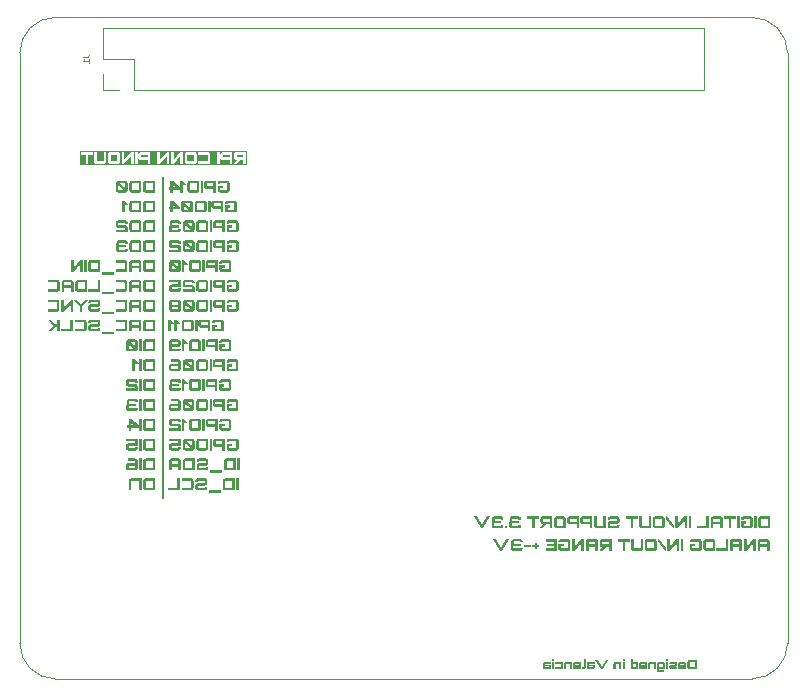
<source format=gbo>
G04 #@! TF.GenerationSoftware,KiCad,Pcbnew,8.0.6-8.0.6-0~ubuntu22.04.1*
G04 #@! TF.CreationDate,2024-12-26T22:40:21+01:00*
G04 #@! TF.ProjectId,ohsim_hat,6f687369-6d5f-4686-9174-2e6b69636164,rev?*
G04 #@! TF.SameCoordinates,Original*
G04 #@! TF.FileFunction,Legend,Bot*
G04 #@! TF.FilePolarity,Positive*
%FSLAX46Y46*%
G04 Gerber Fmt 4.6, Leading zero omitted, Abs format (unit mm)*
G04 Created by KiCad (PCBNEW 8.0.6-8.0.6-0~ubuntu22.04.1) date 2024-12-26 22:40:21*
%MOMM*%
%LPD*%
G01*
G04 APERTURE LIST*
%ADD10C,0.200000*%
%ADD11C,0.150000*%
%ADD12C,0.100000*%
%ADD13C,0.120000*%
G04 #@! TA.AperFunction,Profile*
%ADD14C,0.100000*%
G04 #@! TD*
G04 APERTURE END LIST*
D10*
X112090400Y-57482800D02*
X112090400Y-84711600D01*
D11*
G36*
X163523708Y-87246110D02*
G01*
X162724301Y-87246110D01*
X162717167Y-87246001D01*
X162666281Y-87238251D01*
X162620009Y-87218266D01*
X162614219Y-87214678D01*
X162575354Y-87182908D01*
X162544538Y-87142551D01*
X162541048Y-87136565D01*
X162522050Y-87089603D01*
X162515718Y-87038992D01*
X162515718Y-87027756D01*
X162735292Y-87027756D01*
X163308041Y-87027756D01*
X163308041Y-86456472D01*
X162735292Y-86456472D01*
X162735292Y-87027756D01*
X162515718Y-87027756D01*
X162515718Y-86445237D01*
X162515830Y-86438104D01*
X162523852Y-86387217D01*
X162544538Y-86340946D01*
X162548182Y-86335158D01*
X162580071Y-86296497D01*
X162620009Y-86266207D01*
X162625912Y-86262806D01*
X162672799Y-86244291D01*
X162724301Y-86238119D01*
X163523708Y-86238119D01*
X163523708Y-87246110D01*
G37*
G36*
X162393840Y-87246110D02*
G01*
X162393840Y-86238119D01*
X162179639Y-86238119D01*
X162179639Y-87246110D01*
X162393840Y-87246110D01*
G37*
G36*
X161852843Y-87246110D02*
G01*
X161903454Y-87239992D01*
X161950416Y-87221638D01*
X161956402Y-87218266D01*
X161996759Y-87187640D01*
X162028529Y-87148428D01*
X162032117Y-87142551D01*
X162052102Y-87096075D01*
X162059852Y-87045951D01*
X162059960Y-87038992D01*
X162059960Y-86445237D01*
X162053842Y-86393735D01*
X162035489Y-86346848D01*
X162032117Y-86340946D01*
X162001491Y-86301168D01*
X161962279Y-86269762D01*
X161956402Y-86266207D01*
X161909926Y-86246046D01*
X161859802Y-86238229D01*
X161852843Y-86238119D01*
X161260554Y-86238119D01*
X161209052Y-86244291D01*
X161162165Y-86262806D01*
X161156262Y-86266207D01*
X161116323Y-86296497D01*
X161084435Y-86335158D01*
X161080791Y-86340946D01*
X161060104Y-86387217D01*
X161052083Y-86438104D01*
X161051970Y-86445237D01*
X161051970Y-86540492D01*
X161271789Y-86540492D01*
X161271789Y-86456472D01*
X161843073Y-86456472D01*
X161843073Y-87027756D01*
X161271789Y-87027756D01*
X161271789Y-86876570D01*
X161490142Y-86876570D01*
X161490142Y-86658217D01*
X161051970Y-86658217D01*
X161051970Y-87038992D01*
X161058303Y-87089603D01*
X161077301Y-87136565D01*
X161080791Y-87142551D01*
X161111606Y-87182908D01*
X161150472Y-87214678D01*
X161156262Y-87218266D01*
X161202533Y-87238251D01*
X161253420Y-87246001D01*
X161260554Y-87246110D01*
X161852843Y-87246110D01*
G37*
G36*
X160933268Y-87246110D02*
G01*
X160933268Y-86238119D01*
X160719067Y-86238119D01*
X160719067Y-87246110D01*
X160933268Y-87246110D01*
G37*
G36*
X160226674Y-87246110D02*
G01*
X160226674Y-86456472D01*
X160621370Y-86456472D01*
X160621370Y-86238119D01*
X159613380Y-86238119D01*
X159613380Y-86456472D01*
X160008321Y-86456472D01*
X160008321Y-87246110D01*
X160226674Y-87246110D01*
G37*
G36*
X159305998Y-86238229D02*
G01*
X159356123Y-86246046D01*
X159402598Y-86266207D01*
X159408475Y-86269762D01*
X159447688Y-86301168D01*
X159478314Y-86340946D01*
X159481715Y-86346848D01*
X159500230Y-86393735D01*
X159506402Y-86445237D01*
X159506402Y-87246110D01*
X159289270Y-87246110D01*
X159289270Y-86921267D01*
X158717986Y-86921267D01*
X158717986Y-87246110D01*
X158498411Y-87246110D01*
X158498411Y-86702913D01*
X158717986Y-86702913D01*
X159289270Y-86702913D01*
X159289270Y-86456472D01*
X158717986Y-86456472D01*
X158717986Y-86702913D01*
X158498411Y-86702913D01*
X158498411Y-86445237D01*
X158498524Y-86438104D01*
X158506545Y-86387217D01*
X158527232Y-86340946D01*
X158530876Y-86335158D01*
X158562764Y-86296497D01*
X158602703Y-86266207D01*
X158608606Y-86262806D01*
X158655493Y-86244291D01*
X158706995Y-86238119D01*
X159299039Y-86238119D01*
X159305998Y-86238229D01*
G37*
G36*
X158337211Y-87246110D02*
G01*
X158337211Y-86236654D01*
X158120323Y-86236654D01*
X158120323Y-87027756D01*
X157329221Y-87027756D01*
X157329221Y-87246110D01*
X158337211Y-87246110D01*
G37*
G36*
X156832919Y-87246110D02*
G01*
X156832919Y-86238119D01*
X156618718Y-86238119D01*
X156618718Y-87246110D01*
X156832919Y-87246110D01*
G37*
G36*
X156499039Y-87246110D02*
G01*
X156499039Y-86238119D01*
X156275069Y-86238119D01*
X155710868Y-86910031D01*
X155710868Y-86238119D01*
X155491049Y-86238119D01*
X155491049Y-87246110D01*
X155715020Y-87246110D01*
X156282152Y-86571267D01*
X156282152Y-87246110D01*
X156499039Y-87246110D01*
G37*
G36*
X155404587Y-87246110D02*
G01*
X155404587Y-87029222D01*
X154759053Y-86238119D01*
X154682117Y-86238119D01*
X154682117Y-86453786D01*
X155327406Y-87246110D01*
X155404587Y-87246110D01*
G37*
G36*
X154408197Y-86238229D02*
G01*
X154458321Y-86246046D01*
X154504797Y-86266207D01*
X154510674Y-86269762D01*
X154549886Y-86301168D01*
X154580512Y-86340946D01*
X154583883Y-86346848D01*
X154602237Y-86393735D01*
X154608355Y-86445237D01*
X154608355Y-87038992D01*
X154608247Y-87045951D01*
X154600497Y-87096075D01*
X154580512Y-87142551D01*
X154576924Y-87148428D01*
X154545154Y-87187640D01*
X154504797Y-87218266D01*
X154498811Y-87221638D01*
X154451849Y-87239992D01*
X154401238Y-87246110D01*
X153807727Y-87246110D01*
X153800742Y-87246001D01*
X153750660Y-87238251D01*
X153704657Y-87218266D01*
X153698867Y-87214678D01*
X153660001Y-87182908D01*
X153629186Y-87142551D01*
X153625696Y-87136565D01*
X153606698Y-87089603D01*
X153600365Y-87038992D01*
X153600365Y-87027756D01*
X153820184Y-87027756D01*
X154391468Y-87027756D01*
X154391468Y-86456472D01*
X153820184Y-86456472D01*
X153820184Y-87027756D01*
X153600365Y-87027756D01*
X153600365Y-86445237D01*
X153600478Y-86438104D01*
X153608499Y-86387217D01*
X153629186Y-86340946D01*
X153632830Y-86335158D01*
X153664718Y-86296497D01*
X153704657Y-86266207D01*
X153710555Y-86262806D01*
X153757102Y-86244291D01*
X153807727Y-86238119D01*
X154401238Y-86238119D01*
X154408197Y-86238229D01*
G37*
G36*
X153242549Y-87246110D02*
G01*
X153293161Y-87239992D01*
X153340123Y-87221638D01*
X153346108Y-87218266D01*
X153386466Y-87187640D01*
X153418236Y-87148428D01*
X153421824Y-87142551D01*
X153441809Y-87096075D01*
X153449559Y-87045951D01*
X153449667Y-87038992D01*
X153449667Y-86238119D01*
X153232780Y-86238119D01*
X153232780Y-87027756D01*
X152661496Y-87027756D01*
X152661496Y-86238119D01*
X152441677Y-86238119D01*
X152441677Y-87038992D01*
X152448010Y-87089603D01*
X152467008Y-87136565D01*
X152470498Y-87142551D01*
X152501313Y-87182908D01*
X152540179Y-87214678D01*
X152545969Y-87218266D01*
X152591972Y-87238251D01*
X152642054Y-87246001D01*
X152649039Y-87246110D01*
X153242549Y-87246110D01*
G37*
G36*
X151943910Y-87246110D02*
G01*
X151943910Y-86456472D01*
X152338607Y-86456472D01*
X152338607Y-86238119D01*
X151330616Y-86238119D01*
X151330616Y-86456472D01*
X151725557Y-86456472D01*
X151725557Y-87246110D01*
X151943910Y-87246110D01*
G37*
G36*
X150571510Y-87246110D02*
G01*
X150622121Y-87239992D01*
X150669083Y-87221638D01*
X150675069Y-87218266D01*
X150715426Y-87187640D01*
X150747197Y-87148428D01*
X150750784Y-87142551D01*
X150770769Y-87096075D01*
X150778519Y-87045951D01*
X150778628Y-87038992D01*
X150778628Y-86945202D01*
X150561740Y-86945202D01*
X150561740Y-87027756D01*
X149990456Y-87027756D01*
X149990456Y-86851413D01*
X150571510Y-86851413D01*
X150622121Y-86845241D01*
X150669083Y-86826726D01*
X150675069Y-86823325D01*
X150715426Y-86792860D01*
X150747197Y-86754131D01*
X150750784Y-86748343D01*
X150770769Y-86702071D01*
X150778519Y-86651184D01*
X150778628Y-86644051D01*
X150778628Y-86445237D01*
X150772510Y-86393735D01*
X150754156Y-86346848D01*
X150750784Y-86340946D01*
X150720158Y-86301168D01*
X150680946Y-86269762D01*
X150675069Y-86266207D01*
X150628593Y-86246046D01*
X150578469Y-86238229D01*
X150571510Y-86238119D01*
X149978000Y-86238119D01*
X149927374Y-86244291D01*
X149880827Y-86262806D01*
X149874929Y-86266207D01*
X149834990Y-86296497D01*
X149803102Y-86335158D01*
X149799458Y-86340946D01*
X149778771Y-86387217D01*
X149770750Y-86438104D01*
X149770637Y-86445237D01*
X149770637Y-86539026D01*
X149990456Y-86539026D01*
X149990456Y-86456472D01*
X150561740Y-86456472D01*
X150561740Y-86632816D01*
X149978000Y-86632816D01*
X149927374Y-86638987D01*
X149880827Y-86657502D01*
X149874929Y-86660904D01*
X149834990Y-86691368D01*
X149803102Y-86730098D01*
X149799458Y-86735886D01*
X149778771Y-86782158D01*
X149770750Y-86833044D01*
X149770637Y-86840178D01*
X149770637Y-87038992D01*
X149776970Y-87089603D01*
X149795968Y-87136565D01*
X149799458Y-87142551D01*
X149830273Y-87182908D01*
X149869139Y-87214678D01*
X149874929Y-87218266D01*
X149920932Y-87238251D01*
X149971014Y-87246001D01*
X149978000Y-87246110D01*
X150571510Y-87246110D01*
G37*
G36*
X149412822Y-87246110D02*
G01*
X149463433Y-87239992D01*
X149510395Y-87221638D01*
X149516381Y-87218266D01*
X149556738Y-87187640D01*
X149588509Y-87148428D01*
X149592096Y-87142551D01*
X149612081Y-87096075D01*
X149619831Y-87045951D01*
X149619940Y-87038992D01*
X149619940Y-86238119D01*
X149403052Y-86238119D01*
X149403052Y-87027756D01*
X148831768Y-87027756D01*
X148831768Y-86238119D01*
X148611949Y-86238119D01*
X148611949Y-87038992D01*
X148618282Y-87089603D01*
X148637280Y-87136565D01*
X148640770Y-87142551D01*
X148671585Y-87182908D01*
X148710451Y-87214678D01*
X148716241Y-87218266D01*
X148762244Y-87238251D01*
X148812326Y-87246001D01*
X148819312Y-87246110D01*
X149412822Y-87246110D01*
G37*
G36*
X148458565Y-87246110D02*
G01*
X148241677Y-87246110D01*
X148241677Y-86915649D01*
X147659158Y-86914428D01*
X147652024Y-86914318D01*
X147601138Y-86906501D01*
X147554866Y-86886340D01*
X147549076Y-86882752D01*
X147510211Y-86850982D01*
X147479395Y-86810625D01*
X147475905Y-86804639D01*
X147456907Y-86757677D01*
X147450575Y-86707066D01*
X147450575Y-86695830D01*
X147670393Y-86695830D01*
X148241677Y-86695830D01*
X148241677Y-86456472D01*
X147670393Y-86456472D01*
X147670393Y-86695830D01*
X147450575Y-86695830D01*
X147450575Y-86446703D01*
X147450687Y-86439744D01*
X147458709Y-86389619D01*
X147479395Y-86343144D01*
X147483039Y-86337268D01*
X147514928Y-86298123D01*
X147554866Y-86267673D01*
X147560769Y-86264271D01*
X147607656Y-86245756D01*
X147659158Y-86239585D01*
X148458565Y-86239585D01*
X148458565Y-87246110D01*
G37*
G36*
X147351656Y-87246110D02*
G01*
X147134769Y-87246110D01*
X147134769Y-86915649D01*
X146552249Y-86914428D01*
X146545116Y-86914318D01*
X146494229Y-86906501D01*
X146447958Y-86886340D01*
X146442167Y-86882752D01*
X146403302Y-86850982D01*
X146372487Y-86810625D01*
X146368997Y-86804639D01*
X146349999Y-86757677D01*
X146343666Y-86707066D01*
X146343666Y-86695830D01*
X146563485Y-86695830D01*
X147134769Y-86695830D01*
X147134769Y-86456472D01*
X146563485Y-86456472D01*
X146563485Y-86695830D01*
X146343666Y-86695830D01*
X146343666Y-86446703D01*
X146343779Y-86439744D01*
X146351800Y-86389619D01*
X146372487Y-86343144D01*
X146376130Y-86337268D01*
X146408019Y-86298123D01*
X146447958Y-86267673D01*
X146453861Y-86264271D01*
X146500747Y-86245756D01*
X146552249Y-86239585D01*
X147351656Y-86239585D01*
X147351656Y-87246110D01*
G37*
G36*
X146047275Y-86238229D02*
G01*
X146097400Y-86246046D01*
X146143875Y-86266207D01*
X146149752Y-86269762D01*
X146188965Y-86301168D01*
X146219591Y-86340946D01*
X146222962Y-86346848D01*
X146241316Y-86393735D01*
X146247434Y-86445237D01*
X146247434Y-87038992D01*
X146247326Y-87045951D01*
X146239576Y-87096075D01*
X146219591Y-87142551D01*
X146216003Y-87148428D01*
X146184233Y-87187640D01*
X146143875Y-87218266D01*
X146137889Y-87221638D01*
X146090928Y-87239992D01*
X146040316Y-87246110D01*
X145446806Y-87246110D01*
X145439821Y-87246001D01*
X145389739Y-87238251D01*
X145343736Y-87218266D01*
X145337946Y-87214678D01*
X145299080Y-87182908D01*
X145268265Y-87142551D01*
X145264775Y-87136565D01*
X145245777Y-87089603D01*
X145239444Y-87038992D01*
X145239444Y-87027756D01*
X145459263Y-87027756D01*
X146030547Y-87027756D01*
X146030547Y-86456472D01*
X145459263Y-86456472D01*
X145459263Y-87027756D01*
X145239444Y-87027756D01*
X145239444Y-86445237D01*
X145239557Y-86438104D01*
X145247578Y-86387217D01*
X145268265Y-86340946D01*
X145271908Y-86335158D01*
X145303797Y-86296497D01*
X145343736Y-86266207D01*
X145349634Y-86262806D01*
X145396181Y-86244291D01*
X145446806Y-86238119D01*
X146040316Y-86238119D01*
X146047275Y-86238229D01*
G37*
G36*
X145086060Y-87246110D02*
G01*
X144869172Y-87246110D01*
X144869172Y-86915649D01*
X144581440Y-86915045D01*
X144303506Y-87246110D01*
X144079535Y-87246110D01*
X144079535Y-87171860D01*
X144297518Y-86914450D01*
X144286653Y-86914428D01*
X144279519Y-86914318D01*
X144228632Y-86906501D01*
X144182361Y-86886340D01*
X144176571Y-86882752D01*
X144137705Y-86850982D01*
X144106890Y-86810625D01*
X144103400Y-86804639D01*
X144084402Y-86757677D01*
X144078069Y-86707066D01*
X144078069Y-86695830D01*
X144297888Y-86695830D01*
X144869172Y-86695830D01*
X144869172Y-86456472D01*
X144297888Y-86456472D01*
X144297888Y-86695830D01*
X144078069Y-86695830D01*
X144078069Y-86446703D01*
X144078182Y-86439744D01*
X144086203Y-86389619D01*
X144106890Y-86343144D01*
X144110534Y-86337268D01*
X144142422Y-86298123D01*
X144182361Y-86267673D01*
X144188264Y-86264271D01*
X144235151Y-86245756D01*
X144286653Y-86239585D01*
X145086060Y-86239585D01*
X145086060Y-87246110D01*
G37*
G36*
X143586897Y-87246110D02*
G01*
X143586897Y-86456472D01*
X143981593Y-86456472D01*
X143981593Y-86238119D01*
X142973603Y-86238119D01*
X142973603Y-86456472D01*
X143368544Y-86456472D01*
X143368544Y-87246110D01*
X143586897Y-87246110D01*
G37*
G36*
X142218649Y-87246110D02*
G01*
X142269113Y-87239992D01*
X142315177Y-87221638D01*
X142320986Y-87218266D01*
X142360292Y-87187962D01*
X142391655Y-87149716D01*
X142395236Y-87144016D01*
X142415222Y-87098739D01*
X142422971Y-87049920D01*
X142423080Y-87043144D01*
X142423080Y-86964742D01*
X142208879Y-86964742D01*
X142208879Y-87031909D01*
X141647609Y-87031909D01*
X141647609Y-86845795D01*
X142257972Y-86845795D01*
X142257972Y-86631594D01*
X141685222Y-86631594D01*
X141685222Y-86452320D01*
X142208879Y-86452320D01*
X142208879Y-86530722D01*
X142423080Y-86530722D01*
X142423080Y-86441085D01*
X142416962Y-86390796D01*
X142398608Y-86344800D01*
X142395236Y-86338992D01*
X142364932Y-86299847D01*
X142326686Y-86268967D01*
X142320986Y-86265474D01*
X142275509Y-86245840D01*
X142225631Y-86238226D01*
X142218649Y-86238119D01*
X141674231Y-86238119D01*
X141623767Y-86244130D01*
X141577703Y-86262162D01*
X141571893Y-86265474D01*
X141532749Y-86295252D01*
X141501869Y-86333295D01*
X141498376Y-86338992D01*
X141478742Y-86384415D01*
X141471128Y-86434132D01*
X141471021Y-86441085D01*
X141471021Y-86642830D01*
X141473219Y-86675802D01*
X141479570Y-86707066D01*
X141452871Y-86749197D01*
X141446108Y-86765195D01*
X141434412Y-86814360D01*
X141433408Y-86834560D01*
X141433408Y-87043144D01*
X141439418Y-87092435D01*
X141457450Y-87138184D01*
X141460763Y-87144016D01*
X141490419Y-87183321D01*
X141528555Y-87214684D01*
X141534280Y-87218266D01*
X141579704Y-87238251D01*
X141629420Y-87246001D01*
X141636374Y-87246110D01*
X142218649Y-87246110D01*
G37*
G36*
X141265857Y-87246110D02*
G01*
X141265857Y-87031909D01*
X141051656Y-87031909D01*
X141051656Y-87246110D01*
X141265857Y-87246110D01*
G37*
G36*
X140736583Y-87246110D02*
G01*
X140787047Y-87239992D01*
X140833111Y-87221638D01*
X140838921Y-87218266D01*
X140878226Y-87187962D01*
X140909589Y-87149716D01*
X140913171Y-87144016D01*
X140933156Y-87098739D01*
X140940905Y-87049920D01*
X140941014Y-87043144D01*
X140941014Y-86964742D01*
X140726813Y-86964742D01*
X140726813Y-87031909D01*
X140165543Y-87031909D01*
X140165543Y-86845795D01*
X140775906Y-86845795D01*
X140775906Y-86631594D01*
X140203157Y-86631594D01*
X140203157Y-86452320D01*
X140726813Y-86452320D01*
X140726813Y-86530722D01*
X140941014Y-86530722D01*
X140941014Y-86441085D01*
X140934896Y-86390796D01*
X140916542Y-86344800D01*
X140913171Y-86338992D01*
X140882867Y-86299847D01*
X140844620Y-86268967D01*
X140838921Y-86265474D01*
X140793444Y-86245840D01*
X140743566Y-86238226D01*
X140736583Y-86238119D01*
X140192166Y-86238119D01*
X140141701Y-86244130D01*
X140095637Y-86262162D01*
X140089828Y-86265474D01*
X140050683Y-86295252D01*
X140019804Y-86333295D01*
X140016311Y-86338992D01*
X139996676Y-86384415D01*
X139989062Y-86434132D01*
X139988956Y-86441085D01*
X139988956Y-86642830D01*
X139991154Y-86675802D01*
X139997504Y-86707066D01*
X139970805Y-86749197D01*
X139964043Y-86765195D01*
X139952347Y-86814360D01*
X139951342Y-86834560D01*
X139951342Y-87043144D01*
X139957353Y-87092435D01*
X139975385Y-87138184D01*
X139978697Y-87144016D01*
X140008354Y-87183321D01*
X140046489Y-87214684D01*
X140052215Y-87218266D01*
X140097638Y-87238251D01*
X140147355Y-87246001D01*
X140154308Y-87246110D01*
X140736583Y-87246110D01*
G37*
G36*
X139226674Y-87246110D02*
G01*
X139810414Y-86238119D01*
X139558600Y-86238119D01*
X139135815Y-86970359D01*
X138712787Y-86238119D01*
X138462194Y-86238119D01*
X139046178Y-87246110D01*
X139226674Y-87246110D01*
G37*
G36*
X157331963Y-99203600D02*
G01*
X156692437Y-99203600D01*
X156686730Y-99203512D01*
X156646021Y-99197313D01*
X156609004Y-99181325D01*
X156604372Y-99178455D01*
X156573279Y-99153038D01*
X156548627Y-99120752D01*
X156545835Y-99115964D01*
X156530637Y-99078394D01*
X156525570Y-99037905D01*
X156525570Y-99028917D01*
X156701230Y-99028917D01*
X157159429Y-99028917D01*
X157159429Y-98571890D01*
X156701230Y-98571890D01*
X156701230Y-99028917D01*
X156525570Y-99028917D01*
X156525570Y-98562902D01*
X156525660Y-98557195D01*
X156532078Y-98516485D01*
X156548627Y-98479468D01*
X156551542Y-98474838D01*
X156577053Y-98443909D01*
X156609004Y-98419678D01*
X156613726Y-98416957D01*
X156651235Y-98402145D01*
X156692437Y-98397207D01*
X157331963Y-98397207D01*
X157331963Y-99203600D01*
G37*
G36*
X156248842Y-98554001D02*
G01*
X156287842Y-98560255D01*
X156323924Y-98576384D01*
X156328483Y-98579249D01*
X156359080Y-98604339D01*
X156383323Y-98635784D01*
X156386044Y-98640427D01*
X156400856Y-98676951D01*
X156405794Y-98716482D01*
X156405794Y-99041227D01*
X156405706Y-99046648D01*
X156399452Y-99085703D01*
X156383323Y-99121925D01*
X156380458Y-99126484D01*
X156355368Y-99157082D01*
X156323924Y-99181325D01*
X156319281Y-99184022D01*
X156282811Y-99198705D01*
X156243421Y-99203600D01*
X155747120Y-99203600D01*
X155747120Y-99032239D01*
X156234433Y-99032239D01*
X156234433Y-98965023D01*
X155747120Y-98965023D01*
X155747120Y-98814960D01*
X155918480Y-98814960D01*
X156234433Y-98814960D01*
X156234433Y-98725274D01*
X155918480Y-98725274D01*
X155918480Y-98814960D01*
X155747120Y-98814960D01*
X155747120Y-98716482D01*
X155747205Y-98711037D01*
X155753296Y-98671908D01*
X155769004Y-98635784D01*
X155771798Y-98631224D01*
X155796502Y-98600627D01*
X155827817Y-98576384D01*
X155832464Y-98573663D01*
X155869261Y-98558851D01*
X155909492Y-98553914D01*
X156243421Y-98553914D01*
X156248842Y-98554001D01*
G37*
G36*
X155483142Y-99203600D02*
G01*
X155522575Y-99198705D01*
X155559174Y-99184022D01*
X155563840Y-99181325D01*
X155595284Y-99157082D01*
X155620374Y-99126484D01*
X155623240Y-99121925D01*
X155639228Y-99085703D01*
X155645428Y-99046648D01*
X155645515Y-99041227D01*
X155645515Y-99008791D01*
X155474154Y-99008791D01*
X155474154Y-99032239D01*
X155158201Y-99032239D01*
X155158201Y-98965023D01*
X155483142Y-98965023D01*
X155522575Y-98960129D01*
X155559174Y-98945445D01*
X155563840Y-98942748D01*
X155595284Y-98918505D01*
X155620374Y-98887908D01*
X155623240Y-98883348D01*
X155639228Y-98847127D01*
X155645428Y-98808072D01*
X155645515Y-98802650D01*
X155645515Y-98716482D01*
X155640620Y-98676951D01*
X155625937Y-98640427D01*
X155623240Y-98635784D01*
X155598997Y-98604339D01*
X155568399Y-98579249D01*
X155563840Y-98576384D01*
X155527618Y-98560255D01*
X155488563Y-98554001D01*
X155483142Y-98553914D01*
X155149409Y-98553914D01*
X155109037Y-98558851D01*
X155072186Y-98573663D01*
X155067538Y-98576384D01*
X155036137Y-98600627D01*
X155011175Y-98631224D01*
X155008334Y-98635784D01*
X154992205Y-98671908D01*
X154985951Y-98711037D01*
X154985864Y-98716482D01*
X154985864Y-98748917D01*
X155158201Y-98748917D01*
X155158201Y-98725274D01*
X155474154Y-98725274D01*
X155474154Y-98792490D01*
X155149409Y-98792490D01*
X155109037Y-98797427D01*
X155072186Y-98812239D01*
X155067538Y-98814960D01*
X155036137Y-98839203D01*
X155011175Y-98869800D01*
X155008334Y-98874360D01*
X154992205Y-98910441D01*
X154985951Y-98949442D01*
X154985864Y-98954863D01*
X154985864Y-99041227D01*
X154990801Y-99080660D01*
X155005613Y-99117259D01*
X155008334Y-99121925D01*
X155032437Y-99153369D01*
X155062979Y-99178459D01*
X155067538Y-99181325D01*
X155103920Y-99197313D01*
X155143822Y-99203512D01*
X155149409Y-99203600D01*
X155483142Y-99203600D01*
G37*
G36*
X154872730Y-99203600D02*
G01*
X154872730Y-98553914D01*
X154701369Y-98553914D01*
X154701369Y-99203600D01*
X154872730Y-99203600D01*
G37*
G36*
X154872730Y-98513662D02*
G01*
X154872730Y-98341129D01*
X154701369Y-98341129D01*
X154701369Y-98513662D01*
X154872730Y-98513662D01*
G37*
G36*
X154470701Y-98554001D02*
G01*
X154510529Y-98560255D01*
X154547008Y-98576384D01*
X154551568Y-98579249D01*
X154582165Y-98604339D01*
X154606408Y-98635784D01*
X154609105Y-98640427D01*
X154623788Y-98676951D01*
X154628683Y-98716482D01*
X154628683Y-99041227D01*
X154628596Y-99046648D01*
X154622396Y-99085703D01*
X154606408Y-99121925D01*
X154603543Y-99126484D01*
X154578452Y-99157082D01*
X154547008Y-99181325D01*
X154542338Y-99184022D01*
X154505412Y-99198705D01*
X154465138Y-99203600D01*
X154140392Y-99203600D01*
X154140392Y-99287619D01*
X154525710Y-99287619D01*
X154525710Y-99460152D01*
X154131404Y-99460152D01*
X154125842Y-99460067D01*
X154086068Y-99453976D01*
X154049730Y-99438268D01*
X154045149Y-99435474D01*
X154014641Y-99410770D01*
X153990916Y-99379454D01*
X153988266Y-99374807D01*
X153973840Y-99337956D01*
X153969032Y-99297584D01*
X153969032Y-99032239D01*
X154140392Y-99032239D01*
X154457322Y-99032239D01*
X154457322Y-98725274D01*
X154140392Y-98725274D01*
X154140392Y-99032239D01*
X153969032Y-99032239D01*
X153969032Y-98716482D01*
X153969117Y-98711037D01*
X153975208Y-98671908D01*
X153990916Y-98635784D01*
X153993687Y-98631224D01*
X154018317Y-98600627D01*
X154049730Y-98576384D01*
X154054376Y-98573663D01*
X154091173Y-98558851D01*
X154131404Y-98553914D01*
X154465138Y-98553914D01*
X154470701Y-98554001D01*
G37*
G36*
X153849646Y-99203600D02*
G01*
X153849646Y-98553914D01*
X153353540Y-98553914D01*
X153313308Y-98558851D01*
X153276512Y-98573663D01*
X153271865Y-98576384D01*
X153240549Y-98600627D01*
X153215846Y-98631224D01*
X153213051Y-98635784D01*
X153197343Y-98671908D01*
X153191253Y-98711037D01*
X153191167Y-98716482D01*
X153191167Y-99203600D01*
X153362528Y-99203600D01*
X153362528Y-98725274D01*
X153678285Y-98725274D01*
X153678285Y-99203600D01*
X153849646Y-99203600D01*
G37*
G36*
X152950586Y-98554001D02*
G01*
X152989587Y-98560255D01*
X153025668Y-98576384D01*
X153030228Y-98579249D01*
X153060825Y-98604339D01*
X153085068Y-98635784D01*
X153087789Y-98640427D01*
X153102601Y-98676951D01*
X153107538Y-98716482D01*
X153107538Y-99041227D01*
X153107451Y-99046648D01*
X153101197Y-99085703D01*
X153085068Y-99121925D01*
X153082203Y-99126484D01*
X153057112Y-99157082D01*
X153025668Y-99181325D01*
X153021026Y-99184022D01*
X152984556Y-99198705D01*
X152945166Y-99203600D01*
X152448864Y-99203600D01*
X152448864Y-99032239D01*
X152936178Y-99032239D01*
X152936178Y-98965023D01*
X152448864Y-98965023D01*
X152448864Y-98814960D01*
X152620225Y-98814960D01*
X152936178Y-98814960D01*
X152936178Y-98725274D01*
X152620225Y-98725274D01*
X152620225Y-98814960D01*
X152448864Y-98814960D01*
X152448864Y-98716482D01*
X152448950Y-98711037D01*
X152455040Y-98671908D01*
X152470748Y-98635784D01*
X152473543Y-98631224D01*
X152498246Y-98600627D01*
X152529562Y-98576384D01*
X152534209Y-98573663D01*
X152571005Y-98558851D01*
X152611237Y-98553914D01*
X152945166Y-98553914D01*
X152950586Y-98554001D01*
G37*
G36*
X151875968Y-98553914D02*
G01*
X152201886Y-98553914D01*
X152207449Y-98554001D01*
X152247277Y-98560255D01*
X152283756Y-98576384D01*
X152288313Y-98579249D01*
X152318747Y-98604339D01*
X152342570Y-98635784D01*
X152345196Y-98640427D01*
X152359493Y-98676951D01*
X152364258Y-98716482D01*
X152364258Y-99041227D01*
X152364174Y-99046648D01*
X152358137Y-99085703D01*
X152342570Y-99121925D01*
X152339775Y-99126484D01*
X152315072Y-99157082D01*
X152283756Y-99181325D01*
X152279086Y-99184022D01*
X152242160Y-99198705D01*
X152201886Y-99203600D01*
X151704607Y-99203600D01*
X151704607Y-99032239D01*
X151875968Y-99032239D01*
X152191725Y-99032239D01*
X152191725Y-98725274D01*
X151875968Y-98725274D01*
X151875968Y-99032239D01*
X151704607Y-99032239D01*
X151704607Y-98341129D01*
X151875968Y-98341129D01*
X151875968Y-98553914D01*
G37*
G36*
X151225110Y-99203600D02*
G01*
X151225110Y-98553914D01*
X151053749Y-98553914D01*
X151053749Y-99203600D01*
X151225110Y-99203600D01*
G37*
G36*
X151225110Y-98513662D02*
G01*
X151225110Y-98341129D01*
X151053749Y-98341129D01*
X151053749Y-98513662D01*
X151225110Y-98513662D01*
G37*
G36*
X150921858Y-99203600D02*
G01*
X150921858Y-98553914D01*
X150425752Y-98553914D01*
X150385520Y-98558851D01*
X150348724Y-98573663D01*
X150344077Y-98576384D01*
X150312761Y-98600627D01*
X150288058Y-98631224D01*
X150285263Y-98635784D01*
X150269555Y-98671908D01*
X150263465Y-98711037D01*
X150263379Y-98716482D01*
X150263379Y-99203600D01*
X150434740Y-99203600D01*
X150434740Y-98725274D01*
X150750497Y-98725274D01*
X150750497Y-99203600D01*
X150921858Y-99203600D01*
G37*
G36*
X149336624Y-99203600D02*
G01*
X149803616Y-98397207D01*
X149602165Y-98397207D01*
X149263937Y-98982999D01*
X148925515Y-98397207D01*
X148725040Y-98397207D01*
X149192228Y-99203600D01*
X149336624Y-99203600D01*
G37*
G36*
X148661537Y-98725274D02*
G01*
X148174419Y-98725274D01*
X148174419Y-98792490D01*
X148661537Y-98792490D01*
X148661537Y-99041227D01*
X148661451Y-99046648D01*
X148655361Y-99085703D01*
X148639653Y-99121925D01*
X148636858Y-99126484D01*
X148612155Y-99157082D01*
X148580839Y-99181325D01*
X148576192Y-99184022D01*
X148539396Y-99198705D01*
X148499164Y-99203600D01*
X148003058Y-99203600D01*
X148003058Y-99032239D01*
X148174419Y-99032239D01*
X148490176Y-99032239D01*
X148490176Y-98942553D01*
X148174419Y-98942553D01*
X148174419Y-99032239D01*
X148003058Y-99032239D01*
X148003058Y-98716482D01*
X148003144Y-98711037D01*
X148009234Y-98671908D01*
X148024942Y-98635784D01*
X148027713Y-98631224D01*
X148052288Y-98600627D01*
X148083561Y-98576384D01*
X148088208Y-98573663D01*
X148125059Y-98558851D01*
X148165431Y-98553914D01*
X148661537Y-98553914D01*
X148661537Y-98725274D01*
G37*
G36*
X147752758Y-99203600D02*
G01*
X147792191Y-99198705D01*
X147828790Y-99184022D01*
X147833456Y-99181325D01*
X147864900Y-99157082D01*
X147889991Y-99126484D01*
X147892856Y-99121925D01*
X147908844Y-99085703D01*
X147915044Y-99046648D01*
X147915131Y-99041227D01*
X147915131Y-98340152D01*
X147742598Y-98340152D01*
X147742598Y-99032239D01*
X147611683Y-99032239D01*
X147611683Y-99203600D01*
X147752758Y-99203600D01*
G37*
G36*
X147370907Y-98554001D02*
G01*
X147409908Y-98560255D01*
X147445989Y-98576384D01*
X147450549Y-98579249D01*
X147481146Y-98604339D01*
X147505389Y-98635784D01*
X147508110Y-98640427D01*
X147522922Y-98676951D01*
X147527859Y-98716482D01*
X147527859Y-99041227D01*
X147527772Y-99046648D01*
X147521518Y-99085703D01*
X147505389Y-99121925D01*
X147502524Y-99126484D01*
X147477433Y-99157082D01*
X147445989Y-99181325D01*
X147441347Y-99184022D01*
X147404877Y-99198705D01*
X147365487Y-99203600D01*
X146869185Y-99203600D01*
X146869185Y-99032239D01*
X147356499Y-99032239D01*
X147356499Y-98965023D01*
X146869185Y-98965023D01*
X146869185Y-98814960D01*
X147040546Y-98814960D01*
X147356499Y-98814960D01*
X147356499Y-98725274D01*
X147040546Y-98725274D01*
X147040546Y-98814960D01*
X146869185Y-98814960D01*
X146869185Y-98716482D01*
X146869271Y-98711037D01*
X146875362Y-98671908D01*
X146891069Y-98635784D01*
X146893864Y-98631224D01*
X146918567Y-98600627D01*
X146949883Y-98576384D01*
X146954530Y-98573663D01*
X146991326Y-98558851D01*
X147031558Y-98553914D01*
X147365487Y-98553914D01*
X147370907Y-98554001D01*
G37*
G36*
X146749799Y-99203600D02*
G01*
X146749799Y-98553914D01*
X146253693Y-98553914D01*
X146213462Y-98558851D01*
X146176665Y-98573663D01*
X146172018Y-98576384D01*
X146140703Y-98600627D01*
X146115999Y-98631224D01*
X146113205Y-98635784D01*
X146097497Y-98671908D01*
X146091406Y-98711037D01*
X146091321Y-98716482D01*
X146091321Y-99203600D01*
X146262681Y-99203600D01*
X146262681Y-98725274D01*
X146578439Y-98725274D01*
X146578439Y-99203600D01*
X146749799Y-99203600D01*
G37*
G36*
X145839848Y-99203600D02*
G01*
X145879238Y-99198705D01*
X145915708Y-99184022D01*
X145920351Y-99181325D01*
X145951795Y-99157082D01*
X145976885Y-99126484D01*
X145979750Y-99121925D01*
X145995879Y-99085703D01*
X146002133Y-99046648D01*
X146002221Y-99041227D01*
X146002221Y-98716482D01*
X145997283Y-98676951D01*
X145982471Y-98640427D01*
X145979750Y-98635784D01*
X145955507Y-98604339D01*
X145924910Y-98579249D01*
X145920351Y-98576384D01*
X145884269Y-98560255D01*
X145845269Y-98554001D01*
X145839848Y-98553914D01*
X145344719Y-98553914D01*
X145344719Y-98725274D01*
X145830860Y-98725274D01*
X145830860Y-99032239D01*
X145343547Y-99032239D01*
X145343547Y-99203600D01*
X145839848Y-99203600D01*
G37*
G36*
X145222598Y-99203600D02*
G01*
X145222598Y-98553914D01*
X145051237Y-98553914D01*
X145051237Y-99203600D01*
X145222598Y-99203600D01*
G37*
G36*
X145222598Y-98513662D02*
G01*
X145222598Y-98341129D01*
X145051237Y-98341129D01*
X145051237Y-98513662D01*
X145222598Y-98513662D01*
G37*
G36*
X144965459Y-98725274D02*
G01*
X144478341Y-98725274D01*
X144478341Y-98792490D01*
X144965459Y-98792490D01*
X144965459Y-99041227D01*
X144965373Y-99046648D01*
X144959282Y-99085703D01*
X144943575Y-99121925D01*
X144940780Y-99126484D01*
X144916076Y-99157082D01*
X144884761Y-99181325D01*
X144880114Y-99184022D01*
X144843317Y-99198705D01*
X144803086Y-99203600D01*
X144306980Y-99203600D01*
X144306980Y-99032239D01*
X144478341Y-99032239D01*
X144794098Y-99032239D01*
X144794098Y-98942553D01*
X144478341Y-98942553D01*
X144478341Y-99032239D01*
X144306980Y-99032239D01*
X144306980Y-98716482D01*
X144307066Y-98711037D01*
X144313156Y-98671908D01*
X144328864Y-98635784D01*
X144331635Y-98631224D01*
X144356210Y-98600627D01*
X144387482Y-98576384D01*
X144392130Y-98573663D01*
X144428981Y-98558851D01*
X144469353Y-98553914D01*
X144965459Y-98553914D01*
X144965459Y-98725274D01*
G37*
G36*
X117557264Y-58831200D02*
G01*
X117607875Y-58825082D01*
X117654837Y-58806728D01*
X117660823Y-58803356D01*
X117701180Y-58772730D01*
X117732951Y-58733518D01*
X117736538Y-58727641D01*
X117756523Y-58681165D01*
X117764273Y-58631041D01*
X117764382Y-58624082D01*
X117764382Y-58030327D01*
X117758264Y-57978825D01*
X117739910Y-57931938D01*
X117736538Y-57926036D01*
X117705912Y-57886258D01*
X117666700Y-57854852D01*
X117660823Y-57851297D01*
X117614347Y-57831136D01*
X117564223Y-57823319D01*
X117557264Y-57823209D01*
X116964975Y-57823209D01*
X116913473Y-57829381D01*
X116866586Y-57847896D01*
X116860683Y-57851297D01*
X116820744Y-57881587D01*
X116788856Y-57920248D01*
X116785212Y-57926036D01*
X116764525Y-57972307D01*
X116756504Y-58023194D01*
X116756391Y-58030327D01*
X116756391Y-58125582D01*
X116976210Y-58125582D01*
X116976210Y-58041562D01*
X117547494Y-58041562D01*
X117547494Y-58612846D01*
X116976210Y-58612846D01*
X116976210Y-58461660D01*
X117194563Y-58461660D01*
X117194563Y-58243307D01*
X116756391Y-58243307D01*
X116756391Y-58624082D01*
X116762724Y-58674693D01*
X116781722Y-58721655D01*
X116785212Y-58727641D01*
X116816027Y-58767998D01*
X116854893Y-58799768D01*
X116860683Y-58803356D01*
X116906954Y-58823341D01*
X116957841Y-58831091D01*
X116964975Y-58831200D01*
X117557264Y-58831200D01*
G37*
G36*
X116602763Y-58831200D02*
G01*
X116385875Y-58831200D01*
X116385875Y-58500739D01*
X115803356Y-58499518D01*
X115796222Y-58499408D01*
X115745335Y-58491591D01*
X115699064Y-58471430D01*
X115693274Y-58467842D01*
X115654408Y-58436072D01*
X115623593Y-58395715D01*
X115620103Y-58389729D01*
X115601105Y-58342767D01*
X115594772Y-58292156D01*
X115594772Y-58280920D01*
X115814591Y-58280920D01*
X116385875Y-58280920D01*
X116385875Y-58041562D01*
X115814591Y-58041562D01*
X115814591Y-58280920D01*
X115594772Y-58280920D01*
X115594772Y-58031793D01*
X115594885Y-58024834D01*
X115602906Y-57974709D01*
X115623593Y-57928234D01*
X115627237Y-57922358D01*
X115659125Y-57883213D01*
X115699064Y-57852763D01*
X115704967Y-57849361D01*
X115751854Y-57830846D01*
X115803356Y-57824675D01*
X116602763Y-57824675D01*
X116602763Y-58831200D01*
G37*
G36*
X115530781Y-58831200D02*
G01*
X115530781Y-57823209D01*
X115316580Y-57823209D01*
X115316580Y-58831200D01*
X115530781Y-58831200D01*
G37*
G36*
X114999428Y-57823319D02*
G01*
X115049553Y-57831136D01*
X115096028Y-57851297D01*
X115101906Y-57854852D01*
X115141118Y-57886258D01*
X115171744Y-57926036D01*
X115175115Y-57931938D01*
X115193469Y-57978825D01*
X115199587Y-58030327D01*
X115199587Y-58624082D01*
X115199479Y-58631041D01*
X115191729Y-58681165D01*
X115171744Y-58727641D01*
X115168156Y-58733518D01*
X115136386Y-58772730D01*
X115096028Y-58803356D01*
X115090043Y-58806728D01*
X115043081Y-58825082D01*
X114992469Y-58831200D01*
X114398959Y-58831200D01*
X114391974Y-58831091D01*
X114341892Y-58823341D01*
X114295889Y-58803356D01*
X114290099Y-58799768D01*
X114251233Y-58767998D01*
X114220418Y-58727641D01*
X114216928Y-58721655D01*
X114197930Y-58674693D01*
X114191597Y-58624082D01*
X114191597Y-58612846D01*
X114411416Y-58612846D01*
X114982700Y-58612846D01*
X114982700Y-58041562D01*
X114411416Y-58041562D01*
X114411416Y-58612846D01*
X114191597Y-58612846D01*
X114191597Y-58030327D01*
X114191710Y-58023194D01*
X114199731Y-57972307D01*
X114220418Y-57926036D01*
X114224061Y-57920248D01*
X114255950Y-57881587D01*
X114295889Y-57851297D01*
X114301787Y-57847896D01*
X114348334Y-57829381D01*
X114398959Y-57823209D01*
X114992469Y-57823209D01*
X114999428Y-57823319D01*
G37*
G36*
X113784933Y-58831200D02*
G01*
X113784933Y-58149518D01*
X113831095Y-58206915D01*
X114115149Y-58206915D01*
X113793237Y-57823209D01*
X113570732Y-57823209D01*
X113570732Y-58831200D01*
X113784933Y-58831200D01*
G37*
G36*
X113561206Y-58388876D02*
G01*
X113561206Y-58580606D01*
X112957682Y-58580606D01*
X112957682Y-58831200D01*
X112743481Y-58831200D01*
X112743481Y-58580606D01*
X112609148Y-58580606D01*
X112609148Y-58364940D01*
X112743481Y-58364940D01*
X112957682Y-58364940D01*
X113212428Y-58364940D01*
X112957682Y-58157822D01*
X112957682Y-58364940D01*
X112743481Y-58364940D01*
X112743481Y-57823209D01*
X112935212Y-57823209D01*
X113561206Y-58388876D01*
G37*
G36*
X118177641Y-60511200D02*
G01*
X118228252Y-60505082D01*
X118275214Y-60486728D01*
X118281200Y-60483356D01*
X118321557Y-60452730D01*
X118353328Y-60413518D01*
X118356915Y-60407641D01*
X118376900Y-60361165D01*
X118384650Y-60311041D01*
X118384759Y-60304082D01*
X118384759Y-59710327D01*
X118378641Y-59658825D01*
X118360287Y-59611938D01*
X118356915Y-59606036D01*
X118326289Y-59566258D01*
X118287077Y-59534852D01*
X118281200Y-59531297D01*
X118234724Y-59511136D01*
X118184600Y-59503319D01*
X118177641Y-59503209D01*
X117585352Y-59503209D01*
X117533850Y-59509381D01*
X117486963Y-59527896D01*
X117481060Y-59531297D01*
X117441121Y-59561587D01*
X117409233Y-59600248D01*
X117405589Y-59606036D01*
X117384902Y-59652307D01*
X117376881Y-59703194D01*
X117376768Y-59710327D01*
X117376768Y-59805582D01*
X117596587Y-59805582D01*
X117596587Y-59721562D01*
X118167871Y-59721562D01*
X118167871Y-60292846D01*
X117596587Y-60292846D01*
X117596587Y-60141660D01*
X117814940Y-60141660D01*
X117814940Y-59923307D01*
X117376768Y-59923307D01*
X117376768Y-60304082D01*
X117383101Y-60354693D01*
X117402099Y-60401655D01*
X117405589Y-60407641D01*
X117436404Y-60447998D01*
X117475270Y-60479768D01*
X117481060Y-60483356D01*
X117527331Y-60503341D01*
X117578218Y-60511091D01*
X117585352Y-60511200D01*
X118177641Y-60511200D01*
G37*
G36*
X117223140Y-60511200D02*
G01*
X117006252Y-60511200D01*
X117006252Y-60180739D01*
X116423733Y-60179518D01*
X116416599Y-60179408D01*
X116365712Y-60171591D01*
X116319441Y-60151430D01*
X116313651Y-60147842D01*
X116274785Y-60116072D01*
X116243970Y-60075715D01*
X116240480Y-60069729D01*
X116221482Y-60022767D01*
X116215149Y-59972156D01*
X116215149Y-59960920D01*
X116434968Y-59960920D01*
X117006252Y-59960920D01*
X117006252Y-59721562D01*
X116434968Y-59721562D01*
X116434968Y-59960920D01*
X116215149Y-59960920D01*
X116215149Y-59711793D01*
X116215262Y-59704834D01*
X116223283Y-59654709D01*
X116243970Y-59608234D01*
X116247614Y-59602358D01*
X116279502Y-59563213D01*
X116319441Y-59532763D01*
X116325344Y-59529361D01*
X116372231Y-59510846D01*
X116423733Y-59504675D01*
X117223140Y-59504675D01*
X117223140Y-60511200D01*
G37*
G36*
X116151158Y-60511200D02*
G01*
X116151158Y-59503209D01*
X115936957Y-59503209D01*
X115936957Y-60511200D01*
X116151158Y-60511200D01*
G37*
G36*
X115619805Y-59503319D02*
G01*
X115669930Y-59511136D01*
X115716405Y-59531297D01*
X115722283Y-59534852D01*
X115761495Y-59566258D01*
X115792121Y-59606036D01*
X115795492Y-59611938D01*
X115813846Y-59658825D01*
X115819964Y-59710327D01*
X115819964Y-60304082D01*
X115819856Y-60311041D01*
X115812106Y-60361165D01*
X115792121Y-60407641D01*
X115788533Y-60413518D01*
X115756763Y-60452730D01*
X115716405Y-60483356D01*
X115710420Y-60486728D01*
X115663458Y-60505082D01*
X115612846Y-60511200D01*
X115019336Y-60511200D01*
X115012351Y-60511091D01*
X114962269Y-60503341D01*
X114916266Y-60483356D01*
X114910476Y-60479768D01*
X114871610Y-60447998D01*
X114840795Y-60407641D01*
X114837305Y-60401655D01*
X114818307Y-60354693D01*
X114811974Y-60304082D01*
X114811974Y-60292846D01*
X115031793Y-60292846D01*
X115603077Y-60292846D01*
X115603077Y-59721562D01*
X115031793Y-59721562D01*
X115031793Y-60292846D01*
X114811974Y-60292846D01*
X114811974Y-59710327D01*
X114812087Y-59703194D01*
X114820108Y-59652307D01*
X114840795Y-59606036D01*
X114844438Y-59600248D01*
X114876327Y-59561587D01*
X114916266Y-59531297D01*
X114922164Y-59527896D01*
X114968711Y-59509381D01*
X115019336Y-59503209D01*
X115612846Y-59503209D01*
X115619805Y-59503319D01*
G37*
G36*
X114459676Y-59503322D02*
G01*
X114509554Y-59511343D01*
X114555031Y-59532030D01*
X114560730Y-59535676D01*
X114598977Y-59567769D01*
X114629281Y-59608234D01*
X114632652Y-59614220D01*
X114651006Y-59661181D01*
X114657124Y-59711793D01*
X114657124Y-60294312D01*
X114657015Y-60301102D01*
X114649266Y-60350872D01*
X114629281Y-60398604D01*
X114625699Y-60404731D01*
X114594336Y-60446183D01*
X114555031Y-60479692D01*
X114549221Y-60483508D01*
X114503157Y-60504277D01*
X114452693Y-60511200D01*
X113871883Y-60511200D01*
X113864901Y-60511076D01*
X113815023Y-60502307D01*
X113769546Y-60479692D01*
X113763847Y-60475683D01*
X113725669Y-60441115D01*
X113695540Y-60398604D01*
X113692139Y-60392357D01*
X113673624Y-60344354D01*
X113667452Y-60294312D01*
X113667452Y-60283077D01*
X113881653Y-60283077D01*
X114328129Y-60283077D01*
X113881653Y-59907920D01*
X113881653Y-60283077D01*
X113667452Y-60283077D01*
X113667452Y-59723028D01*
X113996447Y-59723028D01*
X114442923Y-60098185D01*
X114442923Y-59723028D01*
X113996447Y-59723028D01*
X113667452Y-59723028D01*
X113667452Y-59711793D01*
X113667562Y-59704834D01*
X113675379Y-59654709D01*
X113695540Y-59608234D01*
X113699092Y-59602355D01*
X113730294Y-59563006D01*
X113769546Y-59532030D01*
X113775355Y-59528540D01*
X113821419Y-59509542D01*
X113871883Y-59503209D01*
X114452693Y-59503209D01*
X114459676Y-59503322D01*
G37*
G36*
X113561207Y-60068876D02*
G01*
X113561207Y-60260606D01*
X112957682Y-60260606D01*
X112957682Y-60511200D01*
X112743482Y-60511200D01*
X112743482Y-60260606D01*
X112609148Y-60260606D01*
X112609148Y-60044940D01*
X112743482Y-60044940D01*
X112957682Y-60044940D01*
X113212428Y-60044940D01*
X112957682Y-59837822D01*
X112957682Y-60044940D01*
X112743482Y-60044940D01*
X112743482Y-59503209D01*
X112935212Y-59503209D01*
X113561207Y-60068876D01*
G37*
G36*
X118311486Y-62191200D02*
G01*
X118362097Y-62185082D01*
X118409059Y-62166728D01*
X118415045Y-62163356D01*
X118455402Y-62132730D01*
X118487173Y-62093518D01*
X118490760Y-62087641D01*
X118510745Y-62041165D01*
X118518495Y-61991041D01*
X118518604Y-61984082D01*
X118518604Y-61390327D01*
X118512486Y-61338825D01*
X118494132Y-61291938D01*
X118490760Y-61286036D01*
X118460134Y-61246258D01*
X118420922Y-61214852D01*
X118415045Y-61211297D01*
X118368569Y-61191136D01*
X118318445Y-61183319D01*
X118311486Y-61183209D01*
X117719197Y-61183209D01*
X117667695Y-61189381D01*
X117620808Y-61207896D01*
X117614905Y-61211297D01*
X117574966Y-61241587D01*
X117543078Y-61280248D01*
X117539434Y-61286036D01*
X117518747Y-61332307D01*
X117510726Y-61383194D01*
X117510613Y-61390327D01*
X117510613Y-61485582D01*
X117730432Y-61485582D01*
X117730432Y-61401562D01*
X118301716Y-61401562D01*
X118301716Y-61972846D01*
X117730432Y-61972846D01*
X117730432Y-61821660D01*
X117948785Y-61821660D01*
X117948785Y-61603307D01*
X117510613Y-61603307D01*
X117510613Y-61984082D01*
X117516946Y-62034693D01*
X117535944Y-62081655D01*
X117539434Y-62087641D01*
X117570249Y-62127998D01*
X117609115Y-62159768D01*
X117614905Y-62163356D01*
X117661176Y-62183341D01*
X117712063Y-62191091D01*
X117719197Y-62191200D01*
X118311486Y-62191200D01*
G37*
G36*
X117356985Y-62191200D02*
G01*
X117140097Y-62191200D01*
X117140097Y-61860739D01*
X116557578Y-61859518D01*
X116550444Y-61859408D01*
X116499557Y-61851591D01*
X116453286Y-61831430D01*
X116447496Y-61827842D01*
X116408630Y-61796072D01*
X116377815Y-61755715D01*
X116374325Y-61749729D01*
X116355327Y-61702767D01*
X116348994Y-61652156D01*
X116348994Y-61640920D01*
X116568813Y-61640920D01*
X117140097Y-61640920D01*
X117140097Y-61401562D01*
X116568813Y-61401562D01*
X116568813Y-61640920D01*
X116348994Y-61640920D01*
X116348994Y-61391793D01*
X116349107Y-61384834D01*
X116357128Y-61334709D01*
X116377815Y-61288234D01*
X116381459Y-61282358D01*
X116413347Y-61243213D01*
X116453286Y-61212763D01*
X116459189Y-61209361D01*
X116506076Y-61190846D01*
X116557578Y-61184675D01*
X117356985Y-61184675D01*
X117356985Y-62191200D01*
G37*
G36*
X116285003Y-62191200D02*
G01*
X116285003Y-61183209D01*
X116070802Y-61183209D01*
X116070802Y-62191200D01*
X116285003Y-62191200D01*
G37*
G36*
X115753650Y-61183319D02*
G01*
X115803775Y-61191136D01*
X115850250Y-61211297D01*
X115856128Y-61214852D01*
X115895340Y-61246258D01*
X115925966Y-61286036D01*
X115929337Y-61291938D01*
X115947691Y-61338825D01*
X115953809Y-61390327D01*
X115953809Y-61984082D01*
X115953701Y-61991041D01*
X115945951Y-62041165D01*
X115925966Y-62087641D01*
X115922378Y-62093518D01*
X115890608Y-62132730D01*
X115850250Y-62163356D01*
X115844265Y-62166728D01*
X115797303Y-62185082D01*
X115746691Y-62191200D01*
X115153181Y-62191200D01*
X115146196Y-62191091D01*
X115096114Y-62183341D01*
X115050111Y-62163356D01*
X115044321Y-62159768D01*
X115005455Y-62127998D01*
X114974640Y-62087641D01*
X114971150Y-62081655D01*
X114952152Y-62034693D01*
X114945819Y-61984082D01*
X114945819Y-61972846D01*
X115165638Y-61972846D01*
X115736922Y-61972846D01*
X115736922Y-61401562D01*
X115165638Y-61401562D01*
X115165638Y-61972846D01*
X114945819Y-61972846D01*
X114945819Y-61390327D01*
X114945932Y-61383194D01*
X114953953Y-61332307D01*
X114974640Y-61286036D01*
X114978283Y-61280248D01*
X115010172Y-61241587D01*
X115050111Y-61211297D01*
X115056009Y-61207896D01*
X115102556Y-61189381D01*
X115153181Y-61183209D01*
X115746691Y-61183209D01*
X115753650Y-61183319D01*
G37*
G36*
X114593521Y-61183322D02*
G01*
X114643399Y-61191343D01*
X114688876Y-61212030D01*
X114694575Y-61215676D01*
X114732822Y-61247769D01*
X114763126Y-61288234D01*
X114766497Y-61294220D01*
X114784851Y-61341181D01*
X114790969Y-61391793D01*
X114790969Y-61974312D01*
X114790860Y-61981102D01*
X114783111Y-62030872D01*
X114763126Y-62078604D01*
X114759544Y-62084731D01*
X114728181Y-62126183D01*
X114688876Y-62159692D01*
X114683066Y-62163508D01*
X114637002Y-62184277D01*
X114586538Y-62191200D01*
X114005728Y-62191200D01*
X113998746Y-62191076D01*
X113948868Y-62182307D01*
X113903391Y-62159692D01*
X113897692Y-62155683D01*
X113859514Y-62121115D01*
X113829385Y-62078604D01*
X113825984Y-62072357D01*
X113807469Y-62024354D01*
X113801297Y-61974312D01*
X113801297Y-61963077D01*
X114015498Y-61963077D01*
X114461974Y-61963077D01*
X114015498Y-61587920D01*
X114015498Y-61963077D01*
X113801297Y-61963077D01*
X113801297Y-61403028D01*
X114130292Y-61403028D01*
X114576768Y-61778185D01*
X114576768Y-61403028D01*
X114130292Y-61403028D01*
X113801297Y-61403028D01*
X113801297Y-61391793D01*
X113801407Y-61384834D01*
X113809224Y-61334709D01*
X113829385Y-61288234D01*
X113832937Y-61282355D01*
X113864139Y-61243006D01*
X113903391Y-61212030D01*
X113909200Y-61208540D01*
X113955264Y-61189542D01*
X114005728Y-61183209D01*
X114586538Y-61183209D01*
X114593521Y-61183322D01*
G37*
G36*
X113424675Y-62191200D02*
G01*
X113475139Y-62185082D01*
X113521203Y-62166728D01*
X113527012Y-62163356D01*
X113566318Y-62133052D01*
X113597681Y-62094806D01*
X113601262Y-62089106D01*
X113621248Y-62043829D01*
X113628997Y-61995010D01*
X113629106Y-61988234D01*
X113629106Y-61909832D01*
X113414905Y-61909832D01*
X113414905Y-61976999D01*
X112853635Y-61976999D01*
X112853635Y-61790885D01*
X113463998Y-61790885D01*
X113463998Y-61576684D01*
X112891248Y-61576684D01*
X112891248Y-61397410D01*
X113414905Y-61397410D01*
X113414905Y-61475812D01*
X113629106Y-61475812D01*
X113629106Y-61386175D01*
X113622988Y-61335886D01*
X113604634Y-61289890D01*
X113601262Y-61284082D01*
X113570959Y-61244937D01*
X113532712Y-61214057D01*
X113527012Y-61210564D01*
X113481535Y-61190930D01*
X113431658Y-61183316D01*
X113424675Y-61183209D01*
X112880257Y-61183209D01*
X112829793Y-61189220D01*
X112783729Y-61207252D01*
X112777920Y-61210564D01*
X112738775Y-61240342D01*
X112707895Y-61278385D01*
X112704403Y-61284082D01*
X112684768Y-61329505D01*
X112677154Y-61379222D01*
X112677047Y-61386175D01*
X112677047Y-61587920D01*
X112679246Y-61620892D01*
X112685596Y-61652156D01*
X112658897Y-61694287D01*
X112652135Y-61710285D01*
X112640439Y-61759450D01*
X112639434Y-61779650D01*
X112639434Y-61988234D01*
X112645445Y-62037525D01*
X112663477Y-62083274D01*
X112666789Y-62089106D01*
X112696445Y-62128411D01*
X112734581Y-62159774D01*
X112740306Y-62163356D01*
X112785730Y-62183341D01*
X112835446Y-62191091D01*
X112842400Y-62191200D01*
X113424675Y-62191200D01*
G37*
G36*
X118317348Y-63871200D02*
G01*
X118367959Y-63865082D01*
X118414921Y-63846728D01*
X118420907Y-63843356D01*
X118461264Y-63812730D01*
X118493035Y-63773518D01*
X118496622Y-63767641D01*
X118516607Y-63721165D01*
X118524357Y-63671041D01*
X118524466Y-63664082D01*
X118524466Y-63070327D01*
X118518348Y-63018825D01*
X118499994Y-62971938D01*
X118496622Y-62966036D01*
X118465996Y-62926258D01*
X118426784Y-62894852D01*
X118420907Y-62891297D01*
X118374431Y-62871136D01*
X118324307Y-62863319D01*
X118317348Y-62863209D01*
X117725059Y-62863209D01*
X117673557Y-62869381D01*
X117626670Y-62887896D01*
X117620767Y-62891297D01*
X117580828Y-62921587D01*
X117548940Y-62960248D01*
X117545296Y-62966036D01*
X117524609Y-63012307D01*
X117516588Y-63063194D01*
X117516475Y-63070327D01*
X117516475Y-63165582D01*
X117736294Y-63165582D01*
X117736294Y-63081562D01*
X118307578Y-63081562D01*
X118307578Y-63652846D01*
X117736294Y-63652846D01*
X117736294Y-63501660D01*
X117954647Y-63501660D01*
X117954647Y-63283307D01*
X117516475Y-63283307D01*
X117516475Y-63664082D01*
X117522808Y-63714693D01*
X117541806Y-63761655D01*
X117545296Y-63767641D01*
X117576111Y-63807998D01*
X117614977Y-63839768D01*
X117620767Y-63843356D01*
X117667038Y-63863341D01*
X117717925Y-63871091D01*
X117725059Y-63871200D01*
X118317348Y-63871200D01*
G37*
G36*
X117362847Y-63871200D02*
G01*
X117145959Y-63871200D01*
X117145959Y-63540739D01*
X116563440Y-63539518D01*
X116556306Y-63539408D01*
X116505419Y-63531591D01*
X116459148Y-63511430D01*
X116453358Y-63507842D01*
X116414492Y-63476072D01*
X116383677Y-63435715D01*
X116380187Y-63429729D01*
X116361189Y-63382767D01*
X116354856Y-63332156D01*
X116354856Y-63320920D01*
X116574675Y-63320920D01*
X117145959Y-63320920D01*
X117145959Y-63081562D01*
X116574675Y-63081562D01*
X116574675Y-63320920D01*
X116354856Y-63320920D01*
X116354856Y-63071793D01*
X116354969Y-63064834D01*
X116362990Y-63014709D01*
X116383677Y-62968234D01*
X116387321Y-62962358D01*
X116419209Y-62923213D01*
X116459148Y-62892763D01*
X116465051Y-62889361D01*
X116511938Y-62870846D01*
X116563440Y-62864675D01*
X117362847Y-62864675D01*
X117362847Y-63871200D01*
G37*
G36*
X116290865Y-63871200D02*
G01*
X116290865Y-62863209D01*
X116076664Y-62863209D01*
X116076664Y-63871200D01*
X116290865Y-63871200D01*
G37*
G36*
X115759512Y-62863319D02*
G01*
X115809637Y-62871136D01*
X115856112Y-62891297D01*
X115861990Y-62894852D01*
X115901202Y-62926258D01*
X115931828Y-62966036D01*
X115935199Y-62971938D01*
X115953553Y-63018825D01*
X115959671Y-63070327D01*
X115959671Y-63664082D01*
X115959563Y-63671041D01*
X115951813Y-63721165D01*
X115931828Y-63767641D01*
X115928240Y-63773518D01*
X115896470Y-63812730D01*
X115856112Y-63843356D01*
X115850127Y-63846728D01*
X115803165Y-63865082D01*
X115752553Y-63871200D01*
X115159043Y-63871200D01*
X115152058Y-63871091D01*
X115101976Y-63863341D01*
X115055973Y-63843356D01*
X115050183Y-63839768D01*
X115011317Y-63807998D01*
X114980502Y-63767641D01*
X114977012Y-63761655D01*
X114958014Y-63714693D01*
X114951681Y-63664082D01*
X114951681Y-63652846D01*
X115171500Y-63652846D01*
X115742784Y-63652846D01*
X115742784Y-63081562D01*
X115171500Y-63081562D01*
X115171500Y-63652846D01*
X114951681Y-63652846D01*
X114951681Y-63070327D01*
X114951794Y-63063194D01*
X114959815Y-63012307D01*
X114980502Y-62966036D01*
X114984145Y-62960248D01*
X115016034Y-62921587D01*
X115055973Y-62891297D01*
X115061871Y-62887896D01*
X115108418Y-62869381D01*
X115159043Y-62863209D01*
X115752553Y-62863209D01*
X115759512Y-62863319D01*
G37*
G36*
X114599383Y-62863322D02*
G01*
X114649261Y-62871343D01*
X114694738Y-62892030D01*
X114700437Y-62895676D01*
X114738684Y-62927769D01*
X114768988Y-62968234D01*
X114772359Y-62974220D01*
X114790713Y-63021181D01*
X114796831Y-63071793D01*
X114796831Y-63654312D01*
X114796722Y-63661102D01*
X114788973Y-63710872D01*
X114768988Y-63758604D01*
X114765406Y-63764731D01*
X114734043Y-63806183D01*
X114694738Y-63839692D01*
X114688928Y-63843508D01*
X114642864Y-63864277D01*
X114592400Y-63871200D01*
X114011590Y-63871200D01*
X114004608Y-63871076D01*
X113954730Y-63862307D01*
X113909253Y-63839692D01*
X113903554Y-63835683D01*
X113865376Y-63801115D01*
X113835247Y-63758604D01*
X113831846Y-63752357D01*
X113813331Y-63704354D01*
X113807159Y-63654312D01*
X113807159Y-63643077D01*
X114021360Y-63643077D01*
X114467836Y-63643077D01*
X114021360Y-63267920D01*
X114021360Y-63643077D01*
X113807159Y-63643077D01*
X113807159Y-63083028D01*
X114136154Y-63083028D01*
X114582630Y-63458185D01*
X114582630Y-63083028D01*
X114136154Y-63083028D01*
X113807159Y-63083028D01*
X113807159Y-63071793D01*
X113807269Y-63064834D01*
X113815086Y-63014709D01*
X113835247Y-62968234D01*
X113838799Y-62962355D01*
X113870001Y-62923006D01*
X113909253Y-62892030D01*
X113915062Y-62888540D01*
X113961126Y-62869542D01*
X114011590Y-62863209D01*
X114592400Y-62863209D01*
X114599383Y-62863322D01*
G37*
G36*
X113629350Y-63871200D02*
G01*
X113629350Y-63480655D01*
X113623232Y-63430191D01*
X113604878Y-63384127D01*
X113601507Y-63378317D01*
X113571203Y-63339227D01*
X113532957Y-63308508D01*
X113527257Y-63305045D01*
X113481780Y-63285410D01*
X113431902Y-63277796D01*
X113424919Y-63277689D01*
X112853879Y-63277689D01*
X112853879Y-63077410D01*
X113415149Y-63077410D01*
X113415149Y-63158499D01*
X113629350Y-63158499D01*
X113629350Y-63066175D01*
X113623232Y-63015886D01*
X113604878Y-62969890D01*
X113601507Y-62964082D01*
X113571203Y-62924937D01*
X113532957Y-62894057D01*
X113527257Y-62890564D01*
X113481780Y-62870930D01*
X113431902Y-62863316D01*
X113424919Y-62863209D01*
X112844110Y-62863209D01*
X112793645Y-62869220D01*
X112747581Y-62887252D01*
X112741772Y-62890564D01*
X112702520Y-62920342D01*
X112671318Y-62958385D01*
X112667766Y-62964082D01*
X112647606Y-63009505D01*
X112639788Y-63059222D01*
X112639678Y-63066175D01*
X112639678Y-63288680D01*
X112645850Y-63339145D01*
X112664365Y-63385209D01*
X112667766Y-63391018D01*
X112697895Y-63430324D01*
X112736073Y-63461686D01*
X112741772Y-63465268D01*
X112787249Y-63485253D01*
X112837127Y-63493003D01*
X112844110Y-63493112D01*
X113415149Y-63493112D01*
X113415149Y-63656999D01*
X112639678Y-63656999D01*
X112639678Y-63871200D01*
X113629350Y-63871200D01*
G37*
G36*
X117702833Y-65551200D02*
G01*
X117753444Y-65545082D01*
X117800406Y-65526728D01*
X117806392Y-65523356D01*
X117846749Y-65492730D01*
X117878520Y-65453518D01*
X117882107Y-65447641D01*
X117902092Y-65401165D01*
X117909842Y-65351041D01*
X117909951Y-65344082D01*
X117909951Y-64750327D01*
X117903833Y-64698825D01*
X117885479Y-64651938D01*
X117882107Y-64646036D01*
X117851481Y-64606258D01*
X117812269Y-64574852D01*
X117806392Y-64571297D01*
X117759916Y-64551136D01*
X117709792Y-64543319D01*
X117702833Y-64543209D01*
X117110544Y-64543209D01*
X117059042Y-64549381D01*
X117012155Y-64567896D01*
X117006252Y-64571297D01*
X116966313Y-64601587D01*
X116934425Y-64640248D01*
X116930781Y-64646036D01*
X116910094Y-64692307D01*
X116902073Y-64743194D01*
X116901960Y-64750327D01*
X116901960Y-64845582D01*
X117121779Y-64845582D01*
X117121779Y-64761562D01*
X117693063Y-64761562D01*
X117693063Y-65332846D01*
X117121779Y-65332846D01*
X117121779Y-65181660D01*
X117340132Y-65181660D01*
X117340132Y-64963307D01*
X116901960Y-64963307D01*
X116901960Y-65344082D01*
X116908293Y-65394693D01*
X116927291Y-65441655D01*
X116930781Y-65447641D01*
X116961596Y-65487998D01*
X117000462Y-65519768D01*
X117006252Y-65523356D01*
X117052523Y-65543341D01*
X117103410Y-65551091D01*
X117110544Y-65551200D01*
X117702833Y-65551200D01*
G37*
G36*
X116748332Y-65551200D02*
G01*
X116531444Y-65551200D01*
X116531444Y-65220739D01*
X115948925Y-65219518D01*
X115941791Y-65219408D01*
X115890904Y-65211591D01*
X115844633Y-65191430D01*
X115838843Y-65187842D01*
X115799977Y-65156072D01*
X115769162Y-65115715D01*
X115765672Y-65109729D01*
X115746674Y-65062767D01*
X115740341Y-65012156D01*
X115740341Y-65000920D01*
X115960160Y-65000920D01*
X116531444Y-65000920D01*
X116531444Y-64761562D01*
X115960160Y-64761562D01*
X115960160Y-65000920D01*
X115740341Y-65000920D01*
X115740341Y-64751793D01*
X115740454Y-64744834D01*
X115748475Y-64694709D01*
X115769162Y-64648234D01*
X115772806Y-64642358D01*
X115804694Y-64603213D01*
X115844633Y-64572763D01*
X115850536Y-64569361D01*
X115897423Y-64550846D01*
X115948925Y-64544675D01*
X116748332Y-64544675D01*
X116748332Y-65551200D01*
G37*
G36*
X115676350Y-65551200D02*
G01*
X115676350Y-64543209D01*
X115462149Y-64543209D01*
X115462149Y-65551200D01*
X115676350Y-65551200D01*
G37*
G36*
X115144997Y-64543319D02*
G01*
X115195122Y-64551136D01*
X115241597Y-64571297D01*
X115247475Y-64574852D01*
X115286687Y-64606258D01*
X115317313Y-64646036D01*
X115320684Y-64651938D01*
X115339038Y-64698825D01*
X115345156Y-64750327D01*
X115345156Y-65344082D01*
X115345048Y-65351041D01*
X115337298Y-65401165D01*
X115317313Y-65447641D01*
X115313725Y-65453518D01*
X115281955Y-65492730D01*
X115241597Y-65523356D01*
X115235612Y-65526728D01*
X115188650Y-65545082D01*
X115138038Y-65551200D01*
X114544528Y-65551200D01*
X114537543Y-65551091D01*
X114487461Y-65543341D01*
X114441458Y-65523356D01*
X114435668Y-65519768D01*
X114396802Y-65487998D01*
X114365987Y-65447641D01*
X114362497Y-65441655D01*
X114343499Y-65394693D01*
X114337166Y-65344082D01*
X114337166Y-65332846D01*
X114556985Y-65332846D01*
X115128269Y-65332846D01*
X115128269Y-64761562D01*
X114556985Y-64761562D01*
X114556985Y-65332846D01*
X114337166Y-65332846D01*
X114337166Y-64750327D01*
X114337279Y-64743194D01*
X114345300Y-64692307D01*
X114365987Y-64646036D01*
X114369630Y-64640248D01*
X114401519Y-64601587D01*
X114441458Y-64571297D01*
X114447356Y-64567896D01*
X114493903Y-64549381D01*
X114544528Y-64543209D01*
X115138038Y-64543209D01*
X115144997Y-64543319D01*
G37*
G36*
X113930502Y-65551200D02*
G01*
X113930502Y-64869518D01*
X113976664Y-64926915D01*
X114260718Y-64926915D01*
X113938806Y-64543209D01*
X113716301Y-64543209D01*
X113716301Y-65551200D01*
X113930502Y-65551200D01*
G37*
G36*
X113437764Y-64543322D02*
G01*
X113487642Y-64551343D01*
X113533119Y-64572030D01*
X113538818Y-64575676D01*
X113577065Y-64607769D01*
X113607369Y-64648234D01*
X113610740Y-64654220D01*
X113629094Y-64701181D01*
X113635212Y-64751793D01*
X113635212Y-65334312D01*
X113635103Y-65341102D01*
X113627354Y-65390872D01*
X113607369Y-65438604D01*
X113603787Y-65444731D01*
X113572424Y-65486183D01*
X113533119Y-65519692D01*
X113527309Y-65523508D01*
X113481246Y-65544277D01*
X113430781Y-65551200D01*
X112849971Y-65551200D01*
X112842989Y-65551076D01*
X112793111Y-65542307D01*
X112747634Y-65519692D01*
X112741935Y-65515683D01*
X112703757Y-65481115D01*
X112673628Y-65438604D01*
X112670227Y-65432357D01*
X112651712Y-65384354D01*
X112645540Y-65334312D01*
X112645540Y-65323077D01*
X112859741Y-65323077D01*
X113306217Y-65323077D01*
X112859741Y-64947920D01*
X112859741Y-65323077D01*
X112645540Y-65323077D01*
X112645540Y-64763028D01*
X112974535Y-64763028D01*
X113421011Y-65138185D01*
X113421011Y-64763028D01*
X112974535Y-64763028D01*
X112645540Y-64763028D01*
X112645540Y-64751793D01*
X112645650Y-64744834D01*
X112653467Y-64694709D01*
X112673628Y-64648234D01*
X112677180Y-64642355D01*
X112708382Y-64603006D01*
X112747634Y-64572030D01*
X112753443Y-64568540D01*
X112799507Y-64549542D01*
X112849971Y-64543209D01*
X113430781Y-64543209D01*
X113437764Y-64543322D01*
G37*
G36*
X118311486Y-67231200D02*
G01*
X118362097Y-67225082D01*
X118409059Y-67206728D01*
X118415045Y-67203356D01*
X118455402Y-67172730D01*
X118487173Y-67133518D01*
X118490760Y-67127641D01*
X118510745Y-67081165D01*
X118518495Y-67031041D01*
X118518604Y-67024082D01*
X118518604Y-66430327D01*
X118512486Y-66378825D01*
X118494132Y-66331938D01*
X118490760Y-66326036D01*
X118460134Y-66286258D01*
X118420922Y-66254852D01*
X118415045Y-66251297D01*
X118368569Y-66231136D01*
X118318445Y-66223319D01*
X118311486Y-66223209D01*
X117719197Y-66223209D01*
X117667695Y-66229381D01*
X117620808Y-66247896D01*
X117614905Y-66251297D01*
X117574966Y-66281587D01*
X117543078Y-66320248D01*
X117539434Y-66326036D01*
X117518747Y-66372307D01*
X117510726Y-66423194D01*
X117510613Y-66430327D01*
X117510613Y-66525582D01*
X117730432Y-66525582D01*
X117730432Y-66441562D01*
X118301716Y-66441562D01*
X118301716Y-67012846D01*
X117730432Y-67012846D01*
X117730432Y-66861660D01*
X117948785Y-66861660D01*
X117948785Y-66643307D01*
X117510613Y-66643307D01*
X117510613Y-67024082D01*
X117516946Y-67074693D01*
X117535944Y-67121655D01*
X117539434Y-67127641D01*
X117570249Y-67167998D01*
X117609115Y-67199768D01*
X117614905Y-67203356D01*
X117661176Y-67223341D01*
X117712063Y-67231091D01*
X117719197Y-67231200D01*
X118311486Y-67231200D01*
G37*
G36*
X117356985Y-67231200D02*
G01*
X117140097Y-67231200D01*
X117140097Y-66900739D01*
X116557578Y-66899518D01*
X116550444Y-66899408D01*
X116499557Y-66891591D01*
X116453286Y-66871430D01*
X116447496Y-66867842D01*
X116408630Y-66836072D01*
X116377815Y-66795715D01*
X116374325Y-66789729D01*
X116355327Y-66742767D01*
X116348994Y-66692156D01*
X116348994Y-66680920D01*
X116568813Y-66680920D01*
X117140097Y-66680920D01*
X117140097Y-66441562D01*
X116568813Y-66441562D01*
X116568813Y-66680920D01*
X116348994Y-66680920D01*
X116348994Y-66431793D01*
X116349107Y-66424834D01*
X116357128Y-66374709D01*
X116377815Y-66328234D01*
X116381459Y-66322358D01*
X116413347Y-66283213D01*
X116453286Y-66252763D01*
X116459189Y-66249361D01*
X116506076Y-66230846D01*
X116557578Y-66224675D01*
X117356985Y-66224675D01*
X117356985Y-67231200D01*
G37*
G36*
X116285003Y-67231200D02*
G01*
X116285003Y-66223209D01*
X116070802Y-66223209D01*
X116070802Y-67231200D01*
X116285003Y-67231200D01*
G37*
G36*
X115753650Y-66223319D02*
G01*
X115803775Y-66231136D01*
X115850250Y-66251297D01*
X115856128Y-66254852D01*
X115895340Y-66286258D01*
X115925966Y-66326036D01*
X115929337Y-66331938D01*
X115947691Y-66378825D01*
X115953809Y-66430327D01*
X115953809Y-67024082D01*
X115953701Y-67031041D01*
X115945951Y-67081165D01*
X115925966Y-67127641D01*
X115922378Y-67133518D01*
X115890608Y-67172730D01*
X115850250Y-67203356D01*
X115844265Y-67206728D01*
X115797303Y-67225082D01*
X115746691Y-67231200D01*
X115153181Y-67231200D01*
X115146196Y-67231091D01*
X115096114Y-67223341D01*
X115050111Y-67203356D01*
X115044321Y-67199768D01*
X115005455Y-67167998D01*
X114974640Y-67127641D01*
X114971150Y-67121655D01*
X114952152Y-67074693D01*
X114945819Y-67024082D01*
X114945819Y-67012846D01*
X115165638Y-67012846D01*
X115736922Y-67012846D01*
X115736922Y-66441562D01*
X115165638Y-66441562D01*
X115165638Y-67012846D01*
X114945819Y-67012846D01*
X114945819Y-66430327D01*
X114945932Y-66423194D01*
X114953953Y-66372307D01*
X114974640Y-66326036D01*
X114978283Y-66320248D01*
X115010172Y-66281587D01*
X115050111Y-66251297D01*
X115056009Y-66247896D01*
X115102556Y-66229381D01*
X115153181Y-66223209D01*
X115746691Y-66223209D01*
X115753650Y-66223319D01*
G37*
G36*
X114790969Y-67231200D02*
G01*
X114790969Y-66840655D01*
X114784851Y-66790191D01*
X114766497Y-66744127D01*
X114763126Y-66738317D01*
X114732822Y-66699227D01*
X114694575Y-66668508D01*
X114688876Y-66665045D01*
X114643399Y-66645410D01*
X114593521Y-66637796D01*
X114586538Y-66637689D01*
X114015498Y-66637689D01*
X114015498Y-66437410D01*
X114576768Y-66437410D01*
X114576768Y-66518499D01*
X114790969Y-66518499D01*
X114790969Y-66426175D01*
X114784851Y-66375886D01*
X114766497Y-66329890D01*
X114763126Y-66324082D01*
X114732822Y-66284937D01*
X114694575Y-66254057D01*
X114688876Y-66250564D01*
X114643399Y-66230930D01*
X114593521Y-66223316D01*
X114586538Y-66223209D01*
X114005728Y-66223209D01*
X113955264Y-66229220D01*
X113909200Y-66247252D01*
X113903391Y-66250564D01*
X113864139Y-66280342D01*
X113832937Y-66318385D01*
X113829385Y-66324082D01*
X113809224Y-66369505D01*
X113801407Y-66419222D01*
X113801297Y-66426175D01*
X113801297Y-66648680D01*
X113807469Y-66699145D01*
X113825984Y-66745209D01*
X113829385Y-66751018D01*
X113859514Y-66790324D01*
X113897692Y-66821686D01*
X113903391Y-66825268D01*
X113948868Y-66845253D01*
X113998746Y-66853003D01*
X114005728Y-66853112D01*
X114576768Y-66853112D01*
X114576768Y-67016999D01*
X113801297Y-67016999D01*
X113801297Y-67231200D01*
X114790969Y-67231200D01*
G37*
G36*
X113424919Y-67231200D02*
G01*
X113475383Y-67225082D01*
X113521447Y-67206728D01*
X113527257Y-67203356D01*
X113566562Y-67173052D01*
X113597925Y-67134806D01*
X113601507Y-67129106D01*
X113621492Y-67083829D01*
X113629241Y-67035010D01*
X113629350Y-67028234D01*
X113629350Y-66949832D01*
X113415149Y-66949832D01*
X113415149Y-67016999D01*
X112853879Y-67016999D01*
X112853879Y-66827955D01*
X113629350Y-66827955D01*
X113629350Y-66223209D01*
X112639678Y-66223209D01*
X112639678Y-66437410D01*
X113415149Y-66437410D01*
X113415149Y-66612288D01*
X112844109Y-66612288D01*
X112793645Y-66618299D01*
X112747581Y-66636331D01*
X112741772Y-66639643D01*
X112702520Y-66669421D01*
X112671318Y-66707464D01*
X112667766Y-66713160D01*
X112647605Y-66758638D01*
X112639788Y-66808515D01*
X112639678Y-66815498D01*
X112639678Y-67028234D01*
X112645850Y-67077525D01*
X112664365Y-67123274D01*
X112667766Y-67129106D01*
X112697895Y-67168411D01*
X112736073Y-67199774D01*
X112741772Y-67203356D01*
X112787249Y-67223341D01*
X112837127Y-67231091D01*
X112844109Y-67231200D01*
X113424919Y-67231200D01*
G37*
G36*
X118323210Y-68911200D02*
G01*
X118373821Y-68905082D01*
X118420783Y-68886728D01*
X118426769Y-68883356D01*
X118467126Y-68852730D01*
X118498897Y-68813518D01*
X118502484Y-68807641D01*
X118522469Y-68761165D01*
X118530219Y-68711041D01*
X118530328Y-68704082D01*
X118530328Y-68110327D01*
X118524210Y-68058825D01*
X118505856Y-68011938D01*
X118502484Y-68006036D01*
X118471858Y-67966258D01*
X118432646Y-67934852D01*
X118426769Y-67931297D01*
X118380293Y-67911136D01*
X118330169Y-67903319D01*
X118323210Y-67903209D01*
X117730921Y-67903209D01*
X117679419Y-67909381D01*
X117632532Y-67927896D01*
X117626629Y-67931297D01*
X117586690Y-67961587D01*
X117554802Y-68000248D01*
X117551158Y-68006036D01*
X117530471Y-68052307D01*
X117522450Y-68103194D01*
X117522337Y-68110327D01*
X117522337Y-68205582D01*
X117742156Y-68205582D01*
X117742156Y-68121562D01*
X118313440Y-68121562D01*
X118313440Y-68692846D01*
X117742156Y-68692846D01*
X117742156Y-68541660D01*
X117960509Y-68541660D01*
X117960509Y-68323307D01*
X117522337Y-68323307D01*
X117522337Y-68704082D01*
X117528670Y-68754693D01*
X117547668Y-68801655D01*
X117551158Y-68807641D01*
X117581973Y-68847998D01*
X117620839Y-68879768D01*
X117626629Y-68883356D01*
X117672900Y-68903341D01*
X117723787Y-68911091D01*
X117730921Y-68911200D01*
X118323210Y-68911200D01*
G37*
G36*
X117368709Y-68911200D02*
G01*
X117151821Y-68911200D01*
X117151821Y-68580739D01*
X116569302Y-68579518D01*
X116562168Y-68579408D01*
X116511281Y-68571591D01*
X116465010Y-68551430D01*
X116459220Y-68547842D01*
X116420354Y-68516072D01*
X116389539Y-68475715D01*
X116386049Y-68469729D01*
X116367051Y-68422767D01*
X116360718Y-68372156D01*
X116360718Y-68360920D01*
X116580537Y-68360920D01*
X117151821Y-68360920D01*
X117151821Y-68121562D01*
X116580537Y-68121562D01*
X116580537Y-68360920D01*
X116360718Y-68360920D01*
X116360718Y-68111793D01*
X116360831Y-68104834D01*
X116368852Y-68054709D01*
X116389539Y-68008234D01*
X116393183Y-68002358D01*
X116425071Y-67963213D01*
X116465010Y-67932763D01*
X116470913Y-67929361D01*
X116517800Y-67910846D01*
X116569302Y-67904675D01*
X117368709Y-67904675D01*
X117368709Y-68911200D01*
G37*
G36*
X116296727Y-68911200D02*
G01*
X116296727Y-67903209D01*
X116082526Y-67903209D01*
X116082526Y-68911200D01*
X116296727Y-68911200D01*
G37*
G36*
X115765374Y-67903319D02*
G01*
X115815499Y-67911136D01*
X115861974Y-67931297D01*
X115867852Y-67934852D01*
X115907064Y-67966258D01*
X115937690Y-68006036D01*
X115941061Y-68011938D01*
X115959415Y-68058825D01*
X115965533Y-68110327D01*
X115965533Y-68704082D01*
X115965425Y-68711041D01*
X115957675Y-68761165D01*
X115937690Y-68807641D01*
X115934102Y-68813518D01*
X115902332Y-68852730D01*
X115861974Y-68883356D01*
X115855989Y-68886728D01*
X115809027Y-68905082D01*
X115758415Y-68911200D01*
X115164905Y-68911200D01*
X115157920Y-68911091D01*
X115107838Y-68903341D01*
X115061835Y-68883356D01*
X115056045Y-68879768D01*
X115017179Y-68847998D01*
X114986364Y-68807641D01*
X114982874Y-68801655D01*
X114963876Y-68754693D01*
X114957543Y-68704082D01*
X114957543Y-68692846D01*
X115177362Y-68692846D01*
X115748646Y-68692846D01*
X115748646Y-68121562D01*
X115177362Y-68121562D01*
X115177362Y-68692846D01*
X114957543Y-68692846D01*
X114957543Y-68110327D01*
X114957656Y-68103194D01*
X114965677Y-68052307D01*
X114986364Y-68006036D01*
X114990007Y-68000248D01*
X115021896Y-67961587D01*
X115061835Y-67931297D01*
X115067733Y-67927896D01*
X115114280Y-67909381D01*
X115164905Y-67903209D01*
X115758415Y-67903209D01*
X115765374Y-67903319D01*
G37*
G36*
X114605245Y-67903322D02*
G01*
X114655123Y-67911343D01*
X114700600Y-67932030D01*
X114706299Y-67935676D01*
X114744546Y-67967769D01*
X114774850Y-68008234D01*
X114778221Y-68014220D01*
X114796575Y-68061181D01*
X114802693Y-68111793D01*
X114802693Y-68694312D01*
X114802584Y-68701102D01*
X114794835Y-68750872D01*
X114774850Y-68798604D01*
X114771268Y-68804731D01*
X114739905Y-68846183D01*
X114700600Y-68879692D01*
X114694790Y-68883508D01*
X114648726Y-68904277D01*
X114598262Y-68911200D01*
X114017452Y-68911200D01*
X114010470Y-68911076D01*
X113960592Y-68902307D01*
X113915115Y-68879692D01*
X113909416Y-68875683D01*
X113871238Y-68841115D01*
X113841109Y-68798604D01*
X113837708Y-68792357D01*
X113819193Y-68744354D01*
X113813021Y-68694312D01*
X113813021Y-68683077D01*
X114027222Y-68683077D01*
X114473698Y-68683077D01*
X114027222Y-68307920D01*
X114027222Y-68683077D01*
X113813021Y-68683077D01*
X113813021Y-68123028D01*
X114142016Y-68123028D01*
X114588492Y-68498185D01*
X114588492Y-68123028D01*
X114142016Y-68123028D01*
X113813021Y-68123028D01*
X113813021Y-68111793D01*
X113813131Y-68104834D01*
X113820948Y-68054709D01*
X113841109Y-68008234D01*
X113844661Y-68002355D01*
X113875863Y-67963006D01*
X113915115Y-67932030D01*
X113920924Y-67928540D01*
X113966988Y-67909542D01*
X114017452Y-67903209D01*
X114598262Y-67903209D01*
X114605245Y-67903322D01*
G37*
G36*
X113437764Y-67903316D02*
G01*
X113487642Y-67910930D01*
X113533119Y-67930564D01*
X113538819Y-67934057D01*
X113577065Y-67964937D01*
X113607369Y-68004082D01*
X113610740Y-68009890D01*
X113629094Y-68055886D01*
X113635212Y-68106175D01*
X113635212Y-68303523D01*
X113628374Y-68353349D01*
X113611521Y-68400243D01*
X113628374Y-68447138D01*
X113635212Y-68495498D01*
X113635212Y-68708234D01*
X113635104Y-68715010D01*
X113627354Y-68763829D01*
X113607369Y-68809106D01*
X113603787Y-68814806D01*
X113572424Y-68853052D01*
X113533119Y-68883356D01*
X113527310Y-68886728D01*
X113481246Y-68905082D01*
X113430781Y-68911200D01*
X112849972Y-68911200D01*
X112842989Y-68911091D01*
X112793111Y-68903341D01*
X112747634Y-68883356D01*
X112741935Y-68879774D01*
X112703757Y-68848411D01*
X112673628Y-68809106D01*
X112670227Y-68803274D01*
X112651712Y-68757525D01*
X112645540Y-68708234D01*
X112645540Y-68696999D01*
X112859741Y-68696999D01*
X113421011Y-68696999D01*
X113421011Y-68507955D01*
X112859741Y-68507955D01*
X112859741Y-68696999D01*
X112645540Y-68696999D01*
X112645540Y-68495498D01*
X112650746Y-68448050D01*
X112669232Y-68400243D01*
X112651463Y-68352250D01*
X112645896Y-68306454D01*
X112859741Y-68306454D01*
X113421011Y-68306454D01*
X113421011Y-68118876D01*
X112859741Y-68118876D01*
X112859741Y-68306454D01*
X112645896Y-68306454D01*
X112645540Y-68303523D01*
X112645540Y-68069783D01*
X112657995Y-68027333D01*
X112683398Y-67984542D01*
X112713988Y-67952593D01*
X112756182Y-67924947D01*
X112801245Y-67908644D01*
X112849972Y-67903209D01*
X113430781Y-67903209D01*
X113437764Y-67903316D01*
G37*
G36*
X117082456Y-70591200D02*
G01*
X117133067Y-70585082D01*
X117180029Y-70566728D01*
X117186015Y-70563356D01*
X117226372Y-70532730D01*
X117258143Y-70493518D01*
X117261730Y-70487641D01*
X117281715Y-70441165D01*
X117289465Y-70391041D01*
X117289574Y-70384082D01*
X117289574Y-69790327D01*
X117283456Y-69738825D01*
X117265102Y-69691938D01*
X117261730Y-69686036D01*
X117231104Y-69646258D01*
X117191892Y-69614852D01*
X117186015Y-69611297D01*
X117139539Y-69591136D01*
X117089415Y-69583319D01*
X117082456Y-69583209D01*
X116490167Y-69583209D01*
X116438665Y-69589381D01*
X116391778Y-69607896D01*
X116385875Y-69611297D01*
X116345936Y-69641587D01*
X116314048Y-69680248D01*
X116310404Y-69686036D01*
X116289717Y-69732307D01*
X116281696Y-69783194D01*
X116281583Y-69790327D01*
X116281583Y-69885582D01*
X116501402Y-69885582D01*
X116501402Y-69801562D01*
X117072686Y-69801562D01*
X117072686Y-70372846D01*
X116501402Y-70372846D01*
X116501402Y-70221660D01*
X116719755Y-70221660D01*
X116719755Y-70003307D01*
X116281583Y-70003307D01*
X116281583Y-70384082D01*
X116287916Y-70434693D01*
X116306914Y-70481655D01*
X116310404Y-70487641D01*
X116341219Y-70527998D01*
X116380085Y-70559768D01*
X116385875Y-70563356D01*
X116432146Y-70583341D01*
X116483033Y-70591091D01*
X116490167Y-70591200D01*
X117082456Y-70591200D01*
G37*
G36*
X116127955Y-70591200D02*
G01*
X115911067Y-70591200D01*
X115911067Y-70260739D01*
X115328548Y-70259518D01*
X115321414Y-70259408D01*
X115270527Y-70251591D01*
X115224256Y-70231430D01*
X115218466Y-70227842D01*
X115179600Y-70196072D01*
X115148785Y-70155715D01*
X115145295Y-70149729D01*
X115126297Y-70102767D01*
X115119964Y-70052156D01*
X115119964Y-70040920D01*
X115339783Y-70040920D01*
X115911067Y-70040920D01*
X115911067Y-69801562D01*
X115339783Y-69801562D01*
X115339783Y-70040920D01*
X115119964Y-70040920D01*
X115119964Y-69791793D01*
X115120077Y-69784834D01*
X115128098Y-69734709D01*
X115148785Y-69688234D01*
X115152429Y-69682358D01*
X115184317Y-69643213D01*
X115224256Y-69612763D01*
X115230159Y-69609361D01*
X115277046Y-69590846D01*
X115328548Y-69584675D01*
X116127955Y-69584675D01*
X116127955Y-70591200D01*
G37*
G36*
X115055973Y-70591200D02*
G01*
X115055973Y-69583209D01*
X114841772Y-69583209D01*
X114841772Y-70591200D01*
X115055973Y-70591200D01*
G37*
G36*
X114524620Y-69583319D02*
G01*
X114574745Y-69591136D01*
X114621220Y-69611297D01*
X114627098Y-69614852D01*
X114666310Y-69646258D01*
X114696936Y-69686036D01*
X114700307Y-69691938D01*
X114718661Y-69738825D01*
X114724779Y-69790327D01*
X114724779Y-70384082D01*
X114724671Y-70391041D01*
X114716921Y-70441165D01*
X114696936Y-70487641D01*
X114693348Y-70493518D01*
X114661578Y-70532730D01*
X114621220Y-70563356D01*
X114615235Y-70566728D01*
X114568273Y-70585082D01*
X114517661Y-70591200D01*
X113924151Y-70591200D01*
X113917166Y-70591091D01*
X113867084Y-70583341D01*
X113821081Y-70563356D01*
X113815291Y-70559768D01*
X113776425Y-70527998D01*
X113745610Y-70487641D01*
X113742120Y-70481655D01*
X113723122Y-70434693D01*
X113716789Y-70384082D01*
X113716789Y-70372846D01*
X113936608Y-70372846D01*
X114507892Y-70372846D01*
X114507892Y-69801562D01*
X113936608Y-69801562D01*
X113936608Y-70372846D01*
X113716789Y-70372846D01*
X113716789Y-69790327D01*
X113716902Y-69783194D01*
X113724923Y-69732307D01*
X113745610Y-69686036D01*
X113749253Y-69680248D01*
X113781142Y-69641587D01*
X113821081Y-69611297D01*
X113826979Y-69607896D01*
X113873526Y-69589381D01*
X113924151Y-69583209D01*
X114517661Y-69583209D01*
X114524620Y-69583319D01*
G37*
G36*
X113310125Y-70591200D02*
G01*
X113310125Y-69909518D01*
X113356287Y-69966915D01*
X113640341Y-69966915D01*
X113318429Y-69583209D01*
X113095924Y-69583209D01*
X113095924Y-70591200D01*
X113310125Y-70591200D01*
G37*
G36*
X112763021Y-70591200D02*
G01*
X112763021Y-69909518D01*
X112809183Y-69966915D01*
X113093237Y-69966915D01*
X112771325Y-69583209D01*
X112548820Y-69583209D01*
X112548820Y-70591200D01*
X112763021Y-70591200D01*
G37*
G36*
X117694040Y-72271200D02*
G01*
X117744651Y-72265082D01*
X117791613Y-72246728D01*
X117797599Y-72243356D01*
X117837956Y-72212730D01*
X117869727Y-72173518D01*
X117873314Y-72167641D01*
X117893299Y-72121165D01*
X117901049Y-72071041D01*
X117901158Y-72064082D01*
X117901158Y-71470327D01*
X117895040Y-71418825D01*
X117876686Y-71371938D01*
X117873314Y-71366036D01*
X117842688Y-71326258D01*
X117803476Y-71294852D01*
X117797599Y-71291297D01*
X117751123Y-71271136D01*
X117700999Y-71263319D01*
X117694040Y-71263209D01*
X117101751Y-71263209D01*
X117050249Y-71269381D01*
X117003362Y-71287896D01*
X116997459Y-71291297D01*
X116957520Y-71321587D01*
X116925632Y-71360248D01*
X116921988Y-71366036D01*
X116901301Y-71412307D01*
X116893280Y-71463194D01*
X116893167Y-71470327D01*
X116893167Y-71565582D01*
X117112986Y-71565582D01*
X117112986Y-71481562D01*
X117684270Y-71481562D01*
X117684270Y-72052846D01*
X117112986Y-72052846D01*
X117112986Y-71901660D01*
X117331339Y-71901660D01*
X117331339Y-71683307D01*
X116893167Y-71683307D01*
X116893167Y-72064082D01*
X116899500Y-72114693D01*
X116918498Y-72161655D01*
X116921988Y-72167641D01*
X116952803Y-72207998D01*
X116991669Y-72239768D01*
X116997459Y-72243356D01*
X117043730Y-72263341D01*
X117094617Y-72271091D01*
X117101751Y-72271200D01*
X117694040Y-72271200D01*
G37*
G36*
X116739539Y-72271200D02*
G01*
X116522651Y-72271200D01*
X116522651Y-71940739D01*
X115940132Y-71939518D01*
X115932998Y-71939408D01*
X115882111Y-71931591D01*
X115835840Y-71911430D01*
X115830050Y-71907842D01*
X115791184Y-71876072D01*
X115760369Y-71835715D01*
X115756879Y-71829729D01*
X115737881Y-71782767D01*
X115731548Y-71732156D01*
X115731548Y-71720920D01*
X115951367Y-71720920D01*
X116522651Y-71720920D01*
X116522651Y-71481562D01*
X115951367Y-71481562D01*
X115951367Y-71720920D01*
X115731548Y-71720920D01*
X115731548Y-71471793D01*
X115731661Y-71464834D01*
X115739682Y-71414709D01*
X115760369Y-71368234D01*
X115764013Y-71362358D01*
X115795901Y-71323213D01*
X115835840Y-71292763D01*
X115841743Y-71289361D01*
X115888630Y-71270846D01*
X115940132Y-71264675D01*
X116739539Y-71264675D01*
X116739539Y-72271200D01*
G37*
G36*
X115667557Y-72271200D02*
G01*
X115667557Y-71263209D01*
X115453356Y-71263209D01*
X115453356Y-72271200D01*
X115667557Y-72271200D01*
G37*
G36*
X115136204Y-71263319D02*
G01*
X115186329Y-71271136D01*
X115232804Y-71291297D01*
X115238682Y-71294852D01*
X115277894Y-71326258D01*
X115308520Y-71366036D01*
X115311891Y-71371938D01*
X115330245Y-71418825D01*
X115336363Y-71470327D01*
X115336363Y-72064082D01*
X115336255Y-72071041D01*
X115328505Y-72121165D01*
X115308520Y-72167641D01*
X115304932Y-72173518D01*
X115273162Y-72212730D01*
X115232804Y-72243356D01*
X115226819Y-72246728D01*
X115179857Y-72265082D01*
X115129245Y-72271200D01*
X114535735Y-72271200D01*
X114528750Y-72271091D01*
X114478668Y-72263341D01*
X114432665Y-72243356D01*
X114426875Y-72239768D01*
X114388009Y-72207998D01*
X114357194Y-72167641D01*
X114353704Y-72161655D01*
X114334706Y-72114693D01*
X114328373Y-72064082D01*
X114328373Y-72052846D01*
X114548192Y-72052846D01*
X115119476Y-72052846D01*
X115119476Y-71481562D01*
X114548192Y-71481562D01*
X114548192Y-72052846D01*
X114328373Y-72052846D01*
X114328373Y-71470327D01*
X114328486Y-71463194D01*
X114336507Y-71412307D01*
X114357194Y-71366036D01*
X114360837Y-71360248D01*
X114392726Y-71321587D01*
X114432665Y-71291297D01*
X114438563Y-71287896D01*
X114485110Y-71269381D01*
X114535735Y-71263209D01*
X115129245Y-71263209D01*
X115136204Y-71263319D01*
G37*
G36*
X113921709Y-72271200D02*
G01*
X113921709Y-71589518D01*
X113967871Y-71646915D01*
X114251925Y-71646915D01*
X113930013Y-71263209D01*
X113707508Y-71263209D01*
X113707508Y-72271200D01*
X113921709Y-72271200D01*
G37*
G36*
X113433338Y-71263316D02*
G01*
X113483054Y-71270930D01*
X113528478Y-71290564D01*
X113534177Y-71294057D01*
X113572424Y-71324937D01*
X113602728Y-71364082D01*
X113606099Y-71369890D01*
X113624453Y-71415886D01*
X113630571Y-71466175D01*
X113630571Y-71673293D01*
X113630463Y-71680276D01*
X113622713Y-71730154D01*
X113602728Y-71775631D01*
X113599146Y-71781330D01*
X113567783Y-71819577D01*
X113528478Y-71849881D01*
X113522669Y-71853252D01*
X113476674Y-71871606D01*
X113426384Y-71877724D01*
X112855100Y-71877724D01*
X112855100Y-72056999D01*
X113634968Y-72056999D01*
X113632197Y-72071836D01*
X113617331Y-72120883D01*
X113594423Y-72165442D01*
X113590498Y-72171411D01*
X113558019Y-72211310D01*
X113520174Y-72242623D01*
X113474989Y-72264055D01*
X113426384Y-72271200D01*
X112843865Y-72271200D01*
X112836912Y-72271091D01*
X112787195Y-72263341D01*
X112741772Y-72243356D01*
X112736046Y-72239774D01*
X112697911Y-72208411D01*
X112668255Y-72169106D01*
X112664942Y-72163274D01*
X112646910Y-72117525D01*
X112640899Y-72068234D01*
X112640899Y-71662302D01*
X112855100Y-71662302D01*
X113415149Y-71662302D01*
X113415149Y-71477410D01*
X112855100Y-71477410D01*
X112855100Y-71662302D01*
X112640899Y-71662302D01*
X112640899Y-71466175D01*
X112641006Y-71459222D01*
X112648620Y-71409505D01*
X112668255Y-71364082D01*
X112671719Y-71358385D01*
X112702506Y-71320342D01*
X112741772Y-71290564D01*
X112747580Y-71287252D01*
X112793576Y-71269220D01*
X112843865Y-71263209D01*
X113426384Y-71263209D01*
X113433338Y-71263316D01*
G37*
G36*
X118303671Y-73951200D02*
G01*
X118354282Y-73945082D01*
X118401244Y-73926728D01*
X118407230Y-73923356D01*
X118447587Y-73892730D01*
X118479358Y-73853518D01*
X118482945Y-73847641D01*
X118502930Y-73801165D01*
X118510680Y-73751041D01*
X118510789Y-73744082D01*
X118510789Y-73150327D01*
X118504671Y-73098825D01*
X118486317Y-73051938D01*
X118482945Y-73046036D01*
X118452319Y-73006258D01*
X118413107Y-72974852D01*
X118407230Y-72971297D01*
X118360754Y-72951136D01*
X118310630Y-72943319D01*
X118303671Y-72943209D01*
X117711382Y-72943209D01*
X117659880Y-72949381D01*
X117612993Y-72967896D01*
X117607090Y-72971297D01*
X117567151Y-73001587D01*
X117535263Y-73040248D01*
X117531619Y-73046036D01*
X117510932Y-73092307D01*
X117502911Y-73143194D01*
X117502798Y-73150327D01*
X117502798Y-73245582D01*
X117722617Y-73245582D01*
X117722617Y-73161562D01*
X118293901Y-73161562D01*
X118293901Y-73732846D01*
X117722617Y-73732846D01*
X117722617Y-73581660D01*
X117940970Y-73581660D01*
X117940970Y-73363307D01*
X117502798Y-73363307D01*
X117502798Y-73744082D01*
X117509131Y-73794693D01*
X117528129Y-73841655D01*
X117531619Y-73847641D01*
X117562434Y-73887998D01*
X117601300Y-73919768D01*
X117607090Y-73923356D01*
X117653361Y-73943341D01*
X117704248Y-73951091D01*
X117711382Y-73951200D01*
X118303671Y-73951200D01*
G37*
G36*
X117349170Y-73951200D02*
G01*
X117132282Y-73951200D01*
X117132282Y-73620739D01*
X116549763Y-73619518D01*
X116542629Y-73619408D01*
X116491742Y-73611591D01*
X116445471Y-73591430D01*
X116439681Y-73587842D01*
X116400815Y-73556072D01*
X116370000Y-73515715D01*
X116366510Y-73509729D01*
X116347512Y-73462767D01*
X116341179Y-73412156D01*
X116341179Y-73400920D01*
X116560998Y-73400920D01*
X117132282Y-73400920D01*
X117132282Y-73161562D01*
X116560998Y-73161562D01*
X116560998Y-73400920D01*
X116341179Y-73400920D01*
X116341179Y-73151793D01*
X116341292Y-73144834D01*
X116349313Y-73094709D01*
X116370000Y-73048234D01*
X116373644Y-73042358D01*
X116405532Y-73003213D01*
X116445471Y-72972763D01*
X116451374Y-72969361D01*
X116498261Y-72950846D01*
X116549763Y-72944675D01*
X117349170Y-72944675D01*
X117349170Y-73951200D01*
G37*
G36*
X116277188Y-73951200D02*
G01*
X116277188Y-72943209D01*
X116062987Y-72943209D01*
X116062987Y-73951200D01*
X116277188Y-73951200D01*
G37*
G36*
X115745835Y-72943319D02*
G01*
X115795960Y-72951136D01*
X115842435Y-72971297D01*
X115848313Y-72974852D01*
X115887525Y-73006258D01*
X115918151Y-73046036D01*
X115921522Y-73051938D01*
X115939876Y-73098825D01*
X115945994Y-73150327D01*
X115945994Y-73744082D01*
X115945886Y-73751041D01*
X115938136Y-73801165D01*
X115918151Y-73847641D01*
X115914563Y-73853518D01*
X115882793Y-73892730D01*
X115842435Y-73923356D01*
X115836450Y-73926728D01*
X115789488Y-73945082D01*
X115738876Y-73951200D01*
X115145366Y-73951200D01*
X115138381Y-73951091D01*
X115088299Y-73943341D01*
X115042296Y-73923356D01*
X115036506Y-73919768D01*
X114997640Y-73887998D01*
X114966825Y-73847641D01*
X114963335Y-73841655D01*
X114944337Y-73794693D01*
X114938004Y-73744082D01*
X114938004Y-73732846D01*
X115157823Y-73732846D01*
X115729107Y-73732846D01*
X115729107Y-73161562D01*
X115157823Y-73161562D01*
X115157823Y-73732846D01*
X114938004Y-73732846D01*
X114938004Y-73150327D01*
X114938117Y-73143194D01*
X114946138Y-73092307D01*
X114966825Y-73046036D01*
X114970468Y-73040248D01*
X115002357Y-73001587D01*
X115042296Y-72971297D01*
X115048194Y-72967896D01*
X115094741Y-72949381D01*
X115145366Y-72943209D01*
X115738876Y-72943209D01*
X115745835Y-72943319D01*
G37*
G36*
X114585706Y-72943322D02*
G01*
X114635584Y-72951343D01*
X114681061Y-72972030D01*
X114686760Y-72975676D01*
X114725007Y-73007769D01*
X114755311Y-73048234D01*
X114758682Y-73054220D01*
X114777036Y-73101181D01*
X114783154Y-73151793D01*
X114783154Y-73734312D01*
X114783045Y-73741102D01*
X114775296Y-73790872D01*
X114755311Y-73838604D01*
X114751729Y-73844731D01*
X114720366Y-73886183D01*
X114681061Y-73919692D01*
X114675251Y-73923508D01*
X114629187Y-73944277D01*
X114578723Y-73951200D01*
X113997913Y-73951200D01*
X113990931Y-73951076D01*
X113941053Y-73942307D01*
X113895576Y-73919692D01*
X113889877Y-73915683D01*
X113851699Y-73881115D01*
X113821570Y-73838604D01*
X113818169Y-73832357D01*
X113799654Y-73784354D01*
X113793482Y-73734312D01*
X113793482Y-73723077D01*
X114007683Y-73723077D01*
X114454159Y-73723077D01*
X114007683Y-73347920D01*
X114007683Y-73723077D01*
X113793482Y-73723077D01*
X113793482Y-73163028D01*
X114122477Y-73163028D01*
X114568953Y-73538185D01*
X114568953Y-73163028D01*
X114122477Y-73163028D01*
X113793482Y-73163028D01*
X113793482Y-73151793D01*
X113793592Y-73144834D01*
X113801409Y-73094709D01*
X113821570Y-73048234D01*
X113825122Y-73042355D01*
X113856324Y-73003006D01*
X113895576Y-72972030D01*
X113901385Y-72968540D01*
X113947449Y-72949542D01*
X113997913Y-72943209D01*
X114578723Y-72943209D01*
X114585706Y-72943322D01*
G37*
G36*
X113418225Y-72943316D02*
G01*
X113468103Y-72950930D01*
X113513580Y-72970564D01*
X113519280Y-72974057D01*
X113557526Y-73004937D01*
X113587830Y-73044082D01*
X113591201Y-73049890D01*
X113609555Y-73095886D01*
X113615673Y-73146175D01*
X113615673Y-73748234D01*
X113615565Y-73755010D01*
X113607815Y-73803829D01*
X113587830Y-73849106D01*
X113584248Y-73854806D01*
X113552885Y-73893052D01*
X113513580Y-73923356D01*
X113507771Y-73926728D01*
X113461707Y-73945082D01*
X113411242Y-73951200D01*
X112830433Y-73951200D01*
X112823450Y-73951091D01*
X112773572Y-73943341D01*
X112728095Y-73923356D01*
X112722396Y-73919774D01*
X112684218Y-73888411D01*
X112654089Y-73849106D01*
X112650688Y-73843274D01*
X112632173Y-73797525D01*
X112626001Y-73748234D01*
X112626001Y-73736999D01*
X112840202Y-73736999D01*
X113401472Y-73736999D01*
X113401472Y-73547955D01*
X112840202Y-73547955D01*
X112840202Y-73736999D01*
X112626001Y-73736999D01*
X112626001Y-73535498D01*
X112626111Y-73528515D01*
X112633929Y-73478638D01*
X112654089Y-73433160D01*
X112657641Y-73427464D01*
X112688843Y-73389421D01*
X112728095Y-73359643D01*
X112733904Y-73356331D01*
X112779968Y-73338299D01*
X112830433Y-73332288D01*
X113401472Y-73332288D01*
X113401472Y-73157410D01*
X112778653Y-73157410D01*
X112778653Y-72943209D01*
X113411242Y-72943209D01*
X113418225Y-72943316D01*
G37*
G36*
X117691110Y-75631200D02*
G01*
X117741721Y-75625082D01*
X117788683Y-75606728D01*
X117794669Y-75603356D01*
X117835026Y-75572730D01*
X117866797Y-75533518D01*
X117870384Y-75527641D01*
X117890369Y-75481165D01*
X117898119Y-75431041D01*
X117898228Y-75424082D01*
X117898228Y-74830327D01*
X117892110Y-74778825D01*
X117873756Y-74731938D01*
X117870384Y-74726036D01*
X117839758Y-74686258D01*
X117800546Y-74654852D01*
X117794669Y-74651297D01*
X117748193Y-74631136D01*
X117698069Y-74623319D01*
X117691110Y-74623209D01*
X117098821Y-74623209D01*
X117047319Y-74629381D01*
X117000432Y-74647896D01*
X116994529Y-74651297D01*
X116954590Y-74681587D01*
X116922702Y-74720248D01*
X116919058Y-74726036D01*
X116898371Y-74772307D01*
X116890350Y-74823194D01*
X116890237Y-74830327D01*
X116890237Y-74925582D01*
X117110056Y-74925582D01*
X117110056Y-74841562D01*
X117681340Y-74841562D01*
X117681340Y-75412846D01*
X117110056Y-75412846D01*
X117110056Y-75261660D01*
X117328409Y-75261660D01*
X117328409Y-75043307D01*
X116890237Y-75043307D01*
X116890237Y-75424082D01*
X116896570Y-75474693D01*
X116915568Y-75521655D01*
X116919058Y-75527641D01*
X116949873Y-75567998D01*
X116988739Y-75599768D01*
X116994529Y-75603356D01*
X117040800Y-75623341D01*
X117091687Y-75631091D01*
X117098821Y-75631200D01*
X117691110Y-75631200D01*
G37*
G36*
X116736609Y-75631200D02*
G01*
X116519721Y-75631200D01*
X116519721Y-75300739D01*
X115937202Y-75299518D01*
X115930068Y-75299408D01*
X115879181Y-75291591D01*
X115832910Y-75271430D01*
X115827120Y-75267842D01*
X115788254Y-75236072D01*
X115757439Y-75195715D01*
X115753949Y-75189729D01*
X115734951Y-75142767D01*
X115728618Y-75092156D01*
X115728618Y-75080920D01*
X115948437Y-75080920D01*
X116519721Y-75080920D01*
X116519721Y-74841562D01*
X115948437Y-74841562D01*
X115948437Y-75080920D01*
X115728618Y-75080920D01*
X115728618Y-74831793D01*
X115728731Y-74824834D01*
X115736752Y-74774709D01*
X115757439Y-74728234D01*
X115761083Y-74722358D01*
X115792971Y-74683213D01*
X115832910Y-74652763D01*
X115838813Y-74649361D01*
X115885700Y-74630846D01*
X115937202Y-74624675D01*
X116736609Y-74624675D01*
X116736609Y-75631200D01*
G37*
G36*
X115664627Y-75631200D02*
G01*
X115664627Y-74623209D01*
X115450426Y-74623209D01*
X115450426Y-75631200D01*
X115664627Y-75631200D01*
G37*
G36*
X115133274Y-74623319D02*
G01*
X115183399Y-74631136D01*
X115229874Y-74651297D01*
X115235752Y-74654852D01*
X115274964Y-74686258D01*
X115305590Y-74726036D01*
X115308961Y-74731938D01*
X115327315Y-74778825D01*
X115333433Y-74830327D01*
X115333433Y-75424082D01*
X115333325Y-75431041D01*
X115325575Y-75481165D01*
X115305590Y-75527641D01*
X115302002Y-75533518D01*
X115270232Y-75572730D01*
X115229874Y-75603356D01*
X115223889Y-75606728D01*
X115176927Y-75625082D01*
X115126315Y-75631200D01*
X114532805Y-75631200D01*
X114525820Y-75631091D01*
X114475738Y-75623341D01*
X114429735Y-75603356D01*
X114423945Y-75599768D01*
X114385079Y-75567998D01*
X114354264Y-75527641D01*
X114350774Y-75521655D01*
X114331776Y-75474693D01*
X114325443Y-75424082D01*
X114325443Y-75412846D01*
X114545262Y-75412846D01*
X115116546Y-75412846D01*
X115116546Y-74841562D01*
X114545262Y-74841562D01*
X114545262Y-75412846D01*
X114325443Y-75412846D01*
X114325443Y-74830327D01*
X114325556Y-74823194D01*
X114333577Y-74772307D01*
X114354264Y-74726036D01*
X114357907Y-74720248D01*
X114389796Y-74681587D01*
X114429735Y-74651297D01*
X114435633Y-74647896D01*
X114482180Y-74629381D01*
X114532805Y-74623209D01*
X115126315Y-74623209D01*
X115133274Y-74623319D01*
G37*
G36*
X113918779Y-75631200D02*
G01*
X113918779Y-74949518D01*
X113964941Y-75006915D01*
X114248995Y-75006915D01*
X113927083Y-74623209D01*
X113704578Y-74623209D01*
X113704578Y-75631200D01*
X113918779Y-75631200D01*
G37*
G36*
X113424676Y-75631200D02*
G01*
X113475140Y-75625082D01*
X113521204Y-75606728D01*
X113527013Y-75603356D01*
X113566319Y-75573052D01*
X113597682Y-75534806D01*
X113601263Y-75529106D01*
X113621249Y-75483829D01*
X113628998Y-75435010D01*
X113629107Y-75428234D01*
X113629107Y-75349832D01*
X113414906Y-75349832D01*
X113414906Y-75416999D01*
X112853636Y-75416999D01*
X112853636Y-75230885D01*
X113463999Y-75230885D01*
X113463999Y-75016684D01*
X112891249Y-75016684D01*
X112891249Y-74837410D01*
X113414906Y-74837410D01*
X113414906Y-74915812D01*
X113629107Y-74915812D01*
X113629107Y-74826175D01*
X113622989Y-74775886D01*
X113604635Y-74729890D01*
X113601263Y-74724082D01*
X113570959Y-74684937D01*
X113532713Y-74654057D01*
X113527013Y-74650564D01*
X113481536Y-74630930D01*
X113431658Y-74623316D01*
X113424676Y-74623209D01*
X112880258Y-74623209D01*
X112829794Y-74629220D01*
X112783730Y-74647252D01*
X112777920Y-74650564D01*
X112738776Y-74680342D01*
X112707896Y-74718385D01*
X112704403Y-74724082D01*
X112684769Y-74769505D01*
X112677155Y-74819222D01*
X112677048Y-74826175D01*
X112677048Y-75027920D01*
X112679246Y-75060892D01*
X112685597Y-75092156D01*
X112658898Y-75134287D01*
X112652135Y-75150285D01*
X112640439Y-75199450D01*
X112639435Y-75219650D01*
X112639435Y-75428234D01*
X112645445Y-75477525D01*
X112663477Y-75523274D01*
X112666790Y-75529106D01*
X112696446Y-75568411D01*
X112734582Y-75599774D01*
X112740307Y-75603356D01*
X112785731Y-75623341D01*
X112835447Y-75631091D01*
X112842401Y-75631200D01*
X113424676Y-75631200D01*
G37*
G36*
X118303671Y-77311200D02*
G01*
X118354282Y-77305082D01*
X118401244Y-77286728D01*
X118407230Y-77283356D01*
X118447587Y-77252730D01*
X118479358Y-77213518D01*
X118482945Y-77207641D01*
X118502930Y-77161165D01*
X118510680Y-77111041D01*
X118510789Y-77104082D01*
X118510789Y-76510327D01*
X118504671Y-76458825D01*
X118486317Y-76411938D01*
X118482945Y-76406036D01*
X118452319Y-76366258D01*
X118413107Y-76334852D01*
X118407230Y-76331297D01*
X118360754Y-76311136D01*
X118310630Y-76303319D01*
X118303671Y-76303209D01*
X117711382Y-76303209D01*
X117659880Y-76309381D01*
X117612993Y-76327896D01*
X117607090Y-76331297D01*
X117567151Y-76361587D01*
X117535263Y-76400248D01*
X117531619Y-76406036D01*
X117510932Y-76452307D01*
X117502911Y-76503194D01*
X117502798Y-76510327D01*
X117502798Y-76605582D01*
X117722617Y-76605582D01*
X117722617Y-76521562D01*
X118293901Y-76521562D01*
X118293901Y-77092846D01*
X117722617Y-77092846D01*
X117722617Y-76941660D01*
X117940970Y-76941660D01*
X117940970Y-76723307D01*
X117502798Y-76723307D01*
X117502798Y-77104082D01*
X117509131Y-77154693D01*
X117528129Y-77201655D01*
X117531619Y-77207641D01*
X117562434Y-77247998D01*
X117601300Y-77279768D01*
X117607090Y-77283356D01*
X117653361Y-77303341D01*
X117704248Y-77311091D01*
X117711382Y-77311200D01*
X118303671Y-77311200D01*
G37*
G36*
X117349170Y-77311200D02*
G01*
X117132282Y-77311200D01*
X117132282Y-76980739D01*
X116549763Y-76979518D01*
X116542629Y-76979408D01*
X116491742Y-76971591D01*
X116445471Y-76951430D01*
X116439681Y-76947842D01*
X116400815Y-76916072D01*
X116370000Y-76875715D01*
X116366510Y-76869729D01*
X116347512Y-76822767D01*
X116341179Y-76772156D01*
X116341179Y-76760920D01*
X116560998Y-76760920D01*
X117132282Y-76760920D01*
X117132282Y-76521562D01*
X116560998Y-76521562D01*
X116560998Y-76760920D01*
X116341179Y-76760920D01*
X116341179Y-76511793D01*
X116341292Y-76504834D01*
X116349313Y-76454709D01*
X116370000Y-76408234D01*
X116373644Y-76402358D01*
X116405532Y-76363213D01*
X116445471Y-76332763D01*
X116451374Y-76329361D01*
X116498261Y-76310846D01*
X116549763Y-76304675D01*
X117349170Y-76304675D01*
X117349170Y-77311200D01*
G37*
G36*
X116277188Y-77311200D02*
G01*
X116277188Y-76303209D01*
X116062987Y-76303209D01*
X116062987Y-77311200D01*
X116277188Y-77311200D01*
G37*
G36*
X115745835Y-76303319D02*
G01*
X115795960Y-76311136D01*
X115842435Y-76331297D01*
X115848313Y-76334852D01*
X115887525Y-76366258D01*
X115918151Y-76406036D01*
X115921522Y-76411938D01*
X115939876Y-76458825D01*
X115945994Y-76510327D01*
X115945994Y-77104082D01*
X115945886Y-77111041D01*
X115938136Y-77161165D01*
X115918151Y-77207641D01*
X115914563Y-77213518D01*
X115882793Y-77252730D01*
X115842435Y-77283356D01*
X115836450Y-77286728D01*
X115789488Y-77305082D01*
X115738876Y-77311200D01*
X115145366Y-77311200D01*
X115138381Y-77311091D01*
X115088299Y-77303341D01*
X115042296Y-77283356D01*
X115036506Y-77279768D01*
X114997640Y-77247998D01*
X114966825Y-77207641D01*
X114963335Y-77201655D01*
X114944337Y-77154693D01*
X114938004Y-77104082D01*
X114938004Y-77092846D01*
X115157823Y-77092846D01*
X115729107Y-77092846D01*
X115729107Y-76521562D01*
X115157823Y-76521562D01*
X115157823Y-77092846D01*
X114938004Y-77092846D01*
X114938004Y-76510327D01*
X114938117Y-76503194D01*
X114946138Y-76452307D01*
X114966825Y-76406036D01*
X114970468Y-76400248D01*
X115002357Y-76361587D01*
X115042296Y-76331297D01*
X115048194Y-76327896D01*
X115094741Y-76309381D01*
X115145366Y-76303209D01*
X115738876Y-76303209D01*
X115745835Y-76303319D01*
G37*
G36*
X114585706Y-76303322D02*
G01*
X114635584Y-76311343D01*
X114681061Y-76332030D01*
X114686760Y-76335676D01*
X114725007Y-76367769D01*
X114755311Y-76408234D01*
X114758682Y-76414220D01*
X114777036Y-76461181D01*
X114783154Y-76511793D01*
X114783154Y-77094312D01*
X114783045Y-77101102D01*
X114775296Y-77150872D01*
X114755311Y-77198604D01*
X114751729Y-77204731D01*
X114720366Y-77246183D01*
X114681061Y-77279692D01*
X114675251Y-77283508D01*
X114629187Y-77304277D01*
X114578723Y-77311200D01*
X113997913Y-77311200D01*
X113990931Y-77311076D01*
X113941053Y-77302307D01*
X113895576Y-77279692D01*
X113889877Y-77275683D01*
X113851699Y-77241115D01*
X113821570Y-77198604D01*
X113818169Y-77192357D01*
X113799654Y-77144354D01*
X113793482Y-77094312D01*
X113793482Y-77083077D01*
X114007683Y-77083077D01*
X114454159Y-77083077D01*
X114007683Y-76707920D01*
X114007683Y-77083077D01*
X113793482Y-77083077D01*
X113793482Y-76523028D01*
X114122477Y-76523028D01*
X114568953Y-76898185D01*
X114568953Y-76523028D01*
X114122477Y-76523028D01*
X113793482Y-76523028D01*
X113793482Y-76511793D01*
X113793592Y-76504834D01*
X113801409Y-76454709D01*
X113821570Y-76408234D01*
X113825122Y-76402355D01*
X113856324Y-76363006D01*
X113895576Y-76332030D01*
X113901385Y-76328540D01*
X113947449Y-76309542D01*
X113997913Y-76303209D01*
X114578723Y-76303209D01*
X114585706Y-76303322D01*
G37*
G36*
X113418225Y-76303316D02*
G01*
X113468103Y-76310930D01*
X113513580Y-76330564D01*
X113519280Y-76334057D01*
X113557526Y-76364937D01*
X113587830Y-76404082D01*
X113591201Y-76409890D01*
X113609555Y-76455886D01*
X113615673Y-76506175D01*
X113615673Y-77108234D01*
X113615565Y-77115010D01*
X113607815Y-77163829D01*
X113587830Y-77209106D01*
X113584248Y-77214806D01*
X113552885Y-77253052D01*
X113513580Y-77283356D01*
X113507771Y-77286728D01*
X113461707Y-77305082D01*
X113411242Y-77311200D01*
X112830433Y-77311200D01*
X112823450Y-77311091D01*
X112773572Y-77303341D01*
X112728095Y-77283356D01*
X112722396Y-77279774D01*
X112684218Y-77248411D01*
X112654089Y-77209106D01*
X112650688Y-77203274D01*
X112632173Y-77157525D01*
X112626001Y-77108234D01*
X112626001Y-77096999D01*
X112840202Y-77096999D01*
X113401472Y-77096999D01*
X113401472Y-76907955D01*
X112840202Y-76907955D01*
X112840202Y-77096999D01*
X112626001Y-77096999D01*
X112626001Y-76895498D01*
X112626111Y-76888515D01*
X112633929Y-76838638D01*
X112654089Y-76793160D01*
X112657641Y-76787464D01*
X112688843Y-76749421D01*
X112728095Y-76719643D01*
X112733904Y-76716331D01*
X112779968Y-76698299D01*
X112830433Y-76692288D01*
X113401472Y-76692288D01*
X113401472Y-76517410D01*
X112778653Y-76517410D01*
X112778653Y-76303209D01*
X113411242Y-76303209D01*
X113418225Y-76303316D01*
G37*
G36*
X117696971Y-78991200D02*
G01*
X117747582Y-78985082D01*
X117794544Y-78966728D01*
X117800530Y-78963356D01*
X117840887Y-78932730D01*
X117872658Y-78893518D01*
X117876245Y-78887641D01*
X117896230Y-78841165D01*
X117903980Y-78791041D01*
X117904089Y-78784082D01*
X117904089Y-78190327D01*
X117897971Y-78138825D01*
X117879617Y-78091938D01*
X117876245Y-78086036D01*
X117845619Y-78046258D01*
X117806407Y-78014852D01*
X117800530Y-78011297D01*
X117754054Y-77991136D01*
X117703930Y-77983319D01*
X117696971Y-77983209D01*
X117104682Y-77983209D01*
X117053180Y-77989381D01*
X117006293Y-78007896D01*
X117000390Y-78011297D01*
X116960451Y-78041587D01*
X116928563Y-78080248D01*
X116924919Y-78086036D01*
X116904232Y-78132307D01*
X116896211Y-78183194D01*
X116896098Y-78190327D01*
X116896098Y-78285582D01*
X117115917Y-78285582D01*
X117115917Y-78201562D01*
X117687201Y-78201562D01*
X117687201Y-78772846D01*
X117115917Y-78772846D01*
X117115917Y-78621660D01*
X117334270Y-78621660D01*
X117334270Y-78403307D01*
X116896098Y-78403307D01*
X116896098Y-78784082D01*
X116902431Y-78834693D01*
X116921429Y-78881655D01*
X116924919Y-78887641D01*
X116955734Y-78927998D01*
X116994600Y-78959768D01*
X117000390Y-78963356D01*
X117046661Y-78983341D01*
X117097548Y-78991091D01*
X117104682Y-78991200D01*
X117696971Y-78991200D01*
G37*
G36*
X116742470Y-78991200D02*
G01*
X116525582Y-78991200D01*
X116525582Y-78660739D01*
X115943063Y-78659518D01*
X115935929Y-78659408D01*
X115885042Y-78651591D01*
X115838771Y-78631430D01*
X115832981Y-78627842D01*
X115794115Y-78596072D01*
X115763300Y-78555715D01*
X115759810Y-78549729D01*
X115740812Y-78502767D01*
X115734479Y-78452156D01*
X115734479Y-78440920D01*
X115954298Y-78440920D01*
X116525582Y-78440920D01*
X116525582Y-78201562D01*
X115954298Y-78201562D01*
X115954298Y-78440920D01*
X115734479Y-78440920D01*
X115734479Y-78191793D01*
X115734592Y-78184834D01*
X115742613Y-78134709D01*
X115763300Y-78088234D01*
X115766944Y-78082358D01*
X115798832Y-78043213D01*
X115838771Y-78012763D01*
X115844674Y-78009361D01*
X115891561Y-77990846D01*
X115943063Y-77984675D01*
X116742470Y-77984675D01*
X116742470Y-78991200D01*
G37*
G36*
X115670488Y-78991200D02*
G01*
X115670488Y-77983209D01*
X115456287Y-77983209D01*
X115456287Y-78991200D01*
X115670488Y-78991200D01*
G37*
G36*
X115139135Y-77983319D02*
G01*
X115189260Y-77991136D01*
X115235735Y-78011297D01*
X115241613Y-78014852D01*
X115280825Y-78046258D01*
X115311451Y-78086036D01*
X115314822Y-78091938D01*
X115333176Y-78138825D01*
X115339294Y-78190327D01*
X115339294Y-78784082D01*
X115339186Y-78791041D01*
X115331436Y-78841165D01*
X115311451Y-78887641D01*
X115307863Y-78893518D01*
X115276093Y-78932730D01*
X115235735Y-78963356D01*
X115229750Y-78966728D01*
X115182788Y-78985082D01*
X115132176Y-78991200D01*
X114538666Y-78991200D01*
X114531681Y-78991091D01*
X114481599Y-78983341D01*
X114435596Y-78963356D01*
X114429806Y-78959768D01*
X114390940Y-78927998D01*
X114360125Y-78887641D01*
X114356635Y-78881655D01*
X114337637Y-78834693D01*
X114331304Y-78784082D01*
X114331304Y-78772846D01*
X114551123Y-78772846D01*
X115122407Y-78772846D01*
X115122407Y-78201562D01*
X114551123Y-78201562D01*
X114551123Y-78772846D01*
X114331304Y-78772846D01*
X114331304Y-78190327D01*
X114331417Y-78183194D01*
X114339438Y-78132307D01*
X114360125Y-78086036D01*
X114363768Y-78080248D01*
X114395657Y-78041587D01*
X114435596Y-78011297D01*
X114441494Y-78007896D01*
X114488041Y-77989381D01*
X114538666Y-77983209D01*
X115132176Y-77983209D01*
X115139135Y-77983319D01*
G37*
G36*
X113924640Y-78991200D02*
G01*
X113924640Y-78309518D01*
X113970802Y-78366915D01*
X114254856Y-78366915D01*
X113932944Y-77983209D01*
X113710439Y-77983209D01*
X113710439Y-78991200D01*
X113924640Y-78991200D01*
G37*
G36*
X113629350Y-78991200D02*
G01*
X113629350Y-78600655D01*
X113623232Y-78550191D01*
X113604878Y-78504127D01*
X113601507Y-78498317D01*
X113571203Y-78459227D01*
X113532956Y-78428508D01*
X113527257Y-78425045D01*
X113481780Y-78405410D01*
X113431902Y-78397796D01*
X113424919Y-78397689D01*
X112853879Y-78397689D01*
X112853879Y-78197410D01*
X113415149Y-78197410D01*
X113415149Y-78278499D01*
X113629350Y-78278499D01*
X113629350Y-78186175D01*
X113623232Y-78135886D01*
X113604878Y-78089890D01*
X113601507Y-78084082D01*
X113571203Y-78044937D01*
X113532956Y-78014057D01*
X113527257Y-78010564D01*
X113481780Y-77990930D01*
X113431902Y-77983316D01*
X113424919Y-77983209D01*
X112844109Y-77983209D01*
X112793645Y-77989220D01*
X112747581Y-78007252D01*
X112741772Y-78010564D01*
X112702520Y-78040342D01*
X112671318Y-78078385D01*
X112667766Y-78084082D01*
X112647605Y-78129505D01*
X112639788Y-78179222D01*
X112639678Y-78186175D01*
X112639678Y-78408680D01*
X112645850Y-78459145D01*
X112664365Y-78505209D01*
X112667766Y-78511018D01*
X112697895Y-78550324D01*
X112736073Y-78581686D01*
X112741772Y-78585268D01*
X112787249Y-78605253D01*
X112837127Y-78613003D01*
X112844109Y-78613112D01*
X113415149Y-78613112D01*
X113415149Y-78776999D01*
X112639678Y-78776999D01*
X112639678Y-78991200D01*
X113629350Y-78991200D01*
G37*
G36*
X118317348Y-80671200D02*
G01*
X118367959Y-80665082D01*
X118414921Y-80646728D01*
X118420907Y-80643356D01*
X118461264Y-80612730D01*
X118493035Y-80573518D01*
X118496622Y-80567641D01*
X118516607Y-80521165D01*
X118524357Y-80471041D01*
X118524466Y-80464082D01*
X118524466Y-79870327D01*
X118518348Y-79818825D01*
X118499994Y-79771938D01*
X118496622Y-79766036D01*
X118465996Y-79726258D01*
X118426784Y-79694852D01*
X118420907Y-79691297D01*
X118374431Y-79671136D01*
X118324307Y-79663319D01*
X118317348Y-79663209D01*
X117725059Y-79663209D01*
X117673557Y-79669381D01*
X117626670Y-79687896D01*
X117620767Y-79691297D01*
X117580828Y-79721587D01*
X117548940Y-79760248D01*
X117545296Y-79766036D01*
X117524609Y-79812307D01*
X117516588Y-79863194D01*
X117516475Y-79870327D01*
X117516475Y-79965582D01*
X117736294Y-79965582D01*
X117736294Y-79881562D01*
X118307578Y-79881562D01*
X118307578Y-80452846D01*
X117736294Y-80452846D01*
X117736294Y-80301660D01*
X117954647Y-80301660D01*
X117954647Y-80083307D01*
X117516475Y-80083307D01*
X117516475Y-80464082D01*
X117522808Y-80514693D01*
X117541806Y-80561655D01*
X117545296Y-80567641D01*
X117576111Y-80607998D01*
X117614977Y-80639768D01*
X117620767Y-80643356D01*
X117667038Y-80663341D01*
X117717925Y-80671091D01*
X117725059Y-80671200D01*
X118317348Y-80671200D01*
G37*
G36*
X117362847Y-80671200D02*
G01*
X117145959Y-80671200D01*
X117145959Y-80340739D01*
X116563440Y-80339518D01*
X116556306Y-80339408D01*
X116505419Y-80331591D01*
X116459148Y-80311430D01*
X116453358Y-80307842D01*
X116414492Y-80276072D01*
X116383677Y-80235715D01*
X116380187Y-80229729D01*
X116361189Y-80182767D01*
X116354856Y-80132156D01*
X116354856Y-80120920D01*
X116574675Y-80120920D01*
X117145959Y-80120920D01*
X117145959Y-79881562D01*
X116574675Y-79881562D01*
X116574675Y-80120920D01*
X116354856Y-80120920D01*
X116354856Y-79871793D01*
X116354969Y-79864834D01*
X116362990Y-79814709D01*
X116383677Y-79768234D01*
X116387321Y-79762358D01*
X116419209Y-79723213D01*
X116459148Y-79692763D01*
X116465051Y-79689361D01*
X116511938Y-79670846D01*
X116563440Y-79664675D01*
X117362847Y-79664675D01*
X117362847Y-80671200D01*
G37*
G36*
X116290865Y-80671200D02*
G01*
X116290865Y-79663209D01*
X116076664Y-79663209D01*
X116076664Y-80671200D01*
X116290865Y-80671200D01*
G37*
G36*
X115759512Y-79663319D02*
G01*
X115809637Y-79671136D01*
X115856112Y-79691297D01*
X115861990Y-79694852D01*
X115901202Y-79726258D01*
X115931828Y-79766036D01*
X115935199Y-79771938D01*
X115953553Y-79818825D01*
X115959671Y-79870327D01*
X115959671Y-80464082D01*
X115959563Y-80471041D01*
X115951813Y-80521165D01*
X115931828Y-80567641D01*
X115928240Y-80573518D01*
X115896470Y-80612730D01*
X115856112Y-80643356D01*
X115850127Y-80646728D01*
X115803165Y-80665082D01*
X115752553Y-80671200D01*
X115159043Y-80671200D01*
X115152058Y-80671091D01*
X115101976Y-80663341D01*
X115055973Y-80643356D01*
X115050183Y-80639768D01*
X115011317Y-80607998D01*
X114980502Y-80567641D01*
X114977012Y-80561655D01*
X114958014Y-80514693D01*
X114951681Y-80464082D01*
X114951681Y-80452846D01*
X115171500Y-80452846D01*
X115742784Y-80452846D01*
X115742784Y-79881562D01*
X115171500Y-79881562D01*
X115171500Y-80452846D01*
X114951681Y-80452846D01*
X114951681Y-79870327D01*
X114951794Y-79863194D01*
X114959815Y-79812307D01*
X114980502Y-79766036D01*
X114984145Y-79760248D01*
X115016034Y-79721587D01*
X115055973Y-79691297D01*
X115061871Y-79687896D01*
X115108418Y-79669381D01*
X115159043Y-79663209D01*
X115752553Y-79663209D01*
X115759512Y-79663319D01*
G37*
G36*
X114599383Y-79663322D02*
G01*
X114649261Y-79671343D01*
X114694738Y-79692030D01*
X114700437Y-79695676D01*
X114738684Y-79727769D01*
X114768988Y-79768234D01*
X114772359Y-79774220D01*
X114790713Y-79821181D01*
X114796831Y-79871793D01*
X114796831Y-80454312D01*
X114796722Y-80461102D01*
X114788973Y-80510872D01*
X114768988Y-80558604D01*
X114765406Y-80564731D01*
X114734043Y-80606183D01*
X114694738Y-80639692D01*
X114688928Y-80643508D01*
X114642864Y-80664277D01*
X114592400Y-80671200D01*
X114011590Y-80671200D01*
X114004608Y-80671076D01*
X113954730Y-80662307D01*
X113909253Y-80639692D01*
X113903554Y-80635683D01*
X113865376Y-80601115D01*
X113835247Y-80558604D01*
X113831846Y-80552357D01*
X113813331Y-80504354D01*
X113807159Y-80454312D01*
X113807159Y-80443077D01*
X114021360Y-80443077D01*
X114467836Y-80443077D01*
X114021360Y-80067920D01*
X114021360Y-80443077D01*
X113807159Y-80443077D01*
X113807159Y-79883028D01*
X114136154Y-79883028D01*
X114582630Y-80258185D01*
X114582630Y-79883028D01*
X114136154Y-79883028D01*
X113807159Y-79883028D01*
X113807159Y-79871793D01*
X113807269Y-79864834D01*
X113815086Y-79814709D01*
X113835247Y-79768234D01*
X113838799Y-79762355D01*
X113870001Y-79723006D01*
X113909253Y-79692030D01*
X113915062Y-79688540D01*
X113961126Y-79669542D01*
X114011590Y-79663209D01*
X114592400Y-79663209D01*
X114599383Y-79663322D01*
G37*
G36*
X113424919Y-80671200D02*
G01*
X113475384Y-80665082D01*
X113521448Y-80646728D01*
X113527257Y-80643356D01*
X113566562Y-80613052D01*
X113597925Y-80574806D01*
X113601507Y-80569106D01*
X113621492Y-80523829D01*
X113629242Y-80475010D01*
X113629350Y-80468234D01*
X113629350Y-80389832D01*
X113415149Y-80389832D01*
X113415149Y-80456999D01*
X112853879Y-80456999D01*
X112853879Y-80267955D01*
X113629350Y-80267955D01*
X113629350Y-79663209D01*
X112639678Y-79663209D01*
X112639678Y-79877410D01*
X113415149Y-79877410D01*
X113415149Y-80052288D01*
X112844110Y-80052288D01*
X112793645Y-80058299D01*
X112747581Y-80076331D01*
X112741772Y-80079643D01*
X112702520Y-80109421D01*
X112671318Y-80147464D01*
X112667766Y-80153160D01*
X112647606Y-80198638D01*
X112639788Y-80248515D01*
X112639678Y-80255498D01*
X112639678Y-80468234D01*
X112645850Y-80517525D01*
X112664365Y-80563274D01*
X112667766Y-80569106D01*
X112697895Y-80608411D01*
X112736073Y-80639774D01*
X112741772Y-80643356D01*
X112787249Y-80663341D01*
X112837127Y-80671091D01*
X112844110Y-80671200D01*
X113424919Y-80671200D01*
G37*
G36*
X118625826Y-82351200D02*
G01*
X118625826Y-81343209D01*
X118411625Y-81343209D01*
X118411625Y-82351200D01*
X118625826Y-82351200D01*
G37*
G36*
X118289260Y-82351200D02*
G01*
X117489853Y-82351200D01*
X117482719Y-82351091D01*
X117431832Y-82343341D01*
X117385561Y-82323356D01*
X117379771Y-82319768D01*
X117340905Y-82287998D01*
X117310090Y-82247641D01*
X117306600Y-82241655D01*
X117287602Y-82194693D01*
X117281269Y-82144082D01*
X117281269Y-82132846D01*
X117500844Y-82132846D01*
X118073593Y-82132846D01*
X118073593Y-81561562D01*
X117500844Y-81561562D01*
X117500844Y-82132846D01*
X117281269Y-82132846D01*
X117281269Y-81550327D01*
X117281382Y-81543194D01*
X117289403Y-81492307D01*
X117310090Y-81446036D01*
X117313734Y-81440248D01*
X117345622Y-81401587D01*
X117385561Y-81371297D01*
X117391464Y-81367896D01*
X117438351Y-81349381D01*
X117489853Y-81343209D01*
X118289260Y-81343209D01*
X118289260Y-82351200D01*
G37*
G36*
X117127152Y-82568087D02*
G01*
X117127152Y-82353886D01*
X116137480Y-82353886D01*
X116137480Y-82568087D01*
X117127152Y-82568087D01*
G37*
G36*
X115761346Y-82351200D02*
G01*
X115811957Y-82345082D01*
X115858919Y-82326728D01*
X115864905Y-82323356D01*
X115905262Y-82292730D01*
X115937033Y-82253518D01*
X115940620Y-82247641D01*
X115960606Y-82201165D01*
X115968355Y-82151041D01*
X115968464Y-82144082D01*
X115968464Y-82050292D01*
X115751576Y-82050292D01*
X115751576Y-82132846D01*
X115180292Y-82132846D01*
X115180292Y-81956503D01*
X115761346Y-81956503D01*
X115811957Y-81950331D01*
X115858919Y-81931816D01*
X115864905Y-81928415D01*
X115905262Y-81897950D01*
X115937033Y-81859221D01*
X115940620Y-81853433D01*
X115960606Y-81807161D01*
X115968355Y-81756274D01*
X115968464Y-81749141D01*
X115968464Y-81550327D01*
X115962346Y-81498825D01*
X115943992Y-81451938D01*
X115940620Y-81446036D01*
X115909995Y-81406258D01*
X115870782Y-81374852D01*
X115864905Y-81371297D01*
X115818430Y-81351136D01*
X115768305Y-81343319D01*
X115761346Y-81343209D01*
X115167836Y-81343209D01*
X115117211Y-81349381D01*
X115070664Y-81367896D01*
X115064766Y-81371297D01*
X115024827Y-81401587D01*
X114992938Y-81440248D01*
X114989295Y-81446036D01*
X114968608Y-81492307D01*
X114960586Y-81543194D01*
X114960474Y-81550327D01*
X114960474Y-81644116D01*
X115180292Y-81644116D01*
X115180292Y-81561562D01*
X115751576Y-81561562D01*
X115751576Y-81737906D01*
X115167836Y-81737906D01*
X115117211Y-81744077D01*
X115070664Y-81762592D01*
X115064766Y-81765994D01*
X115024827Y-81796458D01*
X114992938Y-81835188D01*
X114989295Y-81840976D01*
X114968608Y-81887248D01*
X114960586Y-81938134D01*
X114960474Y-81945268D01*
X114960474Y-82144082D01*
X114966807Y-82194693D01*
X114985805Y-82241655D01*
X114989295Y-82247641D01*
X115020110Y-82287998D01*
X115058975Y-82319768D01*
X115064766Y-82323356D01*
X115110769Y-82343341D01*
X115160850Y-82351091D01*
X115167836Y-82351200D01*
X115761346Y-82351200D01*
G37*
G36*
X114804403Y-82351200D02*
G01*
X114004996Y-82351200D01*
X113997862Y-82351091D01*
X113946976Y-82343341D01*
X113900704Y-82323356D01*
X113894914Y-82319768D01*
X113856048Y-82287998D01*
X113825233Y-82247641D01*
X113821743Y-82241655D01*
X113802745Y-82194693D01*
X113796412Y-82144082D01*
X113796412Y-82132846D01*
X114015987Y-82132846D01*
X114588736Y-82132846D01*
X114588736Y-81561562D01*
X114015987Y-81561562D01*
X114015987Y-82132846D01*
X113796412Y-82132846D01*
X113796412Y-81550327D01*
X113796525Y-81543194D01*
X113804546Y-81492307D01*
X113825233Y-81446036D01*
X113828877Y-81440248D01*
X113860765Y-81401587D01*
X113900704Y-81371297D01*
X113906607Y-81367896D01*
X113953494Y-81349381D01*
X114004996Y-81343209D01*
X114804403Y-81343209D01*
X114804403Y-82351200D01*
G37*
G36*
X113436519Y-81343319D02*
G01*
X113486643Y-81351136D01*
X113533119Y-81371297D01*
X113538996Y-81374852D01*
X113578208Y-81406258D01*
X113608834Y-81446036D01*
X113612235Y-81451938D01*
X113630750Y-81498825D01*
X113636922Y-81550327D01*
X113636922Y-82351200D01*
X113419790Y-82351200D01*
X113419790Y-82026357D01*
X112848506Y-82026357D01*
X112848506Y-82351200D01*
X112628932Y-82351200D01*
X112628932Y-81808003D01*
X112848506Y-81808003D01*
X113419790Y-81808003D01*
X113419790Y-81561562D01*
X112848506Y-81561562D01*
X112848506Y-81808003D01*
X112628932Y-81808003D01*
X112628932Y-81550327D01*
X112629044Y-81543194D01*
X112637066Y-81492307D01*
X112657752Y-81446036D01*
X112661396Y-81440248D01*
X112693285Y-81401587D01*
X112733223Y-81371297D01*
X112739126Y-81367896D01*
X112786013Y-81349381D01*
X112837515Y-81343209D01*
X113429560Y-81343209D01*
X113436519Y-81343319D01*
G37*
G36*
X118529106Y-84031200D02*
G01*
X118529106Y-83023209D01*
X118314905Y-83023209D01*
X118314905Y-84031200D01*
X118529106Y-84031200D01*
G37*
G36*
X118192540Y-84031200D02*
G01*
X117393133Y-84031200D01*
X117385999Y-84031091D01*
X117335112Y-84023341D01*
X117288841Y-84003356D01*
X117283051Y-83999768D01*
X117244185Y-83967998D01*
X117213370Y-83927641D01*
X117209880Y-83921655D01*
X117190882Y-83874693D01*
X117184549Y-83824082D01*
X117184549Y-83812846D01*
X117404124Y-83812846D01*
X117976873Y-83812846D01*
X117976873Y-83241562D01*
X117404124Y-83241562D01*
X117404124Y-83812846D01*
X117184549Y-83812846D01*
X117184549Y-83230327D01*
X117184662Y-83223194D01*
X117192683Y-83172307D01*
X117213370Y-83126036D01*
X117217014Y-83120248D01*
X117248902Y-83081587D01*
X117288841Y-83051297D01*
X117294744Y-83047896D01*
X117341631Y-83029381D01*
X117393133Y-83023209D01*
X118192540Y-83023209D01*
X118192540Y-84031200D01*
G37*
G36*
X117030432Y-84248087D02*
G01*
X117030432Y-84033886D01*
X116040760Y-84033886D01*
X116040760Y-84248087D01*
X117030432Y-84248087D01*
G37*
G36*
X115664626Y-84031200D02*
G01*
X115715237Y-84025082D01*
X115762199Y-84006728D01*
X115768185Y-84003356D01*
X115808542Y-83972730D01*
X115840313Y-83933518D01*
X115843900Y-83927641D01*
X115863886Y-83881165D01*
X115871635Y-83831041D01*
X115871744Y-83824082D01*
X115871744Y-83730292D01*
X115654856Y-83730292D01*
X115654856Y-83812846D01*
X115083572Y-83812846D01*
X115083572Y-83636503D01*
X115664626Y-83636503D01*
X115715237Y-83630331D01*
X115762199Y-83611816D01*
X115768185Y-83608415D01*
X115808542Y-83577950D01*
X115840313Y-83539221D01*
X115843900Y-83533433D01*
X115863886Y-83487161D01*
X115871635Y-83436274D01*
X115871744Y-83429141D01*
X115871744Y-83230327D01*
X115865626Y-83178825D01*
X115847272Y-83131938D01*
X115843900Y-83126036D01*
X115813275Y-83086258D01*
X115774062Y-83054852D01*
X115768185Y-83051297D01*
X115721710Y-83031136D01*
X115671585Y-83023319D01*
X115664626Y-83023209D01*
X115071116Y-83023209D01*
X115020491Y-83029381D01*
X114973944Y-83047896D01*
X114968046Y-83051297D01*
X114928107Y-83081587D01*
X114896218Y-83120248D01*
X114892575Y-83126036D01*
X114871888Y-83172307D01*
X114863866Y-83223194D01*
X114863754Y-83230327D01*
X114863754Y-83324116D01*
X115083572Y-83324116D01*
X115083572Y-83241562D01*
X115654856Y-83241562D01*
X115654856Y-83417906D01*
X115071116Y-83417906D01*
X115020491Y-83424077D01*
X114973944Y-83442592D01*
X114968046Y-83445994D01*
X114928107Y-83476458D01*
X114896218Y-83515188D01*
X114892575Y-83520976D01*
X114871888Y-83567248D01*
X114863866Y-83618134D01*
X114863754Y-83625268D01*
X114863754Y-83824082D01*
X114870087Y-83874693D01*
X114889085Y-83921655D01*
X114892575Y-83927641D01*
X114923390Y-83967998D01*
X114962255Y-83999768D01*
X114968046Y-84003356D01*
X115014049Y-84023341D01*
X115064130Y-84031091D01*
X115071116Y-84031200D01*
X115664626Y-84031200D01*
G37*
G36*
X114503251Y-84031200D02*
G01*
X114554754Y-84025082D01*
X114601640Y-84006728D01*
X114607543Y-84003356D01*
X114647375Y-83972891D01*
X114678941Y-83934162D01*
X114682526Y-83928373D01*
X114702511Y-83882102D01*
X114710261Y-83831215D01*
X114710369Y-83824082D01*
X114710369Y-83230327D01*
X114704251Y-83178825D01*
X114685897Y-83131938D01*
X114682526Y-83126036D01*
X114652061Y-83086258D01*
X114613331Y-83054852D01*
X114607543Y-83051297D01*
X114561272Y-83031136D01*
X114510385Y-83023319D01*
X114503251Y-83023209D01*
X113705066Y-83023209D01*
X113705066Y-83241562D01*
X114447076Y-83241562D01*
X114481514Y-83252798D01*
X114493482Y-83287724D01*
X114493482Y-83766684D01*
X114481514Y-83800878D01*
X114447076Y-83812846D01*
X113705066Y-83812846D01*
X113705066Y-84031200D01*
X114503251Y-84031200D01*
G37*
G36*
X113558032Y-84031200D02*
G01*
X113558032Y-83021744D01*
X113341144Y-83021744D01*
X113341144Y-83812846D01*
X112550041Y-83812846D01*
X112550041Y-84031200D01*
X113558032Y-84031200D01*
G37*
G36*
X163281215Y-88154119D02*
G01*
X163331339Y-88161936D01*
X163377815Y-88182097D01*
X163383692Y-88185652D01*
X163422904Y-88217058D01*
X163453530Y-88256836D01*
X163456931Y-88262738D01*
X163475446Y-88309625D01*
X163481618Y-88361127D01*
X163481618Y-89162000D01*
X163264486Y-89162000D01*
X163264486Y-88837157D01*
X162693202Y-88837157D01*
X162693202Y-89162000D01*
X162473628Y-89162000D01*
X162473628Y-88618803D01*
X162693202Y-88618803D01*
X163264486Y-88618803D01*
X163264486Y-88372362D01*
X162693202Y-88372362D01*
X162693202Y-88618803D01*
X162473628Y-88618803D01*
X162473628Y-88361127D01*
X162473740Y-88353994D01*
X162481762Y-88303107D01*
X162502448Y-88256836D01*
X162506092Y-88251048D01*
X162537981Y-88212387D01*
X162577919Y-88182097D01*
X162583822Y-88178696D01*
X162630709Y-88160181D01*
X162682211Y-88154009D01*
X163274256Y-88154009D01*
X163281215Y-88154119D01*
G37*
G36*
X162313893Y-89162000D02*
G01*
X162313893Y-88154009D01*
X162089922Y-88154009D01*
X161525721Y-88825921D01*
X161525721Y-88154009D01*
X161305903Y-88154009D01*
X161305903Y-89162000D01*
X161529873Y-89162000D01*
X162097005Y-88487157D01*
X162097005Y-89162000D01*
X162313893Y-89162000D01*
G37*
G36*
X160946253Y-88154119D02*
G01*
X160996378Y-88161936D01*
X161042853Y-88182097D01*
X161048730Y-88185652D01*
X161087943Y-88217058D01*
X161118568Y-88256836D01*
X161121970Y-88262738D01*
X161140485Y-88309625D01*
X161146656Y-88361127D01*
X161146656Y-89162000D01*
X160929524Y-89162000D01*
X160929524Y-88837157D01*
X160358240Y-88837157D01*
X160358240Y-89162000D01*
X160138666Y-89162000D01*
X160138666Y-88618803D01*
X160358240Y-88618803D01*
X160929524Y-88618803D01*
X160929524Y-88372362D01*
X160358240Y-88372362D01*
X160358240Y-88618803D01*
X160138666Y-88618803D01*
X160138666Y-88361127D01*
X160138779Y-88353994D01*
X160146800Y-88303107D01*
X160167487Y-88256836D01*
X160171130Y-88251048D01*
X160203019Y-88212387D01*
X160242958Y-88182097D01*
X160248861Y-88178696D01*
X160295747Y-88160181D01*
X160347249Y-88154009D01*
X160939294Y-88154009D01*
X160946253Y-88154119D01*
G37*
G36*
X159977466Y-89162000D02*
G01*
X159977466Y-88152544D01*
X159760578Y-88152544D01*
X159760578Y-88943646D01*
X158969476Y-88943646D01*
X158969476Y-89162000D01*
X159977466Y-89162000D01*
G37*
G36*
X158691159Y-88154119D02*
G01*
X158741284Y-88161936D01*
X158787759Y-88182097D01*
X158793636Y-88185652D01*
X158832848Y-88217058D01*
X158863474Y-88256836D01*
X158866846Y-88262738D01*
X158885200Y-88309625D01*
X158891318Y-88361127D01*
X158891318Y-88954882D01*
X158891209Y-88961841D01*
X158883460Y-89011965D01*
X158863474Y-89058441D01*
X158859887Y-89064318D01*
X158828116Y-89103530D01*
X158787759Y-89134156D01*
X158781773Y-89137528D01*
X158734811Y-89155882D01*
X158684200Y-89162000D01*
X158090690Y-89162000D01*
X158083704Y-89161891D01*
X158033622Y-89154141D01*
X157987619Y-89134156D01*
X157981829Y-89130568D01*
X157942964Y-89098798D01*
X157912148Y-89058441D01*
X157908658Y-89052455D01*
X157889660Y-89005493D01*
X157883328Y-88954882D01*
X157883328Y-88943646D01*
X158103146Y-88943646D01*
X158674430Y-88943646D01*
X158674430Y-88372362D01*
X158103146Y-88372362D01*
X158103146Y-88943646D01*
X157883328Y-88943646D01*
X157883328Y-88361127D01*
X157883440Y-88353994D01*
X157891462Y-88303107D01*
X157912148Y-88256836D01*
X157915792Y-88251048D01*
X157947681Y-88212387D01*
X157987619Y-88182097D01*
X157993517Y-88178696D01*
X158040064Y-88160181D01*
X158090690Y-88154009D01*
X158684200Y-88154009D01*
X158691159Y-88154119D01*
G37*
G36*
X157522825Y-89162000D02*
G01*
X157573436Y-89155882D01*
X157620398Y-89137528D01*
X157626384Y-89134156D01*
X157666741Y-89103530D01*
X157698512Y-89064318D01*
X157702099Y-89058441D01*
X157722085Y-89011965D01*
X157729834Y-88961841D01*
X157729943Y-88954882D01*
X157729943Y-88361127D01*
X157723825Y-88309625D01*
X157705471Y-88262738D01*
X157702099Y-88256836D01*
X157671474Y-88217058D01*
X157632261Y-88185652D01*
X157626384Y-88182097D01*
X157579909Y-88161936D01*
X157529784Y-88154119D01*
X157522825Y-88154009D01*
X156930536Y-88154009D01*
X156879034Y-88160181D01*
X156832147Y-88178696D01*
X156826245Y-88182097D01*
X156786306Y-88212387D01*
X156754417Y-88251048D01*
X156750773Y-88256836D01*
X156730087Y-88303107D01*
X156722065Y-88353994D01*
X156721953Y-88361127D01*
X156721953Y-88456382D01*
X156941771Y-88456382D01*
X156941771Y-88372362D01*
X157513055Y-88372362D01*
X157513055Y-88943646D01*
X156941771Y-88943646D01*
X156941771Y-88792460D01*
X157160125Y-88792460D01*
X157160125Y-88574107D01*
X156721953Y-88574107D01*
X156721953Y-88954882D01*
X156728286Y-89005493D01*
X156747283Y-89052455D01*
X156750773Y-89058441D01*
X156781589Y-89098798D01*
X156820454Y-89130568D01*
X156826245Y-89134156D01*
X156872516Y-89154141D01*
X156923403Y-89161891D01*
X156930536Y-89162000D01*
X157522825Y-89162000D01*
G37*
G36*
X156152867Y-89162000D02*
G01*
X156152867Y-88154009D01*
X155938666Y-88154009D01*
X155938666Y-89162000D01*
X156152867Y-89162000D01*
G37*
G36*
X155818987Y-89162000D02*
G01*
X155818987Y-88154009D01*
X155595016Y-88154009D01*
X155030815Y-88825921D01*
X155030815Y-88154009D01*
X154810997Y-88154009D01*
X154810997Y-89162000D01*
X155034967Y-89162000D01*
X155602099Y-88487157D01*
X155602099Y-89162000D01*
X155818987Y-89162000D01*
G37*
G36*
X154724535Y-89162000D02*
G01*
X154724535Y-88945112D01*
X154079001Y-88154009D01*
X154002064Y-88154009D01*
X154002064Y-88369676D01*
X154647354Y-89162000D01*
X154724535Y-89162000D01*
G37*
G36*
X153728144Y-88154119D02*
G01*
X153778269Y-88161936D01*
X153824744Y-88182097D01*
X153830621Y-88185652D01*
X153869834Y-88217058D01*
X153900459Y-88256836D01*
X153903831Y-88262738D01*
X153922185Y-88309625D01*
X153928303Y-88361127D01*
X153928303Y-88954882D01*
X153928194Y-88961841D01*
X153920445Y-89011965D01*
X153900459Y-89058441D01*
X153896872Y-89064318D01*
X153865101Y-89103530D01*
X153824744Y-89134156D01*
X153818758Y-89137528D01*
X153771796Y-89155882D01*
X153721185Y-89162000D01*
X153127675Y-89162000D01*
X153120689Y-89161891D01*
X153070608Y-89154141D01*
X153024605Y-89134156D01*
X153018814Y-89130568D01*
X152979949Y-89098798D01*
X152949134Y-89058441D01*
X152945644Y-89052455D01*
X152926646Y-89005493D01*
X152920313Y-88954882D01*
X152920313Y-88943646D01*
X153140131Y-88943646D01*
X153711416Y-88943646D01*
X153711416Y-88372362D01*
X153140131Y-88372362D01*
X153140131Y-88943646D01*
X152920313Y-88943646D01*
X152920313Y-88361127D01*
X152920426Y-88353994D01*
X152928447Y-88303107D01*
X152949134Y-88256836D01*
X152952777Y-88251048D01*
X152984666Y-88212387D01*
X153024605Y-88182097D01*
X153030503Y-88178696D01*
X153077050Y-88160181D01*
X153127675Y-88154009D01*
X153721185Y-88154009D01*
X153728144Y-88154119D01*
G37*
G36*
X152562497Y-89162000D02*
G01*
X152613108Y-89155882D01*
X152660070Y-89137528D01*
X152666056Y-89134156D01*
X152706413Y-89103530D01*
X152738184Y-89064318D01*
X152741771Y-89058441D01*
X152761757Y-89011965D01*
X152769506Y-88961841D01*
X152769615Y-88954882D01*
X152769615Y-88154009D01*
X152552727Y-88154009D01*
X152552727Y-88943646D01*
X151981443Y-88943646D01*
X151981443Y-88154009D01*
X151761625Y-88154009D01*
X151761625Y-88954882D01*
X151767958Y-89005493D01*
X151786956Y-89052455D01*
X151790446Y-89058441D01*
X151821261Y-89098798D01*
X151860126Y-89130568D01*
X151865917Y-89134156D01*
X151911920Y-89154141D01*
X151962001Y-89161891D01*
X151968987Y-89162000D01*
X152562497Y-89162000D01*
G37*
G36*
X151263858Y-89162000D02*
G01*
X151263858Y-88372362D01*
X151658554Y-88372362D01*
X151658554Y-88154009D01*
X150650564Y-88154009D01*
X150650564Y-88372362D01*
X151045505Y-88372362D01*
X151045505Y-89162000D01*
X151263858Y-89162000D01*
G37*
G36*
X150095889Y-89162000D02*
G01*
X149879001Y-89162000D01*
X149879001Y-88831539D01*
X149591269Y-88830935D01*
X149313335Y-89162000D01*
X149089364Y-89162000D01*
X149089364Y-89087750D01*
X149307347Y-88830340D01*
X149296482Y-88830318D01*
X149289348Y-88830208D01*
X149238461Y-88822391D01*
X149192190Y-88802230D01*
X149186400Y-88798642D01*
X149147534Y-88766872D01*
X149116719Y-88726515D01*
X149113229Y-88720529D01*
X149094231Y-88673567D01*
X149087898Y-88622956D01*
X149087898Y-88611720D01*
X149307717Y-88611720D01*
X149879001Y-88611720D01*
X149879001Y-88372362D01*
X149307717Y-88372362D01*
X149307717Y-88611720D01*
X149087898Y-88611720D01*
X149087898Y-88362593D01*
X149088011Y-88355634D01*
X149096032Y-88305509D01*
X149116719Y-88259034D01*
X149120363Y-88253158D01*
X149152251Y-88214013D01*
X149192190Y-88183563D01*
X149198093Y-88180161D01*
X149244980Y-88161646D01*
X149296482Y-88155475D01*
X150095889Y-88155475D01*
X150095889Y-89162000D01*
G37*
G36*
X148738019Y-88154119D02*
G01*
X148788143Y-88161936D01*
X148834619Y-88182097D01*
X148840496Y-88185652D01*
X148879708Y-88217058D01*
X148910334Y-88256836D01*
X148913735Y-88262738D01*
X148932250Y-88309625D01*
X148938422Y-88361127D01*
X148938422Y-89162000D01*
X148721290Y-89162000D01*
X148721290Y-88837157D01*
X148150006Y-88837157D01*
X148150006Y-89162000D01*
X147930432Y-89162000D01*
X147930432Y-88618803D01*
X148150006Y-88618803D01*
X148721290Y-88618803D01*
X148721290Y-88372362D01*
X148150006Y-88372362D01*
X148150006Y-88618803D01*
X147930432Y-88618803D01*
X147930432Y-88361127D01*
X147930544Y-88353994D01*
X147938566Y-88303107D01*
X147959252Y-88256836D01*
X147962896Y-88251048D01*
X147994785Y-88212387D01*
X148034723Y-88182097D01*
X148040626Y-88178696D01*
X148087513Y-88160181D01*
X148139015Y-88154009D01*
X148731060Y-88154009D01*
X148738019Y-88154119D01*
G37*
G36*
X147770697Y-89162000D02*
G01*
X147770697Y-88154009D01*
X147546726Y-88154009D01*
X146982525Y-88825921D01*
X146982525Y-88154009D01*
X146762707Y-88154009D01*
X146762707Y-89162000D01*
X146986677Y-89162000D01*
X147553809Y-88487157D01*
X147553809Y-89162000D01*
X147770697Y-89162000D01*
G37*
G36*
X146399029Y-89162000D02*
G01*
X146449640Y-89155882D01*
X146496602Y-89137528D01*
X146502588Y-89134156D01*
X146542945Y-89103530D01*
X146574716Y-89064318D01*
X146578303Y-89058441D01*
X146598289Y-89011965D01*
X146606038Y-88961841D01*
X146606147Y-88954882D01*
X146606147Y-88361127D01*
X146600029Y-88309625D01*
X146581675Y-88262738D01*
X146578303Y-88256836D01*
X146547677Y-88217058D01*
X146508465Y-88185652D01*
X146502588Y-88182097D01*
X146456113Y-88161936D01*
X146405988Y-88154119D01*
X146399029Y-88154009D01*
X145806740Y-88154009D01*
X145755238Y-88160181D01*
X145708351Y-88178696D01*
X145702448Y-88182097D01*
X145662510Y-88212387D01*
X145630621Y-88251048D01*
X145626977Y-88256836D01*
X145606291Y-88303107D01*
X145598269Y-88353994D01*
X145598157Y-88361127D01*
X145598157Y-88456382D01*
X145817975Y-88456382D01*
X145817975Y-88372362D01*
X146389259Y-88372362D01*
X146389259Y-88943646D01*
X145817975Y-88943646D01*
X145817975Y-88792460D01*
X146036328Y-88792460D01*
X146036328Y-88574107D01*
X145598157Y-88574107D01*
X145598157Y-88954882D01*
X145604489Y-89005493D01*
X145623487Y-89052455D01*
X145626977Y-89058441D01*
X145657793Y-89098798D01*
X145696658Y-89130568D01*
X145702448Y-89134156D01*
X145748720Y-89154141D01*
X145799606Y-89161891D01*
X145806740Y-89162000D01*
X146399029Y-89162000D01*
G37*
G36*
X145441841Y-89162000D02*
G01*
X145441841Y-88154009D01*
X144510787Y-88154009D01*
X144510787Y-88372362D01*
X145222023Y-88372362D01*
X145222023Y-88548706D01*
X144649273Y-88548706D01*
X144649273Y-88767303D01*
X145222023Y-88767303D01*
X145222023Y-88943646D01*
X144510787Y-88943646D01*
X144510787Y-89162000D01*
X145441841Y-89162000D01*
G37*
G36*
X143794912Y-89041588D02*
G01*
X143794912Y-88855475D01*
X143977117Y-88855475D01*
X143977117Y-88641274D01*
X143794912Y-88641274D01*
X143794912Y-88457847D01*
X143580711Y-88457847D01*
X143580711Y-88641274D01*
X143393132Y-88641274D01*
X143393132Y-88855475D01*
X143580711Y-88855475D01*
X143580711Y-89041588D01*
X143794912Y-89041588D01*
G37*
G36*
X143281269Y-88855475D02*
G01*
X143281269Y-88641274D01*
X142697529Y-88641274D01*
X142697529Y-88855475D01*
X143281269Y-88855475D01*
G37*
G36*
X142362183Y-89162000D02*
G01*
X142412648Y-89155882D01*
X142458712Y-89137528D01*
X142464521Y-89134156D01*
X142503826Y-89103852D01*
X142535189Y-89065606D01*
X142538771Y-89059906D01*
X142558756Y-89014629D01*
X142566506Y-88965810D01*
X142566614Y-88959034D01*
X142566614Y-88880632D01*
X142352413Y-88880632D01*
X142352413Y-88947799D01*
X141791143Y-88947799D01*
X141791143Y-88761685D01*
X142401506Y-88761685D01*
X142401506Y-88547484D01*
X141828757Y-88547484D01*
X141828757Y-88368210D01*
X142352413Y-88368210D01*
X142352413Y-88446612D01*
X142566614Y-88446612D01*
X142566614Y-88356975D01*
X142560496Y-88306686D01*
X142542142Y-88260690D01*
X142538771Y-88254882D01*
X142508467Y-88215737D01*
X142470221Y-88184857D01*
X142464521Y-88181364D01*
X142419044Y-88161730D01*
X142369166Y-88154116D01*
X142362183Y-88154009D01*
X141817766Y-88154009D01*
X141767301Y-88160020D01*
X141721237Y-88178052D01*
X141715428Y-88181364D01*
X141676284Y-88211142D01*
X141645404Y-88249185D01*
X141641911Y-88254882D01*
X141622276Y-88300305D01*
X141614663Y-88350022D01*
X141614556Y-88356975D01*
X141614556Y-88558720D01*
X141616754Y-88591692D01*
X141623104Y-88622956D01*
X141596405Y-88665087D01*
X141589643Y-88681085D01*
X141577947Y-88730250D01*
X141576942Y-88750450D01*
X141576942Y-88959034D01*
X141582953Y-89008325D01*
X141600985Y-89054074D01*
X141604298Y-89059906D01*
X141633954Y-89099211D01*
X141672089Y-89130574D01*
X141677815Y-89134156D01*
X141723238Y-89154141D01*
X141772955Y-89161891D01*
X141779908Y-89162000D01*
X142362183Y-89162000D01*
G37*
G36*
X140852274Y-89162000D02*
G01*
X141436014Y-88154009D01*
X141184200Y-88154009D01*
X140761416Y-88886249D01*
X140338387Y-88154009D01*
X140087794Y-88154009D01*
X140671778Y-89162000D01*
X140852274Y-89162000D01*
G37*
G36*
X111450511Y-58831200D02*
G01*
X110651104Y-58831200D01*
X110643970Y-58831091D01*
X110593084Y-58823341D01*
X110546812Y-58803356D01*
X110541022Y-58799768D01*
X110502157Y-58767998D01*
X110471341Y-58727641D01*
X110467851Y-58721655D01*
X110448853Y-58674693D01*
X110442521Y-58624082D01*
X110442521Y-58612846D01*
X110662095Y-58612846D01*
X111234844Y-58612846D01*
X111234844Y-58041562D01*
X110662095Y-58041562D01*
X110662095Y-58612846D01*
X110442521Y-58612846D01*
X110442521Y-58030327D01*
X110442633Y-58023194D01*
X110450655Y-57972307D01*
X110471341Y-57926036D01*
X110474985Y-57920248D01*
X110506874Y-57881587D01*
X110546812Y-57851297D01*
X110552715Y-57847896D01*
X110599602Y-57829381D01*
X110651104Y-57823209D01*
X111450511Y-57823209D01*
X111450511Y-58831200D01*
G37*
G36*
X110088244Y-57823319D02*
G01*
X110138369Y-57831136D01*
X110184844Y-57851297D01*
X110190722Y-57854852D01*
X110229934Y-57886258D01*
X110260560Y-57926036D01*
X110263931Y-57931938D01*
X110282285Y-57978825D01*
X110288403Y-58030327D01*
X110288403Y-58624082D01*
X110288295Y-58631041D01*
X110280545Y-58681165D01*
X110260560Y-58727641D01*
X110256972Y-58733518D01*
X110225202Y-58772730D01*
X110184844Y-58803356D01*
X110178859Y-58806728D01*
X110131897Y-58825082D01*
X110081285Y-58831200D01*
X109487775Y-58831200D01*
X109480790Y-58831091D01*
X109430708Y-58823341D01*
X109384705Y-58803356D01*
X109378915Y-58799768D01*
X109340049Y-58767998D01*
X109309234Y-58727641D01*
X109305744Y-58721655D01*
X109286746Y-58674693D01*
X109280413Y-58624082D01*
X109280413Y-58612846D01*
X109500232Y-58612846D01*
X110071516Y-58612846D01*
X110071516Y-58041562D01*
X109500232Y-58041562D01*
X109500232Y-58612846D01*
X109280413Y-58612846D01*
X109280413Y-58030327D01*
X109280526Y-58023194D01*
X109288547Y-57972307D01*
X109309234Y-57926036D01*
X109312877Y-57920248D01*
X109344766Y-57881587D01*
X109384705Y-57851297D01*
X109390603Y-57847896D01*
X109437150Y-57829381D01*
X109487775Y-57823209D01*
X110081285Y-57823209D01*
X110088244Y-57823319D01*
G37*
G36*
X108928115Y-57823322D02*
G01*
X108977993Y-57831343D01*
X109023470Y-57852030D01*
X109029169Y-57855676D01*
X109067416Y-57887769D01*
X109097720Y-57928234D01*
X109101091Y-57934220D01*
X109119445Y-57981181D01*
X109125563Y-58031793D01*
X109125563Y-58614312D01*
X109125454Y-58621102D01*
X109117705Y-58670872D01*
X109097720Y-58718604D01*
X109094138Y-58724731D01*
X109062775Y-58766183D01*
X109023470Y-58799692D01*
X109017660Y-58803508D01*
X108971596Y-58824277D01*
X108921132Y-58831200D01*
X108340322Y-58831200D01*
X108333340Y-58831076D01*
X108283462Y-58822307D01*
X108237985Y-58799692D01*
X108232286Y-58795683D01*
X108194108Y-58761115D01*
X108163979Y-58718604D01*
X108160578Y-58712357D01*
X108142063Y-58664354D01*
X108135891Y-58614312D01*
X108135891Y-58603077D01*
X108350092Y-58603077D01*
X108796568Y-58603077D01*
X108350092Y-58227920D01*
X108350092Y-58603077D01*
X108135891Y-58603077D01*
X108135891Y-58043028D01*
X108464886Y-58043028D01*
X108911362Y-58418185D01*
X108911362Y-58043028D01*
X108464886Y-58043028D01*
X108135891Y-58043028D01*
X108135891Y-58031793D01*
X108136001Y-58024834D01*
X108143818Y-57974709D01*
X108163979Y-57928234D01*
X108167531Y-57922355D01*
X108198733Y-57883006D01*
X108237985Y-57852030D01*
X108243794Y-57848540D01*
X108289858Y-57829542D01*
X108340322Y-57823209D01*
X108921132Y-57823209D01*
X108928115Y-57823322D01*
G37*
G36*
X111450511Y-60511200D02*
G01*
X110651104Y-60511200D01*
X110643970Y-60511091D01*
X110593084Y-60503341D01*
X110546812Y-60483356D01*
X110541022Y-60479768D01*
X110502157Y-60447998D01*
X110471341Y-60407641D01*
X110467851Y-60401655D01*
X110448853Y-60354693D01*
X110442521Y-60304082D01*
X110442521Y-60292846D01*
X110662095Y-60292846D01*
X111234844Y-60292846D01*
X111234844Y-59721562D01*
X110662095Y-59721562D01*
X110662095Y-60292846D01*
X110442521Y-60292846D01*
X110442521Y-59710327D01*
X110442633Y-59703194D01*
X110450655Y-59652307D01*
X110471341Y-59606036D01*
X110474985Y-59600248D01*
X110506874Y-59561587D01*
X110546812Y-59531297D01*
X110552715Y-59527896D01*
X110599602Y-59509381D01*
X110651104Y-59503209D01*
X111450511Y-59503209D01*
X111450511Y-60511200D01*
G37*
G36*
X110088244Y-59503319D02*
G01*
X110138369Y-59511136D01*
X110184844Y-59531297D01*
X110190722Y-59534852D01*
X110229934Y-59566258D01*
X110260560Y-59606036D01*
X110263931Y-59611938D01*
X110282285Y-59658825D01*
X110288403Y-59710327D01*
X110288403Y-60304082D01*
X110288295Y-60311041D01*
X110280545Y-60361165D01*
X110260560Y-60407641D01*
X110256972Y-60413518D01*
X110225202Y-60452730D01*
X110184844Y-60483356D01*
X110178859Y-60486728D01*
X110131897Y-60505082D01*
X110081285Y-60511200D01*
X109487775Y-60511200D01*
X109480790Y-60511091D01*
X109430708Y-60503341D01*
X109384705Y-60483356D01*
X109378915Y-60479768D01*
X109340049Y-60447998D01*
X109309234Y-60407641D01*
X109305744Y-60401655D01*
X109286746Y-60354693D01*
X109280413Y-60304082D01*
X109280413Y-60292846D01*
X109500232Y-60292846D01*
X110071516Y-60292846D01*
X110071516Y-59721562D01*
X109500232Y-59721562D01*
X109500232Y-60292846D01*
X109280413Y-60292846D01*
X109280413Y-59710327D01*
X109280526Y-59703194D01*
X109288547Y-59652307D01*
X109309234Y-59606036D01*
X109312877Y-59600248D01*
X109344766Y-59561587D01*
X109384705Y-59531297D01*
X109390603Y-59527896D01*
X109437150Y-59509381D01*
X109487775Y-59503209D01*
X110081285Y-59503209D01*
X110088244Y-59503319D01*
G37*
G36*
X108873749Y-60511200D02*
G01*
X108873749Y-59829518D01*
X108919911Y-59886915D01*
X109203965Y-59886915D01*
X108882053Y-59503209D01*
X108659548Y-59503209D01*
X108659548Y-60511200D01*
X108873749Y-60511200D01*
G37*
G36*
X111450511Y-62191200D02*
G01*
X110651104Y-62191200D01*
X110643970Y-62191091D01*
X110593084Y-62183341D01*
X110546812Y-62163356D01*
X110541022Y-62159768D01*
X110502157Y-62127998D01*
X110471341Y-62087641D01*
X110467851Y-62081655D01*
X110448853Y-62034693D01*
X110442521Y-61984082D01*
X110442521Y-61972846D01*
X110662095Y-61972846D01*
X111234844Y-61972846D01*
X111234844Y-61401562D01*
X110662095Y-61401562D01*
X110662095Y-61972846D01*
X110442521Y-61972846D01*
X110442521Y-61390327D01*
X110442633Y-61383194D01*
X110450655Y-61332307D01*
X110471341Y-61286036D01*
X110474985Y-61280248D01*
X110506874Y-61241587D01*
X110546812Y-61211297D01*
X110552715Y-61207896D01*
X110599602Y-61189381D01*
X110651104Y-61183209D01*
X111450511Y-61183209D01*
X111450511Y-62191200D01*
G37*
G36*
X110088244Y-61183319D02*
G01*
X110138369Y-61191136D01*
X110184844Y-61211297D01*
X110190722Y-61214852D01*
X110229934Y-61246258D01*
X110260560Y-61286036D01*
X110263931Y-61291938D01*
X110282285Y-61338825D01*
X110288403Y-61390327D01*
X110288403Y-61984082D01*
X110288295Y-61991041D01*
X110280545Y-62041165D01*
X110260560Y-62087641D01*
X110256972Y-62093518D01*
X110225202Y-62132730D01*
X110184844Y-62163356D01*
X110178859Y-62166728D01*
X110131897Y-62185082D01*
X110081285Y-62191200D01*
X109487775Y-62191200D01*
X109480790Y-62191091D01*
X109430708Y-62183341D01*
X109384705Y-62163356D01*
X109378915Y-62159768D01*
X109340049Y-62127998D01*
X109309234Y-62087641D01*
X109305744Y-62081655D01*
X109286746Y-62034693D01*
X109280413Y-61984082D01*
X109280413Y-61972846D01*
X109500232Y-61972846D01*
X110071516Y-61972846D01*
X110071516Y-61401562D01*
X109500232Y-61401562D01*
X109500232Y-61972846D01*
X109280413Y-61972846D01*
X109280413Y-61390327D01*
X109280526Y-61383194D01*
X109288547Y-61332307D01*
X109309234Y-61286036D01*
X109312877Y-61280248D01*
X109344766Y-61241587D01*
X109384705Y-61211297D01*
X109390603Y-61207896D01*
X109437150Y-61189381D01*
X109487775Y-61183209D01*
X110081285Y-61183209D01*
X110088244Y-61183319D01*
G37*
G36*
X109125563Y-62191200D02*
G01*
X109125563Y-61800655D01*
X109119445Y-61750191D01*
X109101091Y-61704127D01*
X109097720Y-61698317D01*
X109067416Y-61659227D01*
X109029169Y-61628508D01*
X109023470Y-61625045D01*
X108977993Y-61605410D01*
X108928115Y-61597796D01*
X108921132Y-61597689D01*
X108350092Y-61597689D01*
X108350092Y-61397410D01*
X108911362Y-61397410D01*
X108911362Y-61478499D01*
X109125563Y-61478499D01*
X109125563Y-61386175D01*
X109119445Y-61335886D01*
X109101091Y-61289890D01*
X109097720Y-61284082D01*
X109067416Y-61244937D01*
X109029169Y-61214057D01*
X109023470Y-61210564D01*
X108977993Y-61190930D01*
X108928115Y-61183316D01*
X108921132Y-61183209D01*
X108340322Y-61183209D01*
X108289858Y-61189220D01*
X108243794Y-61207252D01*
X108237985Y-61210564D01*
X108198733Y-61240342D01*
X108167531Y-61278385D01*
X108163979Y-61284082D01*
X108143818Y-61329505D01*
X108136001Y-61379222D01*
X108135891Y-61386175D01*
X108135891Y-61608680D01*
X108142063Y-61659145D01*
X108160578Y-61705209D01*
X108163979Y-61711018D01*
X108194108Y-61750324D01*
X108232286Y-61781686D01*
X108237985Y-61785268D01*
X108283462Y-61805253D01*
X108333340Y-61813003D01*
X108340322Y-61813112D01*
X108911362Y-61813112D01*
X108911362Y-61976999D01*
X108135891Y-61976999D01*
X108135891Y-62191200D01*
X109125563Y-62191200D01*
G37*
G36*
X111450511Y-63871200D02*
G01*
X110651104Y-63871200D01*
X110643970Y-63871091D01*
X110593084Y-63863341D01*
X110546812Y-63843356D01*
X110541022Y-63839768D01*
X110502157Y-63807998D01*
X110471341Y-63767641D01*
X110467851Y-63761655D01*
X110448853Y-63714693D01*
X110442521Y-63664082D01*
X110442521Y-63652846D01*
X110662095Y-63652846D01*
X111234844Y-63652846D01*
X111234844Y-63081562D01*
X110662095Y-63081562D01*
X110662095Y-63652846D01*
X110442521Y-63652846D01*
X110442521Y-63070327D01*
X110442633Y-63063194D01*
X110450655Y-63012307D01*
X110471341Y-62966036D01*
X110474985Y-62960248D01*
X110506874Y-62921587D01*
X110546812Y-62891297D01*
X110552715Y-62887896D01*
X110599602Y-62869381D01*
X110651104Y-62863209D01*
X111450511Y-62863209D01*
X111450511Y-63871200D01*
G37*
G36*
X110088244Y-62863319D02*
G01*
X110138369Y-62871136D01*
X110184844Y-62891297D01*
X110190722Y-62894852D01*
X110229934Y-62926258D01*
X110260560Y-62966036D01*
X110263931Y-62971938D01*
X110282285Y-63018825D01*
X110288403Y-63070327D01*
X110288403Y-63664082D01*
X110288295Y-63671041D01*
X110280545Y-63721165D01*
X110260560Y-63767641D01*
X110256972Y-63773518D01*
X110225202Y-63812730D01*
X110184844Y-63843356D01*
X110178859Y-63846728D01*
X110131897Y-63865082D01*
X110081285Y-63871200D01*
X109487775Y-63871200D01*
X109480790Y-63871091D01*
X109430708Y-63863341D01*
X109384705Y-63843356D01*
X109378915Y-63839768D01*
X109340049Y-63807998D01*
X109309234Y-63767641D01*
X109305744Y-63761655D01*
X109286746Y-63714693D01*
X109280413Y-63664082D01*
X109280413Y-63652846D01*
X109500232Y-63652846D01*
X110071516Y-63652846D01*
X110071516Y-63081562D01*
X109500232Y-63081562D01*
X109500232Y-63652846D01*
X109280413Y-63652846D01*
X109280413Y-63070327D01*
X109280526Y-63063194D01*
X109288547Y-63012307D01*
X109309234Y-62966036D01*
X109312877Y-62960248D01*
X109344766Y-62921587D01*
X109384705Y-62891297D01*
X109390603Y-62887896D01*
X109437150Y-62869381D01*
X109487775Y-62863209D01*
X110081285Y-62863209D01*
X110088244Y-62863319D01*
G37*
G36*
X108926750Y-63871200D02*
G01*
X108977214Y-63865082D01*
X109023278Y-63846728D01*
X109029087Y-63843356D01*
X109068393Y-63813052D01*
X109099756Y-63774806D01*
X109103337Y-63769106D01*
X109123323Y-63723829D01*
X109131072Y-63675010D01*
X109131181Y-63668234D01*
X109131181Y-63589832D01*
X108916980Y-63589832D01*
X108916980Y-63656999D01*
X108355710Y-63656999D01*
X108355710Y-63470885D01*
X108966073Y-63470885D01*
X108966073Y-63256684D01*
X108393323Y-63256684D01*
X108393323Y-63077410D01*
X108916980Y-63077410D01*
X108916980Y-63155812D01*
X109131181Y-63155812D01*
X109131181Y-63066175D01*
X109125063Y-63015886D01*
X109106709Y-62969890D01*
X109103337Y-62964082D01*
X109073033Y-62924937D01*
X109034787Y-62894057D01*
X109029087Y-62890564D01*
X108983610Y-62870930D01*
X108933732Y-62863316D01*
X108926750Y-62863209D01*
X108382332Y-62863209D01*
X108331868Y-62869220D01*
X108285804Y-62887252D01*
X108279994Y-62890564D01*
X108240850Y-62920342D01*
X108209970Y-62958385D01*
X108206477Y-62964082D01*
X108186843Y-63009505D01*
X108179229Y-63059222D01*
X108179122Y-63066175D01*
X108179122Y-63267920D01*
X108181320Y-63300892D01*
X108187671Y-63332156D01*
X108160972Y-63374287D01*
X108154209Y-63390285D01*
X108142513Y-63439450D01*
X108141509Y-63459650D01*
X108141509Y-63668234D01*
X108147519Y-63717525D01*
X108165551Y-63763274D01*
X108168864Y-63769106D01*
X108198520Y-63808411D01*
X108236656Y-63839774D01*
X108242381Y-63843356D01*
X108287805Y-63863341D01*
X108337521Y-63871091D01*
X108344475Y-63871200D01*
X108926750Y-63871200D01*
G37*
G36*
X111450511Y-65551200D02*
G01*
X110651104Y-65551200D01*
X110643970Y-65551091D01*
X110593084Y-65543341D01*
X110546812Y-65523356D01*
X110541022Y-65519768D01*
X110502157Y-65487998D01*
X110471341Y-65447641D01*
X110467851Y-65441655D01*
X110448853Y-65394693D01*
X110442521Y-65344082D01*
X110442521Y-65332846D01*
X110662095Y-65332846D01*
X111234844Y-65332846D01*
X111234844Y-64761562D01*
X110662095Y-64761562D01*
X110662095Y-65332846D01*
X110442521Y-65332846D01*
X110442521Y-64750327D01*
X110442633Y-64743194D01*
X110450655Y-64692307D01*
X110471341Y-64646036D01*
X110474985Y-64640248D01*
X110506874Y-64601587D01*
X110546812Y-64571297D01*
X110552715Y-64567896D01*
X110599602Y-64549381D01*
X110651104Y-64543209D01*
X111450511Y-64543209D01*
X111450511Y-65551200D01*
G37*
G36*
X110082627Y-64543319D02*
G01*
X110132752Y-64551136D01*
X110179227Y-64571297D01*
X110185104Y-64574852D01*
X110224316Y-64606258D01*
X110254942Y-64646036D01*
X110258343Y-64651938D01*
X110276858Y-64698825D01*
X110283030Y-64750327D01*
X110283030Y-65551200D01*
X110065898Y-65551200D01*
X110065898Y-65226357D01*
X109494614Y-65226357D01*
X109494614Y-65551200D01*
X109275040Y-65551200D01*
X109275040Y-65008003D01*
X109494614Y-65008003D01*
X110065898Y-65008003D01*
X110065898Y-64761562D01*
X109494614Y-64761562D01*
X109494614Y-65008003D01*
X109275040Y-65008003D01*
X109275040Y-64750327D01*
X109275152Y-64743194D01*
X109283174Y-64692307D01*
X109303860Y-64646036D01*
X109307504Y-64640248D01*
X109339393Y-64601587D01*
X109379332Y-64571297D01*
X109385234Y-64567896D01*
X109432121Y-64549381D01*
X109483623Y-64543209D01*
X110075668Y-64543209D01*
X110082627Y-64543319D01*
G37*
G36*
X108908187Y-65551200D02*
G01*
X108959689Y-65545082D01*
X109006576Y-65526728D01*
X109012479Y-65523356D01*
X109052310Y-65492891D01*
X109083877Y-65454162D01*
X109087461Y-65448373D01*
X109107447Y-65402102D01*
X109115196Y-65351215D01*
X109115305Y-65344082D01*
X109115305Y-64750327D01*
X109109187Y-64698825D01*
X109090833Y-64651938D01*
X109087461Y-64646036D01*
X109056997Y-64606258D01*
X109018267Y-64574852D01*
X109012479Y-64571297D01*
X108966207Y-64551136D01*
X108915321Y-64543319D01*
X108908187Y-64543209D01*
X108110001Y-64543209D01*
X108110001Y-64761562D01*
X108852011Y-64761562D01*
X108886449Y-64772798D01*
X108898417Y-64807724D01*
X108898417Y-65286684D01*
X108886449Y-65320878D01*
X108852011Y-65332846D01*
X108110001Y-65332846D01*
X108110001Y-65551200D01*
X108908187Y-65551200D01*
G37*
G36*
X107967119Y-65768087D02*
G01*
X107967119Y-65553886D01*
X106977447Y-65553886D01*
X106977447Y-65768087D01*
X107967119Y-65768087D01*
G37*
G36*
X106803058Y-65551200D02*
G01*
X106003651Y-65551200D01*
X105996518Y-65551091D01*
X105945631Y-65543341D01*
X105899359Y-65523356D01*
X105893569Y-65519768D01*
X105854704Y-65487998D01*
X105823888Y-65447641D01*
X105820398Y-65441655D01*
X105801400Y-65394693D01*
X105795068Y-65344082D01*
X105795068Y-65332846D01*
X106014642Y-65332846D01*
X106587392Y-65332846D01*
X106587392Y-64761562D01*
X106014642Y-64761562D01*
X106014642Y-65332846D01*
X105795068Y-65332846D01*
X105795068Y-64750327D01*
X105795180Y-64743194D01*
X105803202Y-64692307D01*
X105823888Y-64646036D01*
X105827532Y-64640248D01*
X105859421Y-64601587D01*
X105899359Y-64571297D01*
X105905262Y-64567896D01*
X105952149Y-64549381D01*
X106003651Y-64543209D01*
X106803058Y-64543209D01*
X106803058Y-65551200D01*
G37*
G36*
X105673191Y-65551200D02*
G01*
X105673191Y-64543209D01*
X105458990Y-64543209D01*
X105458990Y-65551200D01*
X105673191Y-65551200D01*
G37*
G36*
X105339311Y-65551200D02*
G01*
X105339311Y-64543209D01*
X105115340Y-64543209D01*
X104551139Y-65215121D01*
X104551139Y-64543209D01*
X104331320Y-64543209D01*
X104331320Y-65551200D01*
X104555291Y-65551200D01*
X105122423Y-64876357D01*
X105122423Y-65551200D01*
X105339311Y-65551200D01*
G37*
G36*
X111450511Y-67231200D02*
G01*
X110651104Y-67231200D01*
X110643970Y-67231091D01*
X110593084Y-67223341D01*
X110546812Y-67203356D01*
X110541022Y-67199768D01*
X110502157Y-67167998D01*
X110471341Y-67127641D01*
X110467851Y-67121655D01*
X110448853Y-67074693D01*
X110442521Y-67024082D01*
X110442521Y-67012846D01*
X110662095Y-67012846D01*
X111234844Y-67012846D01*
X111234844Y-66441562D01*
X110662095Y-66441562D01*
X110662095Y-67012846D01*
X110442521Y-67012846D01*
X110442521Y-66430327D01*
X110442633Y-66423194D01*
X110450655Y-66372307D01*
X110471341Y-66326036D01*
X110474985Y-66320248D01*
X110506874Y-66281587D01*
X110546812Y-66251297D01*
X110552715Y-66247896D01*
X110599602Y-66229381D01*
X110651104Y-66223209D01*
X111450511Y-66223209D01*
X111450511Y-67231200D01*
G37*
G36*
X110082627Y-66223319D02*
G01*
X110132752Y-66231136D01*
X110179227Y-66251297D01*
X110185104Y-66254852D01*
X110224316Y-66286258D01*
X110254942Y-66326036D01*
X110258343Y-66331938D01*
X110276858Y-66378825D01*
X110283030Y-66430327D01*
X110283030Y-67231200D01*
X110065898Y-67231200D01*
X110065898Y-66906357D01*
X109494614Y-66906357D01*
X109494614Y-67231200D01*
X109275040Y-67231200D01*
X109275040Y-66688003D01*
X109494614Y-66688003D01*
X110065898Y-66688003D01*
X110065898Y-66441562D01*
X109494614Y-66441562D01*
X109494614Y-66688003D01*
X109275040Y-66688003D01*
X109275040Y-66430327D01*
X109275152Y-66423194D01*
X109283174Y-66372307D01*
X109303860Y-66326036D01*
X109307504Y-66320248D01*
X109339393Y-66281587D01*
X109379332Y-66251297D01*
X109385234Y-66247896D01*
X109432121Y-66229381D01*
X109483623Y-66223209D01*
X110075668Y-66223209D01*
X110082627Y-66223319D01*
G37*
G36*
X108908187Y-67231200D02*
G01*
X108959689Y-67225082D01*
X109006576Y-67206728D01*
X109012479Y-67203356D01*
X109052310Y-67172891D01*
X109083877Y-67134162D01*
X109087461Y-67128373D01*
X109107447Y-67082102D01*
X109115196Y-67031215D01*
X109115305Y-67024082D01*
X109115305Y-66430327D01*
X109109187Y-66378825D01*
X109090833Y-66331938D01*
X109087461Y-66326036D01*
X109056997Y-66286258D01*
X109018267Y-66254852D01*
X109012479Y-66251297D01*
X108966207Y-66231136D01*
X108915321Y-66223319D01*
X108908187Y-66223209D01*
X108110001Y-66223209D01*
X108110001Y-66441562D01*
X108852011Y-66441562D01*
X108886449Y-66452798D01*
X108898417Y-66487724D01*
X108898417Y-66966684D01*
X108886449Y-67000878D01*
X108852011Y-67012846D01*
X108110001Y-67012846D01*
X108110001Y-67231200D01*
X108908187Y-67231200D01*
G37*
G36*
X107967119Y-67448087D02*
G01*
X107967119Y-67233886D01*
X106977447Y-67233886D01*
X106977447Y-67448087D01*
X107967119Y-67448087D01*
G37*
G36*
X106804279Y-67231200D02*
G01*
X106804279Y-66221744D01*
X106587392Y-66221744D01*
X106587392Y-67012846D01*
X105796289Y-67012846D01*
X105796289Y-67231200D01*
X106804279Y-67231200D01*
G37*
G36*
X105712758Y-67231200D02*
G01*
X104913351Y-67231200D01*
X104906217Y-67231091D01*
X104855331Y-67223341D01*
X104809059Y-67203356D01*
X104803269Y-67199768D01*
X104764404Y-67167998D01*
X104733588Y-67127641D01*
X104730098Y-67121655D01*
X104711100Y-67074693D01*
X104704768Y-67024082D01*
X104704768Y-67012846D01*
X104924342Y-67012846D01*
X105497091Y-67012846D01*
X105497091Y-66441562D01*
X104924342Y-66441562D01*
X104924342Y-67012846D01*
X104704768Y-67012846D01*
X104704768Y-66430327D01*
X104704880Y-66423194D01*
X104712902Y-66372307D01*
X104733588Y-66326036D01*
X104737232Y-66320248D01*
X104769121Y-66281587D01*
X104809059Y-66251297D01*
X104814962Y-66247896D01*
X104861849Y-66229381D01*
X104913351Y-66223209D01*
X105712758Y-66223209D01*
X105712758Y-67231200D01*
G37*
G36*
X104344874Y-66223319D02*
G01*
X104394999Y-66231136D01*
X104441474Y-66251297D01*
X104447351Y-66254852D01*
X104486563Y-66286258D01*
X104517189Y-66326036D01*
X104520590Y-66331938D01*
X104539105Y-66378825D01*
X104545277Y-66430327D01*
X104545277Y-67231200D01*
X104328145Y-67231200D01*
X104328145Y-66906357D01*
X103756861Y-66906357D01*
X103756861Y-67231200D01*
X103537287Y-67231200D01*
X103537287Y-66688003D01*
X103756861Y-66688003D01*
X104328145Y-66688003D01*
X104328145Y-66441562D01*
X103756861Y-66441562D01*
X103756861Y-66688003D01*
X103537287Y-66688003D01*
X103537287Y-66430327D01*
X103537399Y-66423194D01*
X103545421Y-66372307D01*
X103566108Y-66326036D01*
X103569751Y-66320248D01*
X103601640Y-66281587D01*
X103641579Y-66251297D01*
X103647481Y-66247896D01*
X103694368Y-66229381D01*
X103745870Y-66223209D01*
X104337915Y-66223209D01*
X104344874Y-66223319D01*
G37*
G36*
X103170434Y-67231200D02*
G01*
X103221936Y-67225082D01*
X103268823Y-67206728D01*
X103274726Y-67203356D01*
X103314557Y-67172891D01*
X103346124Y-67134162D01*
X103349708Y-67128373D01*
X103369694Y-67082102D01*
X103377443Y-67031215D01*
X103377552Y-67024082D01*
X103377552Y-66430327D01*
X103371434Y-66378825D01*
X103353080Y-66331938D01*
X103349708Y-66326036D01*
X103319244Y-66286258D01*
X103280514Y-66254852D01*
X103274726Y-66251297D01*
X103228454Y-66231136D01*
X103177568Y-66223319D01*
X103170434Y-66223209D01*
X102372248Y-66223209D01*
X102372248Y-66441562D01*
X103114258Y-66441562D01*
X103148696Y-66452798D01*
X103160664Y-66487724D01*
X103160664Y-66966684D01*
X103148696Y-67000878D01*
X103114258Y-67012846D01*
X102372248Y-67012846D01*
X102372248Y-67231200D01*
X103170434Y-67231200D01*
G37*
G36*
X111450511Y-68911200D02*
G01*
X110651104Y-68911200D01*
X110643970Y-68911091D01*
X110593084Y-68903341D01*
X110546812Y-68883356D01*
X110541022Y-68879768D01*
X110502157Y-68847998D01*
X110471341Y-68807641D01*
X110467851Y-68801655D01*
X110448853Y-68754693D01*
X110442521Y-68704082D01*
X110442521Y-68692846D01*
X110662095Y-68692846D01*
X111234844Y-68692846D01*
X111234844Y-68121562D01*
X110662095Y-68121562D01*
X110662095Y-68692846D01*
X110442521Y-68692846D01*
X110442521Y-68110327D01*
X110442633Y-68103194D01*
X110450655Y-68052307D01*
X110471341Y-68006036D01*
X110474985Y-68000248D01*
X110506874Y-67961587D01*
X110546812Y-67931297D01*
X110552715Y-67927896D01*
X110599602Y-67909381D01*
X110651104Y-67903209D01*
X111450511Y-67903209D01*
X111450511Y-68911200D01*
G37*
G36*
X110082627Y-67903319D02*
G01*
X110132752Y-67911136D01*
X110179227Y-67931297D01*
X110185104Y-67934852D01*
X110224316Y-67966258D01*
X110254942Y-68006036D01*
X110258343Y-68011938D01*
X110276858Y-68058825D01*
X110283030Y-68110327D01*
X110283030Y-68911200D01*
X110065898Y-68911200D01*
X110065898Y-68586357D01*
X109494614Y-68586357D01*
X109494614Y-68911200D01*
X109275040Y-68911200D01*
X109275040Y-68368003D01*
X109494614Y-68368003D01*
X110065898Y-68368003D01*
X110065898Y-68121562D01*
X109494614Y-68121562D01*
X109494614Y-68368003D01*
X109275040Y-68368003D01*
X109275040Y-68110327D01*
X109275152Y-68103194D01*
X109283174Y-68052307D01*
X109303860Y-68006036D01*
X109307504Y-68000248D01*
X109339393Y-67961587D01*
X109379332Y-67931297D01*
X109385234Y-67927896D01*
X109432121Y-67909381D01*
X109483623Y-67903209D01*
X110075668Y-67903209D01*
X110082627Y-67903319D01*
G37*
G36*
X108908187Y-68911200D02*
G01*
X108959689Y-68905082D01*
X109006576Y-68886728D01*
X109012479Y-68883356D01*
X109052310Y-68852891D01*
X109083877Y-68814162D01*
X109087461Y-68808373D01*
X109107447Y-68762102D01*
X109115196Y-68711215D01*
X109115305Y-68704082D01*
X109115305Y-68110327D01*
X109109187Y-68058825D01*
X109090833Y-68011938D01*
X109087461Y-68006036D01*
X109056997Y-67966258D01*
X109018267Y-67934852D01*
X109012479Y-67931297D01*
X108966207Y-67911136D01*
X108915321Y-67903319D01*
X108908187Y-67903209D01*
X108110001Y-67903209D01*
X108110001Y-68121562D01*
X108852011Y-68121562D01*
X108886449Y-68132798D01*
X108898417Y-68167724D01*
X108898417Y-68646684D01*
X108886449Y-68680878D01*
X108852011Y-68692846D01*
X108110001Y-68692846D01*
X108110001Y-68911200D01*
X108908187Y-68911200D01*
G37*
G36*
X107967119Y-69128087D02*
G01*
X107967119Y-68913886D01*
X106977447Y-68913886D01*
X106977447Y-69128087D01*
X107967119Y-69128087D01*
G37*
G36*
X106601313Y-68911200D02*
G01*
X106651925Y-68905082D01*
X106698886Y-68886728D01*
X106704872Y-68883356D01*
X106745230Y-68852730D01*
X106777000Y-68813518D01*
X106780588Y-68807641D01*
X106800573Y-68761165D01*
X106808323Y-68711041D01*
X106808431Y-68704082D01*
X106808431Y-68610292D01*
X106591544Y-68610292D01*
X106591544Y-68692846D01*
X106020260Y-68692846D01*
X106020260Y-68516503D01*
X106601313Y-68516503D01*
X106651925Y-68510331D01*
X106698886Y-68491816D01*
X106704872Y-68488415D01*
X106745230Y-68457950D01*
X106777000Y-68419221D01*
X106780588Y-68413433D01*
X106800573Y-68367161D01*
X106808323Y-68316274D01*
X106808431Y-68309141D01*
X106808431Y-68110327D01*
X106802313Y-68058825D01*
X106783959Y-68011938D01*
X106780588Y-68006036D01*
X106749962Y-67966258D01*
X106710749Y-67934852D01*
X106704872Y-67931297D01*
X106658397Y-67911136D01*
X106608272Y-67903319D01*
X106601313Y-67903209D01*
X106007803Y-67903209D01*
X105957178Y-67909381D01*
X105910631Y-67927896D01*
X105904733Y-67931297D01*
X105864794Y-67961587D01*
X105832905Y-68000248D01*
X105829262Y-68006036D01*
X105808575Y-68052307D01*
X105800554Y-68103194D01*
X105800441Y-68110327D01*
X105800441Y-68204116D01*
X106020260Y-68204116D01*
X106020260Y-68121562D01*
X106591544Y-68121562D01*
X106591544Y-68297906D01*
X106007803Y-68297906D01*
X105957178Y-68304077D01*
X105910631Y-68322592D01*
X105904733Y-68325994D01*
X105864794Y-68356458D01*
X105832905Y-68395188D01*
X105829262Y-68400976D01*
X105808575Y-68447248D01*
X105800554Y-68498134D01*
X105800441Y-68505268D01*
X105800441Y-68704082D01*
X105806774Y-68754693D01*
X105825772Y-68801655D01*
X105829262Y-68807641D01*
X105860077Y-68847998D01*
X105898943Y-68879768D01*
X105904733Y-68883356D01*
X105950736Y-68903341D01*
X106000818Y-68911091D01*
X106007803Y-68911200D01*
X106601313Y-68911200D01*
G37*
G36*
X105271900Y-68911200D02*
G01*
X105271900Y-68534577D01*
X105738159Y-67903209D01*
X105479018Y-67903209D01*
X105162723Y-68300837D01*
X104847650Y-67903209D01*
X104585821Y-67903209D01*
X105053546Y-68536042D01*
X105053546Y-68911200D01*
X105271900Y-68911200D01*
G37*
G36*
X104518655Y-68911200D02*
G01*
X104518655Y-67903209D01*
X104294684Y-67903209D01*
X103730483Y-68575121D01*
X103730483Y-67903209D01*
X103510664Y-67903209D01*
X103510664Y-68911200D01*
X103734635Y-68911200D01*
X104301767Y-68236357D01*
X104301767Y-68911200D01*
X104518655Y-68911200D01*
G37*
G36*
X103146987Y-68911200D02*
G01*
X103198489Y-68905082D01*
X103245376Y-68886728D01*
X103251278Y-68883356D01*
X103291110Y-68852891D01*
X103322677Y-68814162D01*
X103326261Y-68808373D01*
X103346247Y-68762102D01*
X103353996Y-68711215D01*
X103354105Y-68704082D01*
X103354105Y-68110327D01*
X103347987Y-68058825D01*
X103329633Y-68011938D01*
X103326261Y-68006036D01*
X103295796Y-67966258D01*
X103257067Y-67934852D01*
X103251278Y-67931297D01*
X103205007Y-67911136D01*
X103154120Y-67903319D01*
X103146987Y-67903209D01*
X102348801Y-67903209D01*
X102348801Y-68121562D01*
X103090811Y-68121562D01*
X103125249Y-68132798D01*
X103137217Y-68167724D01*
X103137217Y-68646684D01*
X103125249Y-68680878D01*
X103090811Y-68692846D01*
X102348801Y-68692846D01*
X102348801Y-68911200D01*
X103146987Y-68911200D01*
G37*
G36*
X111450511Y-70591200D02*
G01*
X110651104Y-70591200D01*
X110643970Y-70591091D01*
X110593084Y-70583341D01*
X110546812Y-70563356D01*
X110541022Y-70559768D01*
X110502157Y-70527998D01*
X110471341Y-70487641D01*
X110467851Y-70481655D01*
X110448853Y-70434693D01*
X110442521Y-70384082D01*
X110442521Y-70372846D01*
X110662095Y-70372846D01*
X111234844Y-70372846D01*
X111234844Y-69801562D01*
X110662095Y-69801562D01*
X110662095Y-70372846D01*
X110442521Y-70372846D01*
X110442521Y-69790327D01*
X110442633Y-69783194D01*
X110450655Y-69732307D01*
X110471341Y-69686036D01*
X110474985Y-69680248D01*
X110506874Y-69641587D01*
X110546812Y-69611297D01*
X110552715Y-69607896D01*
X110599602Y-69589381D01*
X110651104Y-69583209D01*
X111450511Y-69583209D01*
X111450511Y-70591200D01*
G37*
G36*
X110082627Y-69583319D02*
G01*
X110132752Y-69591136D01*
X110179227Y-69611297D01*
X110185104Y-69614852D01*
X110224316Y-69646258D01*
X110254942Y-69686036D01*
X110258343Y-69691938D01*
X110276858Y-69738825D01*
X110283030Y-69790327D01*
X110283030Y-70591200D01*
X110065898Y-70591200D01*
X110065898Y-70266357D01*
X109494614Y-70266357D01*
X109494614Y-70591200D01*
X109275040Y-70591200D01*
X109275040Y-70048003D01*
X109494614Y-70048003D01*
X110065898Y-70048003D01*
X110065898Y-69801562D01*
X109494614Y-69801562D01*
X109494614Y-70048003D01*
X109275040Y-70048003D01*
X109275040Y-69790327D01*
X109275152Y-69783194D01*
X109283174Y-69732307D01*
X109303860Y-69686036D01*
X109307504Y-69680248D01*
X109339393Y-69641587D01*
X109379332Y-69611297D01*
X109385234Y-69607896D01*
X109432121Y-69589381D01*
X109483623Y-69583209D01*
X110075668Y-69583209D01*
X110082627Y-69583319D01*
G37*
G36*
X108908187Y-70591200D02*
G01*
X108959689Y-70585082D01*
X109006576Y-70566728D01*
X109012479Y-70563356D01*
X109052310Y-70532891D01*
X109083877Y-70494162D01*
X109087461Y-70488373D01*
X109107447Y-70442102D01*
X109115196Y-70391215D01*
X109115305Y-70384082D01*
X109115305Y-69790327D01*
X109109187Y-69738825D01*
X109090833Y-69691938D01*
X109087461Y-69686036D01*
X109056997Y-69646258D01*
X109018267Y-69614852D01*
X109012479Y-69611297D01*
X108966207Y-69591136D01*
X108915321Y-69583319D01*
X108908187Y-69583209D01*
X108110001Y-69583209D01*
X108110001Y-69801562D01*
X108852011Y-69801562D01*
X108886449Y-69812798D01*
X108898417Y-69847724D01*
X108898417Y-70326684D01*
X108886449Y-70360878D01*
X108852011Y-70372846D01*
X108110001Y-70372846D01*
X108110001Y-70591200D01*
X108908187Y-70591200D01*
G37*
G36*
X107967119Y-70808087D02*
G01*
X107967119Y-70593886D01*
X106977447Y-70593886D01*
X106977447Y-70808087D01*
X107967119Y-70808087D01*
G37*
G36*
X106601313Y-70591200D02*
G01*
X106651925Y-70585082D01*
X106698886Y-70566728D01*
X106704872Y-70563356D01*
X106745230Y-70532730D01*
X106777000Y-70493518D01*
X106780588Y-70487641D01*
X106800573Y-70441165D01*
X106808323Y-70391041D01*
X106808431Y-70384082D01*
X106808431Y-70290292D01*
X106591544Y-70290292D01*
X106591544Y-70372846D01*
X106020260Y-70372846D01*
X106020260Y-70196503D01*
X106601313Y-70196503D01*
X106651925Y-70190331D01*
X106698886Y-70171816D01*
X106704872Y-70168415D01*
X106745230Y-70137950D01*
X106777000Y-70099221D01*
X106780588Y-70093433D01*
X106800573Y-70047161D01*
X106808323Y-69996274D01*
X106808431Y-69989141D01*
X106808431Y-69790327D01*
X106802313Y-69738825D01*
X106783959Y-69691938D01*
X106780588Y-69686036D01*
X106749962Y-69646258D01*
X106710749Y-69614852D01*
X106704872Y-69611297D01*
X106658397Y-69591136D01*
X106608272Y-69583319D01*
X106601313Y-69583209D01*
X106007803Y-69583209D01*
X105957178Y-69589381D01*
X105910631Y-69607896D01*
X105904733Y-69611297D01*
X105864794Y-69641587D01*
X105832905Y-69680248D01*
X105829262Y-69686036D01*
X105808575Y-69732307D01*
X105800554Y-69783194D01*
X105800441Y-69790327D01*
X105800441Y-69884116D01*
X106020260Y-69884116D01*
X106020260Y-69801562D01*
X106591544Y-69801562D01*
X106591544Y-69977906D01*
X106007803Y-69977906D01*
X105957178Y-69984077D01*
X105910631Y-70002592D01*
X105904733Y-70005994D01*
X105864794Y-70036458D01*
X105832905Y-70075188D01*
X105829262Y-70080976D01*
X105808575Y-70127248D01*
X105800554Y-70178134D01*
X105800441Y-70185268D01*
X105800441Y-70384082D01*
X105806774Y-70434693D01*
X105825772Y-70481655D01*
X105829262Y-70487641D01*
X105860077Y-70527998D01*
X105898943Y-70559768D01*
X105904733Y-70563356D01*
X105950736Y-70583341D01*
X106000818Y-70591091D01*
X106007803Y-70591200D01*
X106601313Y-70591200D01*
G37*
G36*
X105439939Y-70591200D02*
G01*
X105491441Y-70585082D01*
X105538327Y-70566728D01*
X105544230Y-70563356D01*
X105584062Y-70532891D01*
X105615628Y-70494162D01*
X105619213Y-70488373D01*
X105639198Y-70442102D01*
X105646948Y-70391215D01*
X105647057Y-70384082D01*
X105647057Y-69790327D01*
X105640939Y-69738825D01*
X105622585Y-69691938D01*
X105619213Y-69686036D01*
X105588748Y-69646258D01*
X105550019Y-69614852D01*
X105544230Y-69611297D01*
X105497959Y-69591136D01*
X105447072Y-69583319D01*
X105439939Y-69583209D01*
X104641753Y-69583209D01*
X104641753Y-69801562D01*
X105383763Y-69801562D01*
X105418201Y-69812798D01*
X105430169Y-69847724D01*
X105430169Y-70326684D01*
X105418201Y-70360878D01*
X105383763Y-70372846D01*
X104641753Y-70372846D01*
X104641753Y-70591200D01*
X105439939Y-70591200D01*
G37*
G36*
X104494719Y-70591200D02*
G01*
X104494719Y-69581744D01*
X104277831Y-69581744D01*
X104277831Y-70372846D01*
X103486729Y-70372846D01*
X103486729Y-70591200D01*
X104494719Y-70591200D01*
G37*
G36*
X103404419Y-70591200D02*
G01*
X103404419Y-69583209D01*
X103186066Y-69583209D01*
X103186066Y-69977906D01*
X102988717Y-69977906D01*
X102658257Y-69583209D01*
X102431600Y-69583209D01*
X102431600Y-69658680D01*
X102791369Y-70087082D01*
X102431600Y-70515484D01*
X102431600Y-70591200D01*
X102658257Y-70591200D01*
X102988717Y-70196503D01*
X103186066Y-70196503D01*
X103186066Y-70591200D01*
X103404419Y-70591200D01*
G37*
G36*
X111450511Y-72271200D02*
G01*
X110651104Y-72271200D01*
X110643970Y-72271091D01*
X110593084Y-72263341D01*
X110546812Y-72243356D01*
X110541022Y-72239768D01*
X110502157Y-72207998D01*
X110471341Y-72167641D01*
X110467851Y-72161655D01*
X110448853Y-72114693D01*
X110442521Y-72064082D01*
X110442521Y-72052846D01*
X110662095Y-72052846D01*
X111234844Y-72052846D01*
X111234844Y-71481562D01*
X110662095Y-71481562D01*
X110662095Y-72052846D01*
X110442521Y-72052846D01*
X110442521Y-71470327D01*
X110442633Y-71463194D01*
X110450655Y-71412307D01*
X110471341Y-71366036D01*
X110474985Y-71360248D01*
X110506874Y-71321587D01*
X110546812Y-71291297D01*
X110552715Y-71287896D01*
X110599602Y-71269381D01*
X110651104Y-71263209D01*
X111450511Y-71263209D01*
X111450511Y-72271200D01*
G37*
G36*
X110320643Y-72271200D02*
G01*
X110320643Y-71263209D01*
X110106442Y-71263209D01*
X110106442Y-72271200D01*
X110320643Y-72271200D01*
G37*
G36*
X109787850Y-71263322D02*
G01*
X109837727Y-71271343D01*
X109883205Y-71292030D01*
X109888904Y-71295676D01*
X109927151Y-71327769D01*
X109957454Y-71368234D01*
X109960826Y-71374220D01*
X109979180Y-71421181D01*
X109985298Y-71471793D01*
X109985298Y-72054312D01*
X109985189Y-72061102D01*
X109977440Y-72110872D01*
X109957454Y-72158604D01*
X109953873Y-72164731D01*
X109922510Y-72206183D01*
X109883205Y-72239692D01*
X109877395Y-72243508D01*
X109831331Y-72264277D01*
X109780867Y-72271200D01*
X109200057Y-72271200D01*
X109193074Y-72271076D01*
X109143197Y-72262307D01*
X109097720Y-72239692D01*
X109092021Y-72235683D01*
X109053842Y-72201115D01*
X109023714Y-72158604D01*
X109020313Y-72152357D01*
X109001798Y-72104354D01*
X108995626Y-72054312D01*
X108995626Y-72043077D01*
X109209827Y-72043077D01*
X109656303Y-72043077D01*
X109209827Y-71667920D01*
X109209827Y-72043077D01*
X108995626Y-72043077D01*
X108995626Y-71483028D01*
X109324621Y-71483028D01*
X109771097Y-71858185D01*
X109771097Y-71483028D01*
X109324621Y-71483028D01*
X108995626Y-71483028D01*
X108995626Y-71471793D01*
X108995736Y-71464834D01*
X109003553Y-71414709D01*
X109023714Y-71368234D01*
X109027266Y-71362355D01*
X109058468Y-71323006D01*
X109097720Y-71292030D01*
X109103529Y-71288540D01*
X109149593Y-71269542D01*
X109200057Y-71263209D01*
X109780867Y-71263209D01*
X109787850Y-71263322D01*
G37*
G36*
X111450511Y-73951200D02*
G01*
X110651104Y-73951200D01*
X110643970Y-73951091D01*
X110593084Y-73943341D01*
X110546812Y-73923356D01*
X110541022Y-73919768D01*
X110502157Y-73887998D01*
X110471341Y-73847641D01*
X110467851Y-73841655D01*
X110448853Y-73794693D01*
X110442521Y-73744082D01*
X110442521Y-73732846D01*
X110662095Y-73732846D01*
X111234844Y-73732846D01*
X111234844Y-73161562D01*
X110662095Y-73161562D01*
X110662095Y-73732846D01*
X110442521Y-73732846D01*
X110442521Y-73150327D01*
X110442633Y-73143194D01*
X110450655Y-73092307D01*
X110471341Y-73046036D01*
X110474985Y-73040248D01*
X110506874Y-73001587D01*
X110546812Y-72971297D01*
X110552715Y-72967896D01*
X110599602Y-72949381D01*
X110651104Y-72943209D01*
X111450511Y-72943209D01*
X111450511Y-73951200D01*
G37*
G36*
X110320643Y-73951200D02*
G01*
X110320643Y-72943209D01*
X110106442Y-72943209D01*
X110106442Y-73951200D01*
X110320643Y-73951200D01*
G37*
G36*
X109733484Y-73951200D02*
G01*
X109733484Y-73269518D01*
X109779646Y-73326915D01*
X110063700Y-73326915D01*
X109741788Y-72943209D01*
X109519283Y-72943209D01*
X109519283Y-73951200D01*
X109733484Y-73951200D01*
G37*
G36*
X111450511Y-75631200D02*
G01*
X110651104Y-75631200D01*
X110643970Y-75631091D01*
X110593084Y-75623341D01*
X110546812Y-75603356D01*
X110541022Y-75599768D01*
X110502157Y-75567998D01*
X110471341Y-75527641D01*
X110467851Y-75521655D01*
X110448853Y-75474693D01*
X110442521Y-75424082D01*
X110442521Y-75412846D01*
X110662095Y-75412846D01*
X111234844Y-75412846D01*
X111234844Y-74841562D01*
X110662095Y-74841562D01*
X110662095Y-75412846D01*
X110442521Y-75412846D01*
X110442521Y-74830327D01*
X110442633Y-74823194D01*
X110450655Y-74772307D01*
X110471341Y-74726036D01*
X110474985Y-74720248D01*
X110506874Y-74681587D01*
X110546812Y-74651297D01*
X110552715Y-74647896D01*
X110599602Y-74629381D01*
X110651104Y-74623209D01*
X111450511Y-74623209D01*
X111450511Y-75631200D01*
G37*
G36*
X110320643Y-75631200D02*
G01*
X110320643Y-74623209D01*
X110106442Y-74623209D01*
X110106442Y-75631200D01*
X110320643Y-75631200D01*
G37*
G36*
X109985298Y-75631200D02*
G01*
X109985298Y-75240655D01*
X109979180Y-75190191D01*
X109960826Y-75144127D01*
X109957454Y-75138317D01*
X109927151Y-75099227D01*
X109888904Y-75068508D01*
X109883205Y-75065045D01*
X109837727Y-75045410D01*
X109787850Y-75037796D01*
X109780867Y-75037689D01*
X109209827Y-75037689D01*
X109209827Y-74837410D01*
X109771097Y-74837410D01*
X109771097Y-74918499D01*
X109985298Y-74918499D01*
X109985298Y-74826175D01*
X109979180Y-74775886D01*
X109960826Y-74729890D01*
X109957454Y-74724082D01*
X109927151Y-74684937D01*
X109888904Y-74654057D01*
X109883205Y-74650564D01*
X109837727Y-74630930D01*
X109787850Y-74623316D01*
X109780867Y-74623209D01*
X109200057Y-74623209D01*
X109149593Y-74629220D01*
X109103529Y-74647252D01*
X109097720Y-74650564D01*
X109058468Y-74680342D01*
X109027266Y-74718385D01*
X109023714Y-74724082D01*
X109003553Y-74769505D01*
X108995736Y-74819222D01*
X108995626Y-74826175D01*
X108995626Y-75048680D01*
X109001798Y-75099145D01*
X109020313Y-75145209D01*
X109023714Y-75151018D01*
X109053842Y-75190324D01*
X109092021Y-75221686D01*
X109097720Y-75225268D01*
X109143197Y-75245253D01*
X109193074Y-75253003D01*
X109200057Y-75253112D01*
X109771097Y-75253112D01*
X109771097Y-75416999D01*
X108995626Y-75416999D01*
X108995626Y-75631200D01*
X109985298Y-75631200D01*
G37*
G36*
X111450511Y-77311200D02*
G01*
X110651104Y-77311200D01*
X110643970Y-77311091D01*
X110593084Y-77303341D01*
X110546812Y-77283356D01*
X110541022Y-77279768D01*
X110502157Y-77247998D01*
X110471341Y-77207641D01*
X110467851Y-77201655D01*
X110448853Y-77154693D01*
X110442521Y-77104082D01*
X110442521Y-77092846D01*
X110662095Y-77092846D01*
X111234844Y-77092846D01*
X111234844Y-76521562D01*
X110662095Y-76521562D01*
X110662095Y-77092846D01*
X110442521Y-77092846D01*
X110442521Y-76510327D01*
X110442633Y-76503194D01*
X110450655Y-76452307D01*
X110471341Y-76406036D01*
X110474985Y-76400248D01*
X110506874Y-76361587D01*
X110546812Y-76331297D01*
X110552715Y-76327896D01*
X110599602Y-76309381D01*
X110651104Y-76303209D01*
X111450511Y-76303209D01*
X111450511Y-77311200D01*
G37*
G36*
X110320643Y-77311200D02*
G01*
X110320643Y-76303209D01*
X110106442Y-76303209D01*
X110106442Y-77311200D01*
X110320643Y-77311200D01*
G37*
G36*
X109786484Y-77311200D02*
G01*
X109836949Y-77305082D01*
X109883013Y-77286728D01*
X109888822Y-77283356D01*
X109928128Y-77253052D01*
X109959490Y-77214806D01*
X109963072Y-77209106D01*
X109983057Y-77163829D01*
X109990807Y-77115010D01*
X109990916Y-77108234D01*
X109990916Y-77029832D01*
X109776715Y-77029832D01*
X109776715Y-77096999D01*
X109215445Y-77096999D01*
X109215445Y-76910885D01*
X109825807Y-76910885D01*
X109825807Y-76696684D01*
X109253058Y-76696684D01*
X109253058Y-76517410D01*
X109776715Y-76517410D01*
X109776715Y-76595812D01*
X109990916Y-76595812D01*
X109990916Y-76506175D01*
X109984798Y-76455886D01*
X109966444Y-76409890D01*
X109963072Y-76404082D01*
X109932768Y-76364937D01*
X109894522Y-76334057D01*
X109888822Y-76330564D01*
X109843345Y-76310930D01*
X109793467Y-76303316D01*
X109786484Y-76303209D01*
X109242067Y-76303209D01*
X109191603Y-76309220D01*
X109145539Y-76327252D01*
X109139729Y-76330564D01*
X109100585Y-76360342D01*
X109069705Y-76398385D01*
X109066212Y-76404082D01*
X109046577Y-76449505D01*
X109038964Y-76499222D01*
X109038857Y-76506175D01*
X109038857Y-76707920D01*
X109041055Y-76740892D01*
X109047406Y-76772156D01*
X109020707Y-76814287D01*
X109013944Y-76830285D01*
X109002248Y-76879450D01*
X109001244Y-76899650D01*
X109001244Y-77108234D01*
X109007254Y-77157525D01*
X109025286Y-77203274D01*
X109028599Y-77209106D01*
X109058255Y-77248411D01*
X109096391Y-77279774D01*
X109102116Y-77283356D01*
X109147539Y-77303341D01*
X109197256Y-77311091D01*
X109204209Y-77311200D01*
X109786484Y-77311200D01*
G37*
G36*
X111450511Y-78991200D02*
G01*
X110651104Y-78991200D01*
X110643970Y-78991091D01*
X110593084Y-78983341D01*
X110546812Y-78963356D01*
X110541022Y-78959768D01*
X110502157Y-78927998D01*
X110471341Y-78887641D01*
X110467851Y-78881655D01*
X110448853Y-78834693D01*
X110442521Y-78784082D01*
X110442521Y-78772846D01*
X110662095Y-78772846D01*
X111234844Y-78772846D01*
X111234844Y-78201562D01*
X110662095Y-78201562D01*
X110662095Y-78772846D01*
X110442521Y-78772846D01*
X110442521Y-78190327D01*
X110442633Y-78183194D01*
X110450655Y-78132307D01*
X110471341Y-78086036D01*
X110474985Y-78080248D01*
X110506874Y-78041587D01*
X110546812Y-78011297D01*
X110552715Y-78007896D01*
X110599602Y-77989381D01*
X110651104Y-77983209D01*
X111450511Y-77983209D01*
X111450511Y-78991200D01*
G37*
G36*
X110320643Y-78991200D02*
G01*
X110320643Y-77983209D01*
X110106442Y-77983209D01*
X110106442Y-78991200D01*
X110320643Y-78991200D01*
G37*
G36*
X110056861Y-78548876D02*
G01*
X110056861Y-78740606D01*
X109453337Y-78740606D01*
X109453337Y-78991200D01*
X109239136Y-78991200D01*
X109239136Y-78740606D01*
X109104803Y-78740606D01*
X109104803Y-78524940D01*
X109239136Y-78524940D01*
X109453337Y-78524940D01*
X109708082Y-78524940D01*
X109453337Y-78317822D01*
X109453337Y-78524940D01*
X109239136Y-78524940D01*
X109239136Y-77983209D01*
X109430867Y-77983209D01*
X110056861Y-78548876D01*
G37*
G36*
X111450511Y-80671200D02*
G01*
X110651104Y-80671200D01*
X110643970Y-80671091D01*
X110593084Y-80663341D01*
X110546812Y-80643356D01*
X110541022Y-80639768D01*
X110502157Y-80607998D01*
X110471341Y-80567641D01*
X110467851Y-80561655D01*
X110448853Y-80514693D01*
X110442521Y-80464082D01*
X110442521Y-80452846D01*
X110662095Y-80452846D01*
X111234844Y-80452846D01*
X111234844Y-79881562D01*
X110662095Y-79881562D01*
X110662095Y-80452846D01*
X110442521Y-80452846D01*
X110442521Y-79870327D01*
X110442633Y-79863194D01*
X110450655Y-79812307D01*
X110471341Y-79766036D01*
X110474985Y-79760248D01*
X110506874Y-79721587D01*
X110546812Y-79691297D01*
X110552715Y-79687896D01*
X110599602Y-79669381D01*
X110651104Y-79663209D01*
X111450511Y-79663209D01*
X111450511Y-80671200D01*
G37*
G36*
X110320643Y-80671200D02*
G01*
X110320643Y-79663209D01*
X110106442Y-79663209D01*
X110106442Y-80671200D01*
X110320643Y-80671200D01*
G37*
G36*
X109780867Y-80671200D02*
G01*
X109831331Y-80665082D01*
X109877395Y-80646728D01*
X109883205Y-80643356D01*
X109922510Y-80613052D01*
X109953873Y-80574806D01*
X109957454Y-80569106D01*
X109977440Y-80523829D01*
X109985189Y-80475010D01*
X109985298Y-80468234D01*
X109985298Y-80389832D01*
X109771097Y-80389832D01*
X109771097Y-80456999D01*
X109209827Y-80456999D01*
X109209827Y-80267955D01*
X109985298Y-80267955D01*
X109985298Y-79663209D01*
X108995626Y-79663209D01*
X108995626Y-79877410D01*
X109771097Y-79877410D01*
X109771097Y-80052288D01*
X109200057Y-80052288D01*
X109149593Y-80058299D01*
X109103529Y-80076331D01*
X109097720Y-80079643D01*
X109058468Y-80109421D01*
X109027266Y-80147464D01*
X109023714Y-80153160D01*
X109003553Y-80198638D01*
X108995736Y-80248515D01*
X108995626Y-80255498D01*
X108995626Y-80468234D01*
X109001798Y-80517525D01*
X109020313Y-80563274D01*
X109023714Y-80569106D01*
X109053842Y-80608411D01*
X109092021Y-80639774D01*
X109097720Y-80643356D01*
X109143197Y-80663341D01*
X109193074Y-80671091D01*
X109200057Y-80671200D01*
X109780867Y-80671200D01*
G37*
G36*
X111450511Y-82351200D02*
G01*
X110651104Y-82351200D01*
X110643970Y-82351091D01*
X110593084Y-82343341D01*
X110546812Y-82323356D01*
X110541022Y-82319768D01*
X110502157Y-82287998D01*
X110471341Y-82247641D01*
X110467851Y-82241655D01*
X110448853Y-82194693D01*
X110442521Y-82144082D01*
X110442521Y-82132846D01*
X110662095Y-82132846D01*
X111234844Y-82132846D01*
X111234844Y-81561562D01*
X110662095Y-81561562D01*
X110662095Y-82132846D01*
X110442521Y-82132846D01*
X110442521Y-81550327D01*
X110442633Y-81543194D01*
X110450655Y-81492307D01*
X110471341Y-81446036D01*
X110474985Y-81440248D01*
X110506874Y-81401587D01*
X110546812Y-81371297D01*
X110552715Y-81367896D01*
X110599602Y-81349381D01*
X110651104Y-81343209D01*
X111450511Y-81343209D01*
X111450511Y-82351200D01*
G37*
G36*
X110320643Y-82351200D02*
G01*
X110320643Y-81343209D01*
X110106442Y-81343209D01*
X110106442Y-82351200D01*
X110320643Y-82351200D01*
G37*
G36*
X109787850Y-81343316D02*
G01*
X109837727Y-81350930D01*
X109883205Y-81370564D01*
X109888904Y-81374057D01*
X109927151Y-81404937D01*
X109957454Y-81444082D01*
X109960826Y-81449890D01*
X109979180Y-81495886D01*
X109985298Y-81546175D01*
X109985298Y-82148234D01*
X109985189Y-82155010D01*
X109977440Y-82203829D01*
X109957454Y-82249106D01*
X109953873Y-82254806D01*
X109922510Y-82293052D01*
X109883205Y-82323356D01*
X109877395Y-82326728D01*
X109831331Y-82345082D01*
X109780867Y-82351200D01*
X109200057Y-82351200D01*
X109193074Y-82351091D01*
X109143197Y-82343341D01*
X109097720Y-82323356D01*
X109092021Y-82319774D01*
X109053842Y-82288411D01*
X109023714Y-82249106D01*
X109020313Y-82243274D01*
X109001798Y-82197525D01*
X108995626Y-82148234D01*
X108995626Y-82136999D01*
X109209827Y-82136999D01*
X109771097Y-82136999D01*
X109771097Y-81947955D01*
X109209827Y-81947955D01*
X109209827Y-82136999D01*
X108995626Y-82136999D01*
X108995626Y-81935498D01*
X108995736Y-81928515D01*
X109003553Y-81878638D01*
X109023714Y-81833160D01*
X109027266Y-81827464D01*
X109058468Y-81789421D01*
X109097720Y-81759643D01*
X109103529Y-81756331D01*
X109149593Y-81738299D01*
X109200057Y-81732288D01*
X109771097Y-81732288D01*
X109771097Y-81557410D01*
X109148278Y-81557410D01*
X109148278Y-81343209D01*
X109780867Y-81343209D01*
X109787850Y-81343316D01*
G37*
G36*
X111450511Y-84031200D02*
G01*
X110651104Y-84031200D01*
X110643970Y-84031091D01*
X110593084Y-84023341D01*
X110546812Y-84003356D01*
X110541022Y-83999768D01*
X110502157Y-83967998D01*
X110471341Y-83927641D01*
X110467851Y-83921655D01*
X110448853Y-83874693D01*
X110442521Y-83824082D01*
X110442521Y-83812846D01*
X110662095Y-83812846D01*
X111234844Y-83812846D01*
X111234844Y-83241562D01*
X110662095Y-83241562D01*
X110662095Y-83812846D01*
X110442521Y-83812846D01*
X110442521Y-83230327D01*
X110442633Y-83223194D01*
X110450655Y-83172307D01*
X110471341Y-83126036D01*
X110474985Y-83120248D01*
X110506874Y-83081587D01*
X110546812Y-83051297D01*
X110552715Y-83047896D01*
X110599602Y-83029381D01*
X110651104Y-83023209D01*
X111450511Y-83023209D01*
X111450511Y-84031200D01*
G37*
G36*
X110320643Y-84031200D02*
G01*
X110320643Y-83023209D01*
X110106442Y-83023209D01*
X110106442Y-84031200D01*
X110320643Y-84031200D01*
G37*
G36*
X109437950Y-84031200D02*
G01*
X109437950Y-83235945D01*
X110061013Y-83235945D01*
X110061013Y-83021744D01*
X109426715Y-83021744D01*
X109376425Y-83027754D01*
X109330430Y-83045786D01*
X109324621Y-83049099D01*
X109285477Y-83078877D01*
X109254597Y-83116919D01*
X109251104Y-83122616D01*
X109231469Y-83168040D01*
X109223856Y-83217756D01*
X109223749Y-83224710D01*
X109223749Y-84031200D01*
X109437950Y-84031200D01*
G37*
G36*
X108253827Y-56180046D02*
G01*
X107682543Y-56180046D01*
X107682543Y-55608762D01*
X108253827Y-55608762D01*
X108253827Y-56180046D01*
G37*
G36*
X110821552Y-55848120D02*
G01*
X110250268Y-55848120D01*
X110250268Y-55608762D01*
X110821552Y-55608762D01*
X110821552Y-55848120D01*
G37*
G36*
X114762410Y-56180046D02*
G01*
X114191126Y-56180046D01*
X114191126Y-55608762D01*
X114762410Y-55608762D01*
X114762410Y-56180046D01*
G37*
G36*
X117766842Y-55848120D02*
G01*
X117195558Y-55848120D01*
X117195558Y-55608762D01*
X117766842Y-55608762D01*
X117766842Y-55848120D01*
G37*
G36*
X118921622Y-55848120D02*
G01*
X118350338Y-55848120D01*
X118350338Y-55608762D01*
X118921622Y-55608762D01*
X118921622Y-55848120D01*
G37*
G36*
X119249621Y-56509511D02*
G01*
X105081865Y-56509511D01*
X105081865Y-55608762D01*
X105192976Y-55608762D01*
X105587916Y-55608762D01*
X105587916Y-56398400D01*
X105806269Y-56398400D01*
X105806269Y-56191282D01*
X106304036Y-56191282D01*
X106310369Y-56241893D01*
X106329367Y-56288855D01*
X106332857Y-56294841D01*
X106363672Y-56335198D01*
X106402538Y-56366968D01*
X106408328Y-56370556D01*
X106454331Y-56390541D01*
X106504413Y-56398291D01*
X106511399Y-56398400D01*
X107104909Y-56398400D01*
X107155520Y-56392282D01*
X107202482Y-56373928D01*
X107208468Y-56370556D01*
X107248825Y-56339930D01*
X107280596Y-56300718D01*
X107284183Y-56294841D01*
X107304168Y-56248365D01*
X107311918Y-56198241D01*
X107312027Y-56191282D01*
X107312027Y-55597527D01*
X107462724Y-55597527D01*
X107462724Y-56180046D01*
X107462724Y-56191282D01*
X107469057Y-56241893D01*
X107488055Y-56288855D01*
X107491545Y-56294841D01*
X107522361Y-56335198D01*
X107561226Y-56366968D01*
X107567016Y-56370556D01*
X107613019Y-56390541D01*
X107663101Y-56398291D01*
X107670087Y-56398400D01*
X108263597Y-56398400D01*
X108624588Y-56398400D01*
X108848558Y-56398400D01*
X109415690Y-55723557D01*
X109415690Y-56398400D01*
X109632578Y-56398400D01*
X109752257Y-56398400D01*
X109966458Y-56398400D01*
X109966458Y-55598993D01*
X110030450Y-55598993D01*
X110030450Y-55848120D01*
X110030450Y-55859356D01*
X110036782Y-55909967D01*
X110055780Y-55956929D01*
X110059270Y-55962915D01*
X110090086Y-56003272D01*
X110128951Y-56035042D01*
X110134741Y-56038630D01*
X110181013Y-56058791D01*
X110231899Y-56066608D01*
X110239033Y-56066718D01*
X110821552Y-56067939D01*
X110821552Y-56398400D01*
X111038440Y-56398400D01*
X111645383Y-56398400D01*
X111869354Y-56398400D01*
X112436486Y-55723557D01*
X112436486Y-56398400D01*
X112653373Y-56398400D01*
X112809933Y-56398400D01*
X113033904Y-56398400D01*
X113601036Y-55723557D01*
X113601036Y-56398400D01*
X113817923Y-56398400D01*
X113817923Y-55597527D01*
X113971308Y-55597527D01*
X113971308Y-56180046D01*
X113971308Y-56191282D01*
X113977641Y-56241893D01*
X113996639Y-56288855D01*
X114000129Y-56294841D01*
X114030944Y-56335198D01*
X114069809Y-56366968D01*
X114075600Y-56370556D01*
X114121603Y-56390541D01*
X114171684Y-56398291D01*
X114178670Y-56398400D01*
X114772180Y-56398400D01*
X114822791Y-56392282D01*
X114869753Y-56373928D01*
X114875739Y-56370556D01*
X114916096Y-56339930D01*
X114947867Y-56300718D01*
X114951454Y-56294841D01*
X114971440Y-56248365D01*
X114979189Y-56198241D01*
X114979298Y-56191282D01*
X114979298Y-55608762D01*
X115122180Y-55608762D01*
X115864190Y-55608762D01*
X115898628Y-55619998D01*
X115910596Y-55654924D01*
X115910596Y-56133884D01*
X115898628Y-56168078D01*
X115864190Y-56180046D01*
X115122180Y-56180046D01*
X115122180Y-56398400D01*
X115920366Y-56398400D01*
X116697547Y-56398400D01*
X116911748Y-56398400D01*
X116911748Y-55598993D01*
X116975739Y-55598993D01*
X116975739Y-55848120D01*
X116975739Y-55859356D01*
X116982072Y-55909967D01*
X117001070Y-55956929D01*
X117004560Y-55962915D01*
X117035375Y-56003272D01*
X117074241Y-56035042D01*
X117080031Y-56038630D01*
X117126302Y-56058791D01*
X117177189Y-56066608D01*
X117184323Y-56066718D01*
X117766842Y-56067939D01*
X117766842Y-56398400D01*
X117983729Y-56398400D01*
X117983729Y-55598993D01*
X118130519Y-55598993D01*
X118130519Y-55848120D01*
X118130519Y-55859356D01*
X118136852Y-55909967D01*
X118155850Y-55956929D01*
X118159340Y-55962915D01*
X118190155Y-56003272D01*
X118229021Y-56035042D01*
X118234811Y-56038630D01*
X118281082Y-56058791D01*
X118331969Y-56066608D01*
X118339103Y-56066718D01*
X118349968Y-56066740D01*
X118131985Y-56324150D01*
X118131985Y-56398400D01*
X118355955Y-56398400D01*
X118633890Y-56067335D01*
X118921622Y-56067939D01*
X118921622Y-56398400D01*
X119138510Y-56398400D01*
X119138510Y-55391875D01*
X118339103Y-55391875D01*
X118287601Y-55398046D01*
X118240714Y-55416561D01*
X118234811Y-55419963D01*
X118194872Y-55450413D01*
X118162984Y-55489558D01*
X118159340Y-55495434D01*
X118138653Y-55541909D01*
X118130632Y-55592034D01*
X118130519Y-55598993D01*
X117983729Y-55598993D01*
X117983729Y-55391875D01*
X117184323Y-55391875D01*
X117132820Y-55398046D01*
X117085934Y-55416561D01*
X117080031Y-55419963D01*
X117040092Y-55450413D01*
X117008203Y-55489558D01*
X117004560Y-55495434D01*
X116983873Y-55541909D01*
X116975852Y-55592034D01*
X116975739Y-55598993D01*
X116911748Y-55598993D01*
X116911748Y-55390409D01*
X116697547Y-55390409D01*
X116697547Y-56398400D01*
X115920366Y-56398400D01*
X115971868Y-56392282D01*
X116018755Y-56373928D01*
X116024657Y-56370556D01*
X116064489Y-56340091D01*
X116096056Y-56301362D01*
X116099640Y-56295573D01*
X116119625Y-56249302D01*
X116127375Y-56198415D01*
X116127484Y-56191282D01*
X116127484Y-55597527D01*
X116121366Y-55546025D01*
X116103012Y-55499138D01*
X116099640Y-55493236D01*
X116069175Y-55453458D01*
X116030446Y-55422052D01*
X116024657Y-55418497D01*
X115978386Y-55398336D01*
X115927499Y-55390519D01*
X115920366Y-55390409D01*
X115122180Y-55390409D01*
X115122180Y-55608762D01*
X114979298Y-55608762D01*
X114979298Y-55597527D01*
X114973180Y-55546025D01*
X114954826Y-55499138D01*
X114951454Y-55493236D01*
X114920829Y-55453458D01*
X114881616Y-55422052D01*
X114875739Y-55418497D01*
X114829264Y-55398336D01*
X114779139Y-55390519D01*
X114772180Y-55390409D01*
X114178670Y-55390409D01*
X114128045Y-55396581D01*
X114081498Y-55415096D01*
X114075600Y-55418497D01*
X114035661Y-55448787D01*
X114003772Y-55487448D01*
X114000129Y-55493236D01*
X113979442Y-55539507D01*
X113971420Y-55590394D01*
X113971308Y-55597527D01*
X113817923Y-55597527D01*
X113817923Y-55390409D01*
X113593953Y-55390409D01*
X113029752Y-56062321D01*
X113029752Y-55390409D01*
X112809933Y-55390409D01*
X112809933Y-56398400D01*
X112653373Y-56398400D01*
X112653373Y-55390409D01*
X112429403Y-55390409D01*
X111865202Y-56062321D01*
X111865202Y-55390409D01*
X111645383Y-55390409D01*
X111645383Y-56398400D01*
X111038440Y-56398400D01*
X111038440Y-55391875D01*
X110239033Y-55391875D01*
X110187531Y-55398046D01*
X110140644Y-55416561D01*
X110134741Y-55419963D01*
X110094803Y-55450413D01*
X110062914Y-55489558D01*
X110059270Y-55495434D01*
X110038583Y-55541909D01*
X110030562Y-55592034D01*
X110030450Y-55598993D01*
X109966458Y-55598993D01*
X109966458Y-55390409D01*
X109752257Y-55390409D01*
X109752257Y-56398400D01*
X109632578Y-56398400D01*
X109632578Y-55390409D01*
X109408607Y-55390409D01*
X108844406Y-56062321D01*
X108844406Y-55390409D01*
X108624588Y-55390409D01*
X108624588Y-56398400D01*
X108263597Y-56398400D01*
X108314208Y-56392282D01*
X108361170Y-56373928D01*
X108367156Y-56370556D01*
X108407513Y-56339930D01*
X108439284Y-56300718D01*
X108442871Y-56294841D01*
X108462856Y-56248365D01*
X108470606Y-56198241D01*
X108470715Y-56191282D01*
X108470715Y-55597527D01*
X108464597Y-55546025D01*
X108446243Y-55499138D01*
X108442871Y-55493236D01*
X108412245Y-55453458D01*
X108373033Y-55422052D01*
X108367156Y-55418497D01*
X108320680Y-55398336D01*
X108270556Y-55390519D01*
X108263597Y-55390409D01*
X107670087Y-55390409D01*
X107619461Y-55396581D01*
X107572914Y-55415096D01*
X107567016Y-55418497D01*
X107527077Y-55448787D01*
X107495189Y-55487448D01*
X107491545Y-55493236D01*
X107470858Y-55539507D01*
X107462837Y-55590394D01*
X107462724Y-55597527D01*
X107312027Y-55597527D01*
X107312027Y-55390409D01*
X107095139Y-55390409D01*
X107095139Y-56180046D01*
X106523855Y-56180046D01*
X106523855Y-55390409D01*
X106304036Y-55390409D01*
X106304036Y-56191282D01*
X105806269Y-56191282D01*
X105806269Y-55608762D01*
X106200966Y-55608762D01*
X106200966Y-55390409D01*
X105192976Y-55390409D01*
X105192976Y-55608762D01*
X105081865Y-55608762D01*
X105081865Y-55279298D01*
X119249621Y-55279298D01*
X119249621Y-56509511D01*
G37*
D12*
X105326109Y-47343333D02*
X105683252Y-47343333D01*
X105683252Y-47343333D02*
X105754680Y-47319524D01*
X105754680Y-47319524D02*
X105802300Y-47271905D01*
X105802300Y-47271905D02*
X105826109Y-47200476D01*
X105826109Y-47200476D02*
X105826109Y-47152857D01*
X105826109Y-47843333D02*
X105826109Y-47557619D01*
X105826109Y-47700476D02*
X105326109Y-47700476D01*
X105326109Y-47700476D02*
X105397538Y-47652857D01*
X105397538Y-47652857D02*
X105445157Y-47605238D01*
X105445157Y-47605238D02*
X105468966Y-47557619D01*
D13*
X107040000Y-47510000D02*
X107040000Y-44910000D01*
X107040000Y-50110000D02*
X107040000Y-48780000D01*
X108370000Y-50110000D02*
X107040000Y-50110000D01*
X109640000Y-47510000D02*
X107040000Y-47510000D01*
X109640000Y-50110000D02*
X109640000Y-47510000D01*
X157960000Y-44910000D02*
X107040000Y-44910000D01*
X157960000Y-50110000D02*
X109640000Y-50110000D01*
X157960000Y-50110000D02*
X157960000Y-44910000D01*
D14*
X162000000Y-44000000D02*
G75*
G02*
X165000000Y-47000000I0J-3000000D01*
G01*
X165000000Y-97000000D02*
X165000000Y-47000000D01*
X100000000Y-47000000D02*
X100000000Y-81000000D01*
X103000000Y-100000000D02*
G75*
G02*
X100000000Y-97000000I0J3000000D01*
G01*
X103000000Y-100000000D02*
X162000000Y-100000000D01*
X165000000Y-97000000D02*
G75*
G02*
X162000000Y-100000000I-3000000J0D01*
G01*
X100000000Y-47000000D02*
G75*
G02*
X103000000Y-44000000I3000000J0D01*
G01*
X100000000Y-81000000D02*
X100000000Y-97000000D01*
X162000000Y-44000000D02*
X103000000Y-44000000D01*
M02*

</source>
